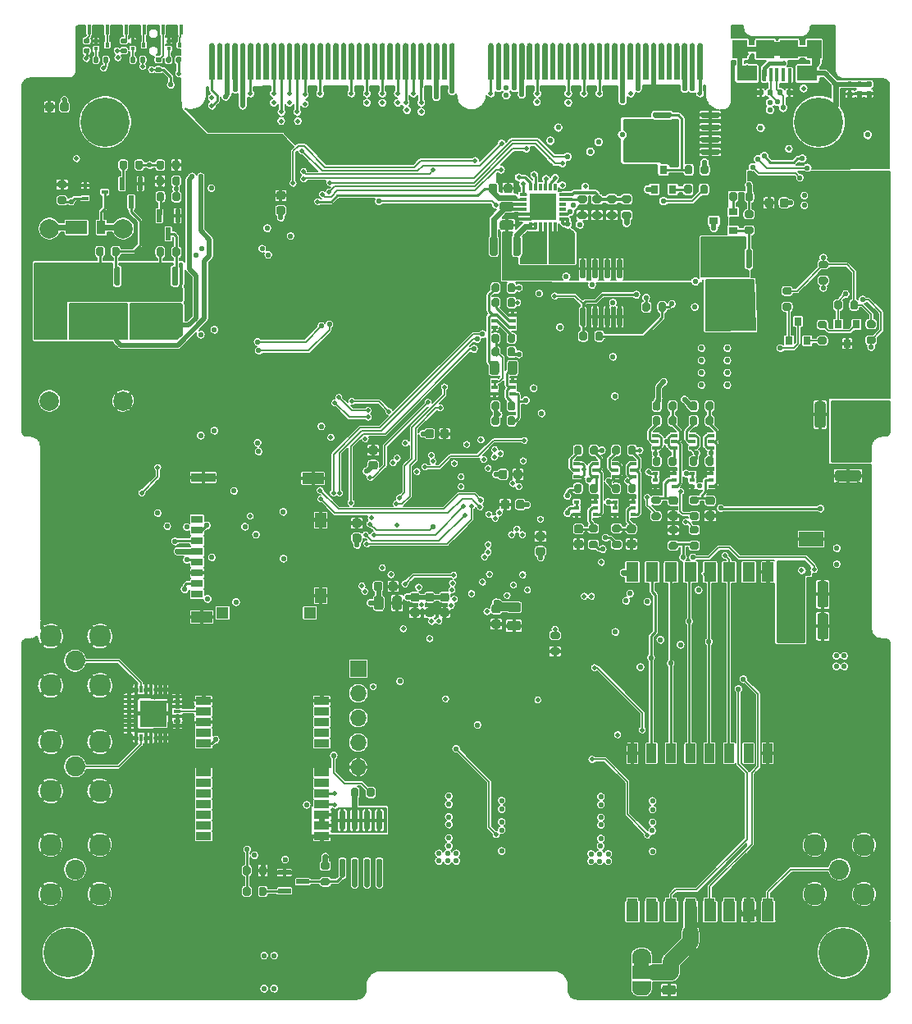
<source format=gbl>
G04 #@! TF.GenerationSoftware,KiCad,Pcbnew,(5.1.9)-1*
G04 #@! TF.CreationDate,2021-12-20T19:14:58-05:00*
G04 #@! TF.ProjectId,mainboard,6d61696e-626f-4617-9264-2e6b69636164,rev?*
G04 #@! TF.SameCoordinates,Original*
G04 #@! TF.FileFunction,Copper,L6,Bot*
G04 #@! TF.FilePolarity,Positive*
%FSLAX46Y46*%
G04 Gerber Fmt 4.6, Leading zero omitted, Abs format (unit mm)*
G04 Created by KiCad (PCBNEW (5.1.9)-1) date 2021-12-20 19:14:58*
%MOMM*%
%LPD*%
G01*
G04 APERTURE LIST*
G04 #@! TA.AperFunction,EtchedComponent*
%ADD10C,0.100000*%
G04 #@! TD*
G04 #@! TA.AperFunction,SMDPad,CuDef*
%ADD11R,1.300000X2.000000*%
G04 #@! TD*
G04 #@! TA.AperFunction,SMDPad,CuDef*
%ADD12R,4.800001X5.699999*%
G04 #@! TD*
G04 #@! TA.AperFunction,SMDPad,CuDef*
%ADD13C,0.100000*%
G04 #@! TD*
G04 #@! TA.AperFunction,SMDPad,CuDef*
%ADD14R,0.600000X0.400000*%
G04 #@! TD*
G04 #@! TA.AperFunction,SMDPad,CuDef*
%ADD15R,0.650000X0.400000*%
G04 #@! TD*
G04 #@! TA.AperFunction,SMDPad,CuDef*
%ADD16R,2.500000X1.500000*%
G04 #@! TD*
G04 #@! TA.AperFunction,ComponentPad*
%ADD17C,0.500000*%
G04 #@! TD*
G04 #@! TA.AperFunction,SMDPad,CuDef*
%ADD18R,0.800000X0.900000*%
G04 #@! TD*
G04 #@! TA.AperFunction,SMDPad,CuDef*
%ADD19R,0.370000X1.000000*%
G04 #@! TD*
G04 #@! TA.AperFunction,SMDPad,CuDef*
%ADD20R,0.700000X0.450000*%
G04 #@! TD*
G04 #@! TA.AperFunction,SMDPad,CuDef*
%ADD21R,0.900000X0.800000*%
G04 #@! TD*
G04 #@! TA.AperFunction,SMDPad,CuDef*
%ADD22R,0.450000X0.500000*%
G04 #@! TD*
G04 #@! TA.AperFunction,SMDPad,CuDef*
%ADD23R,0.450000X0.400000*%
G04 #@! TD*
G04 #@! TA.AperFunction,SMDPad,CuDef*
%ADD24R,0.558800X1.320800*%
G04 #@! TD*
G04 #@! TA.AperFunction,SMDPad,CuDef*
%ADD25R,1.320800X0.558800*%
G04 #@! TD*
G04 #@! TA.AperFunction,SMDPad,CuDef*
%ADD26R,2.794000X2.794000*%
G04 #@! TD*
G04 #@! TA.AperFunction,SMDPad,CuDef*
%ADD27R,0.304800X0.762000*%
G04 #@! TD*
G04 #@! TA.AperFunction,SMDPad,CuDef*
%ADD28R,0.762000X0.304800*%
G04 #@! TD*
G04 #@! TA.AperFunction,SMDPad,CuDef*
%ADD29R,1.900000X1.400000*%
G04 #@! TD*
G04 #@! TA.AperFunction,SMDPad,CuDef*
%ADD30R,1.000000X2.000000*%
G04 #@! TD*
G04 #@! TA.AperFunction,SMDPad,CuDef*
%ADD31R,0.900000X1.400000*%
G04 #@! TD*
G04 #@! TA.AperFunction,SMDPad,CuDef*
%ADD32R,2.200000X1.400000*%
G04 #@! TD*
G04 #@! TA.AperFunction,ComponentPad*
%ADD33C,2.006600*%
G04 #@! TD*
G04 #@! TA.AperFunction,SMDPad,CuDef*
%ADD34R,2.800000X2.800000*%
G04 #@! TD*
G04 #@! TA.AperFunction,SMDPad,CuDef*
%ADD35R,0.800000X0.300000*%
G04 #@! TD*
G04 #@! TA.AperFunction,SMDPad,CuDef*
%ADD36R,0.300000X0.800000*%
G04 #@! TD*
G04 #@! TA.AperFunction,ComponentPad*
%ADD37C,2.250000*%
G04 #@! TD*
G04 #@! TA.AperFunction,ComponentPad*
%ADD38C,2.050000*%
G04 #@! TD*
G04 #@! TA.AperFunction,ComponentPad*
%ADD39O,1.700000X1.700000*%
G04 #@! TD*
G04 #@! TA.AperFunction,ComponentPad*
%ADD40R,1.700000X1.700000*%
G04 #@! TD*
G04 #@! TA.AperFunction,SMDPad,CuDef*
%ADD41R,1.625600X0.812800*%
G04 #@! TD*
G04 #@! TA.AperFunction,SMDPad,CuDef*
%ADD42R,1.150000X1.500000*%
G04 #@! TD*
G04 #@! TA.AperFunction,SMDPad,CuDef*
%ADD43R,2.200000X1.150000*%
G04 #@! TD*
G04 #@! TA.AperFunction,SMDPad,CuDef*
%ADD44R,1.200000X1.160000*%
G04 #@! TD*
G04 #@! TA.AperFunction,SMDPad,CuDef*
%ADD45R,1.250000X1.160000*%
G04 #@! TD*
G04 #@! TA.AperFunction,SMDPad,CuDef*
%ADD46R,2.500000X0.950000*%
G04 #@! TD*
G04 #@! TA.AperFunction,SMDPad,CuDef*
%ADD47R,1.240000X0.800000*%
G04 #@! TD*
G04 #@! TA.AperFunction,SMDPad,CuDef*
%ADD48R,0.406000X1.346000*%
G04 #@! TD*
G04 #@! TA.AperFunction,SMDPad,CuDef*
%ADD49R,2.108000X1.600000*%
G04 #@! TD*
G04 #@! TA.AperFunction,SMDPad,CuDef*
%ADD50R,1.500000X1.905000*%
G04 #@! TD*
G04 #@! TA.AperFunction,SMDPad,CuDef*
%ADD51R,1.905000X1.905000*%
G04 #@! TD*
G04 #@! TA.AperFunction,ComponentPad*
%ADD52C,5.080000*%
G04 #@! TD*
G04 #@! TA.AperFunction,ViaPad*
%ADD53C,0.584200*%
G04 #@! TD*
G04 #@! TA.AperFunction,ViaPad*
%ADD54C,0.508000*%
G04 #@! TD*
G04 #@! TA.AperFunction,ViaPad*
%ADD55C,0.600000*%
G04 #@! TD*
G04 #@! TA.AperFunction,Conductor*
%ADD56C,0.254000*%
G04 #@! TD*
G04 #@! TA.AperFunction,Conductor*
%ADD57C,0.203200*%
G04 #@! TD*
G04 #@! TA.AperFunction,Conductor*
%ADD58C,0.279400*%
G04 #@! TD*
G04 #@! TA.AperFunction,Conductor*
%ADD59C,0.406400*%
G04 #@! TD*
G04 #@! TA.AperFunction,Conductor*
%ADD60C,0.271781*%
G04 #@! TD*
G04 #@! TA.AperFunction,Conductor*
%ADD61C,0.234950*%
G04 #@! TD*
G04 #@! TA.AperFunction,Conductor*
%ADD62C,0.508000*%
G04 #@! TD*
G04 #@! TA.AperFunction,Conductor*
%ADD63C,0.609600*%
G04 #@! TD*
G04 #@! TA.AperFunction,Conductor*
%ADD64C,0.271780*%
G04 #@! TD*
G04 #@! TA.AperFunction,Conductor*
%ADD65C,0.293370*%
G04 #@! TD*
G04 #@! TA.AperFunction,Conductor*
%ADD66C,0.300000*%
G04 #@! TD*
G04 #@! TA.AperFunction,Conductor*
%ADD67C,0.337947*%
G04 #@! TD*
G04 #@! TA.AperFunction,Conductor*
%ADD68C,1.270000*%
G04 #@! TD*
G04 #@! TA.AperFunction,Conductor*
%ADD69C,1.651000*%
G04 #@! TD*
G04 #@! TA.AperFunction,Conductor*
%ADD70C,0.381000*%
G04 #@! TD*
G04 #@! TA.AperFunction,Conductor*
%ADD71C,0.304800*%
G04 #@! TD*
G04 #@! TA.AperFunction,Conductor*
%ADD72C,0.088900*%
G04 #@! TD*
G04 #@! TA.AperFunction,Conductor*
%ADD73C,0.100000*%
G04 #@! TD*
G04 #@! TA.AperFunction,Conductor*
%ADD74C,0.152400*%
G04 #@! TD*
G04 #@! TA.AperFunction,Conductor*
%ADD75C,0.127000*%
G04 #@! TD*
G04 APERTURE END LIST*
D10*
G36*
X161839520Y-144188000D02*
G01*
X161839520Y-144688000D01*
X163363520Y-144688000D01*
X163363520Y-144188000D01*
X161839520Y-144188000D01*
G37*
D11*
X161648000Y-139012000D03*
X163648000Y-139012000D03*
X165648000Y-139012000D03*
X167648000Y-139012000D03*
X169648000Y-139012000D03*
X171648000Y-139012000D03*
X173648000Y-139012000D03*
X175648000Y-139012000D03*
X161648000Y-104012000D03*
X163648000Y-104012000D03*
X165648000Y-104012000D03*
X167648000Y-104012000D03*
X169648000Y-104012000D03*
X171648000Y-104012000D03*
X173648000Y-104012000D03*
X175648000Y-104012000D03*
D12*
X170398000Y-127444500D03*
G04 #@! TA.AperFunction,SMDPad,CuDef*
D13*
G36*
X168658665Y-49412759D02*
G01*
X168685216Y-49416870D01*
X168711240Y-49423551D01*
X168736487Y-49432741D01*
X168760717Y-49444350D01*
X168783698Y-49458268D01*
X168805212Y-49474362D01*
X168825052Y-49492479D01*
X168843030Y-49512445D01*
X168858973Y-49534070D01*
X168872731Y-49557148D01*
X168884170Y-49581459D01*
X168893183Y-49606769D01*
X168899683Y-49632839D01*
X168903608Y-49659418D01*
X168904920Y-49686253D01*
X168904920Y-53211253D01*
X168354920Y-53211253D01*
X168354920Y-49686253D01*
X168354947Y-49682413D01*
X168356634Y-49655599D01*
X168360929Y-49629077D01*
X168367793Y-49603101D01*
X168377158Y-49577919D01*
X168388936Y-49553771D01*
X168403014Y-49530887D01*
X168419258Y-49509486D01*
X168437513Y-49489773D01*
X168457604Y-49471935D01*
X168479340Y-49456143D01*
X168502514Y-49442547D01*
X168526903Y-49431277D01*
X168552276Y-49422442D01*
X168578390Y-49416124D01*
X168604996Y-49412385D01*
X168631840Y-49411260D01*
X168658665Y-49412759D01*
G37*
G04 #@! TD.AperFunction*
G04 #@! TA.AperFunction,SMDPad,CuDef*
G36*
X167858665Y-49412759D02*
G01*
X167885216Y-49416870D01*
X167911240Y-49423551D01*
X167936487Y-49432741D01*
X167960717Y-49444350D01*
X167983698Y-49458268D01*
X168005212Y-49474362D01*
X168025052Y-49492479D01*
X168043030Y-49512445D01*
X168058973Y-49534070D01*
X168072731Y-49557148D01*
X168084170Y-49581459D01*
X168093183Y-49606769D01*
X168099683Y-49632839D01*
X168103608Y-49659418D01*
X168104920Y-49686253D01*
X168104920Y-53211253D01*
X167554920Y-53211253D01*
X167554920Y-49686253D01*
X167554947Y-49682413D01*
X167556634Y-49655599D01*
X167560929Y-49629077D01*
X167567793Y-49603101D01*
X167577158Y-49577919D01*
X167588936Y-49553771D01*
X167603014Y-49530887D01*
X167619258Y-49509486D01*
X167637513Y-49489773D01*
X167657604Y-49471935D01*
X167679340Y-49456143D01*
X167702514Y-49442547D01*
X167726903Y-49431277D01*
X167752276Y-49422442D01*
X167778390Y-49416124D01*
X167804996Y-49412385D01*
X167831840Y-49411260D01*
X167858665Y-49412759D01*
G37*
G04 #@! TD.AperFunction*
G04 #@! TA.AperFunction,SMDPad,CuDef*
G36*
X167058665Y-49412759D02*
G01*
X167085216Y-49416870D01*
X167111240Y-49423551D01*
X167136487Y-49432741D01*
X167160717Y-49444350D01*
X167183698Y-49458268D01*
X167205212Y-49474362D01*
X167225052Y-49492479D01*
X167243030Y-49512445D01*
X167258973Y-49534070D01*
X167272731Y-49557148D01*
X167284170Y-49581459D01*
X167293183Y-49606769D01*
X167299683Y-49632839D01*
X167303608Y-49659418D01*
X167304920Y-49686253D01*
X167304920Y-53211253D01*
X166754920Y-53211253D01*
X166754920Y-49686253D01*
X166754947Y-49682413D01*
X166756634Y-49655599D01*
X166760929Y-49629077D01*
X166767793Y-49603101D01*
X166777158Y-49577919D01*
X166788936Y-49553771D01*
X166803014Y-49530887D01*
X166819258Y-49509486D01*
X166837513Y-49489773D01*
X166857604Y-49471935D01*
X166879340Y-49456143D01*
X166902514Y-49442547D01*
X166926903Y-49431277D01*
X166952276Y-49422442D01*
X166978390Y-49416124D01*
X167004996Y-49412385D01*
X167031840Y-49411260D01*
X167058665Y-49412759D01*
G37*
G04 #@! TD.AperFunction*
G04 #@! TA.AperFunction,SMDPad,CuDef*
G36*
X166258665Y-49412759D02*
G01*
X166285216Y-49416870D01*
X166311240Y-49423551D01*
X166336487Y-49432741D01*
X166360717Y-49444350D01*
X166383698Y-49458268D01*
X166405212Y-49474362D01*
X166425052Y-49492479D01*
X166443030Y-49512445D01*
X166458973Y-49534070D01*
X166472731Y-49557148D01*
X166484170Y-49581459D01*
X166493183Y-49606769D01*
X166499683Y-49632839D01*
X166503608Y-49659418D01*
X166504920Y-49686253D01*
X166504920Y-53211253D01*
X165954920Y-53211253D01*
X165954920Y-49686253D01*
X165954947Y-49682413D01*
X165956634Y-49655599D01*
X165960929Y-49629077D01*
X165967793Y-49603101D01*
X165977158Y-49577919D01*
X165988936Y-49553771D01*
X166003014Y-49530887D01*
X166019258Y-49509486D01*
X166037513Y-49489773D01*
X166057604Y-49471935D01*
X166079340Y-49456143D01*
X166102514Y-49442547D01*
X166126903Y-49431277D01*
X166152276Y-49422442D01*
X166178390Y-49416124D01*
X166204996Y-49412385D01*
X166231840Y-49411260D01*
X166258665Y-49412759D01*
G37*
G04 #@! TD.AperFunction*
G04 #@! TA.AperFunction,SMDPad,CuDef*
G36*
X165458665Y-49412759D02*
G01*
X165485216Y-49416870D01*
X165511240Y-49423551D01*
X165536487Y-49432741D01*
X165560717Y-49444350D01*
X165583698Y-49458268D01*
X165605212Y-49474362D01*
X165625052Y-49492479D01*
X165643030Y-49512445D01*
X165658973Y-49534070D01*
X165672731Y-49557148D01*
X165684170Y-49581459D01*
X165693183Y-49606769D01*
X165699683Y-49632839D01*
X165703608Y-49659418D01*
X165704920Y-49686253D01*
X165704920Y-53211253D01*
X165154920Y-53211253D01*
X165154920Y-49686253D01*
X165154947Y-49682413D01*
X165156634Y-49655599D01*
X165160929Y-49629077D01*
X165167793Y-49603101D01*
X165177158Y-49577919D01*
X165188936Y-49553771D01*
X165203014Y-49530887D01*
X165219258Y-49509486D01*
X165237513Y-49489773D01*
X165257604Y-49471935D01*
X165279340Y-49456143D01*
X165302514Y-49442547D01*
X165326903Y-49431277D01*
X165352276Y-49422442D01*
X165378390Y-49416124D01*
X165404996Y-49412385D01*
X165431840Y-49411260D01*
X165458665Y-49412759D01*
G37*
G04 #@! TD.AperFunction*
G04 #@! TA.AperFunction,SMDPad,CuDef*
G36*
X164658665Y-49412759D02*
G01*
X164685216Y-49416870D01*
X164711240Y-49423551D01*
X164736487Y-49432741D01*
X164760717Y-49444350D01*
X164783698Y-49458268D01*
X164805212Y-49474362D01*
X164825052Y-49492479D01*
X164843030Y-49512445D01*
X164858973Y-49534070D01*
X164872731Y-49557148D01*
X164884170Y-49581459D01*
X164893183Y-49606769D01*
X164899683Y-49632839D01*
X164903608Y-49659418D01*
X164904920Y-49686253D01*
X164904920Y-53211253D01*
X164354920Y-53211253D01*
X164354920Y-49686253D01*
X164354947Y-49682413D01*
X164356634Y-49655599D01*
X164360929Y-49629077D01*
X164367793Y-49603101D01*
X164377158Y-49577919D01*
X164388936Y-49553771D01*
X164403014Y-49530887D01*
X164419258Y-49509486D01*
X164437513Y-49489773D01*
X164457604Y-49471935D01*
X164479340Y-49456143D01*
X164502514Y-49442547D01*
X164526903Y-49431277D01*
X164552276Y-49422442D01*
X164578390Y-49416124D01*
X164604996Y-49412385D01*
X164631840Y-49411260D01*
X164658665Y-49412759D01*
G37*
G04 #@! TD.AperFunction*
G04 #@! TA.AperFunction,SMDPad,CuDef*
G36*
X163858665Y-49412759D02*
G01*
X163885216Y-49416870D01*
X163911240Y-49423551D01*
X163936487Y-49432741D01*
X163960717Y-49444350D01*
X163983698Y-49458268D01*
X164005212Y-49474362D01*
X164025052Y-49492479D01*
X164043030Y-49512445D01*
X164058973Y-49534070D01*
X164072731Y-49557148D01*
X164084170Y-49581459D01*
X164093183Y-49606769D01*
X164099683Y-49632839D01*
X164103608Y-49659418D01*
X164104920Y-49686253D01*
X164104920Y-53211253D01*
X163554920Y-53211253D01*
X163554920Y-49686253D01*
X163554947Y-49682413D01*
X163556634Y-49655599D01*
X163560929Y-49629077D01*
X163567793Y-49603101D01*
X163577158Y-49577919D01*
X163588936Y-49553771D01*
X163603014Y-49530887D01*
X163619258Y-49509486D01*
X163637513Y-49489773D01*
X163657604Y-49471935D01*
X163679340Y-49456143D01*
X163702514Y-49442547D01*
X163726903Y-49431277D01*
X163752276Y-49422442D01*
X163778390Y-49416124D01*
X163804996Y-49412385D01*
X163831840Y-49411260D01*
X163858665Y-49412759D01*
G37*
G04 #@! TD.AperFunction*
G04 #@! TA.AperFunction,SMDPad,CuDef*
G36*
X163058665Y-49412759D02*
G01*
X163085216Y-49416870D01*
X163111240Y-49423551D01*
X163136487Y-49432741D01*
X163160717Y-49444350D01*
X163183698Y-49458268D01*
X163205212Y-49474362D01*
X163225052Y-49492479D01*
X163243030Y-49512445D01*
X163258973Y-49534070D01*
X163272731Y-49557148D01*
X163284170Y-49581459D01*
X163293183Y-49606769D01*
X163299683Y-49632839D01*
X163303608Y-49659418D01*
X163304920Y-49686253D01*
X163304920Y-53211253D01*
X162754920Y-53211253D01*
X162754920Y-49686253D01*
X162754947Y-49682413D01*
X162756634Y-49655599D01*
X162760929Y-49629077D01*
X162767793Y-49603101D01*
X162777158Y-49577919D01*
X162788936Y-49553771D01*
X162803014Y-49530887D01*
X162819258Y-49509486D01*
X162837513Y-49489773D01*
X162857604Y-49471935D01*
X162879340Y-49456143D01*
X162902514Y-49442547D01*
X162926903Y-49431277D01*
X162952276Y-49422442D01*
X162978390Y-49416124D01*
X163004996Y-49412385D01*
X163031840Y-49411260D01*
X163058665Y-49412759D01*
G37*
G04 #@! TD.AperFunction*
G04 #@! TA.AperFunction,SMDPad,CuDef*
G36*
X162258665Y-49412759D02*
G01*
X162285216Y-49416870D01*
X162311240Y-49423551D01*
X162336487Y-49432741D01*
X162360717Y-49444350D01*
X162383698Y-49458268D01*
X162405212Y-49474362D01*
X162425052Y-49492479D01*
X162443030Y-49512445D01*
X162458973Y-49534070D01*
X162472731Y-49557148D01*
X162484170Y-49581459D01*
X162493183Y-49606769D01*
X162499683Y-49632839D01*
X162503608Y-49659418D01*
X162504920Y-49686253D01*
X162504920Y-53211253D01*
X161954920Y-53211253D01*
X161954920Y-49686253D01*
X161954947Y-49682413D01*
X161956634Y-49655599D01*
X161960929Y-49629077D01*
X161967793Y-49603101D01*
X161977158Y-49577919D01*
X161988936Y-49553771D01*
X162003014Y-49530887D01*
X162019258Y-49509486D01*
X162037513Y-49489773D01*
X162057604Y-49471935D01*
X162079340Y-49456143D01*
X162102514Y-49442547D01*
X162126903Y-49431277D01*
X162152276Y-49422442D01*
X162178390Y-49416124D01*
X162204996Y-49412385D01*
X162231840Y-49411260D01*
X162258665Y-49412759D01*
G37*
G04 #@! TD.AperFunction*
G04 #@! TA.AperFunction,SMDPad,CuDef*
G36*
X161458665Y-49412759D02*
G01*
X161485216Y-49416870D01*
X161511240Y-49423551D01*
X161536487Y-49432741D01*
X161560717Y-49444350D01*
X161583698Y-49458268D01*
X161605212Y-49474362D01*
X161625052Y-49492479D01*
X161643030Y-49512445D01*
X161658973Y-49534070D01*
X161672731Y-49557148D01*
X161684170Y-49581459D01*
X161693183Y-49606769D01*
X161699683Y-49632839D01*
X161703608Y-49659418D01*
X161704920Y-49686253D01*
X161704920Y-53211253D01*
X161154920Y-53211253D01*
X161154920Y-49686253D01*
X161154947Y-49682413D01*
X161156634Y-49655599D01*
X161160929Y-49629077D01*
X161167793Y-49603101D01*
X161177158Y-49577919D01*
X161188936Y-49553771D01*
X161203014Y-49530887D01*
X161219258Y-49509486D01*
X161237513Y-49489773D01*
X161257604Y-49471935D01*
X161279340Y-49456143D01*
X161302514Y-49442547D01*
X161326903Y-49431277D01*
X161352276Y-49422442D01*
X161378390Y-49416124D01*
X161404996Y-49412385D01*
X161431840Y-49411260D01*
X161458665Y-49412759D01*
G37*
G04 #@! TD.AperFunction*
G04 #@! TA.AperFunction,SMDPad,CuDef*
G36*
X160658665Y-49412759D02*
G01*
X160685216Y-49416870D01*
X160711240Y-49423551D01*
X160736487Y-49432741D01*
X160760717Y-49444350D01*
X160783698Y-49458268D01*
X160805212Y-49474362D01*
X160825052Y-49492479D01*
X160843030Y-49512445D01*
X160858973Y-49534070D01*
X160872731Y-49557148D01*
X160884170Y-49581459D01*
X160893183Y-49606769D01*
X160899683Y-49632839D01*
X160903608Y-49659418D01*
X160904920Y-49686253D01*
X160904920Y-53211253D01*
X160354920Y-53211253D01*
X160354920Y-49686253D01*
X160354947Y-49682413D01*
X160356634Y-49655599D01*
X160360929Y-49629077D01*
X160367793Y-49603101D01*
X160377158Y-49577919D01*
X160388936Y-49553771D01*
X160403014Y-49530887D01*
X160419258Y-49509486D01*
X160437513Y-49489773D01*
X160457604Y-49471935D01*
X160479340Y-49456143D01*
X160502514Y-49442547D01*
X160526903Y-49431277D01*
X160552276Y-49422442D01*
X160578390Y-49416124D01*
X160604996Y-49412385D01*
X160631840Y-49411260D01*
X160658665Y-49412759D01*
G37*
G04 #@! TD.AperFunction*
G04 #@! TA.AperFunction,SMDPad,CuDef*
G36*
X159858665Y-49412759D02*
G01*
X159885216Y-49416870D01*
X159911240Y-49423551D01*
X159936487Y-49432741D01*
X159960717Y-49444350D01*
X159983698Y-49458268D01*
X160005212Y-49474362D01*
X160025052Y-49492479D01*
X160043030Y-49512445D01*
X160058973Y-49534070D01*
X160072731Y-49557148D01*
X160084170Y-49581459D01*
X160093183Y-49606769D01*
X160099683Y-49632839D01*
X160103608Y-49659418D01*
X160104920Y-49686253D01*
X160104920Y-53211253D01*
X159554920Y-53211253D01*
X159554920Y-49686253D01*
X159554947Y-49682413D01*
X159556634Y-49655599D01*
X159560929Y-49629077D01*
X159567793Y-49603101D01*
X159577158Y-49577919D01*
X159588936Y-49553771D01*
X159603014Y-49530887D01*
X159619258Y-49509486D01*
X159637513Y-49489773D01*
X159657604Y-49471935D01*
X159679340Y-49456143D01*
X159702514Y-49442547D01*
X159726903Y-49431277D01*
X159752276Y-49422442D01*
X159778390Y-49416124D01*
X159804996Y-49412385D01*
X159831840Y-49411260D01*
X159858665Y-49412759D01*
G37*
G04 #@! TD.AperFunction*
G04 #@! TA.AperFunction,SMDPad,CuDef*
G36*
X159058665Y-49412759D02*
G01*
X159085216Y-49416870D01*
X159111240Y-49423551D01*
X159136487Y-49432741D01*
X159160717Y-49444350D01*
X159183698Y-49458268D01*
X159205212Y-49474362D01*
X159225052Y-49492479D01*
X159243030Y-49512445D01*
X159258973Y-49534070D01*
X159272731Y-49557148D01*
X159284170Y-49581459D01*
X159293183Y-49606769D01*
X159299683Y-49632839D01*
X159303608Y-49659418D01*
X159304920Y-49686253D01*
X159304920Y-53211253D01*
X158754920Y-53211253D01*
X158754920Y-49686253D01*
X158754947Y-49682413D01*
X158756634Y-49655599D01*
X158760929Y-49629077D01*
X158767793Y-49603101D01*
X158777158Y-49577919D01*
X158788936Y-49553771D01*
X158803014Y-49530887D01*
X158819258Y-49509486D01*
X158837513Y-49489773D01*
X158857604Y-49471935D01*
X158879340Y-49456143D01*
X158902514Y-49442547D01*
X158926903Y-49431277D01*
X158952276Y-49422442D01*
X158978390Y-49416124D01*
X159004996Y-49412385D01*
X159031840Y-49411260D01*
X159058665Y-49412759D01*
G37*
G04 #@! TD.AperFunction*
G04 #@! TA.AperFunction,SMDPad,CuDef*
G36*
X158258665Y-49412759D02*
G01*
X158285216Y-49416870D01*
X158311240Y-49423551D01*
X158336487Y-49432741D01*
X158360717Y-49444350D01*
X158383698Y-49458268D01*
X158405212Y-49474362D01*
X158425052Y-49492479D01*
X158443030Y-49512445D01*
X158458973Y-49534070D01*
X158472731Y-49557148D01*
X158484170Y-49581459D01*
X158493183Y-49606769D01*
X158499683Y-49632839D01*
X158503608Y-49659418D01*
X158504920Y-49686253D01*
X158504920Y-53211253D01*
X157954920Y-53211253D01*
X157954920Y-49686253D01*
X157954947Y-49682413D01*
X157956634Y-49655599D01*
X157960929Y-49629077D01*
X157967793Y-49603101D01*
X157977158Y-49577919D01*
X157988936Y-49553771D01*
X158003014Y-49530887D01*
X158019258Y-49509486D01*
X158037513Y-49489773D01*
X158057604Y-49471935D01*
X158079340Y-49456143D01*
X158102514Y-49442547D01*
X158126903Y-49431277D01*
X158152276Y-49422442D01*
X158178390Y-49416124D01*
X158204996Y-49412385D01*
X158231840Y-49411260D01*
X158258665Y-49412759D01*
G37*
G04 #@! TD.AperFunction*
G04 #@! TA.AperFunction,SMDPad,CuDef*
G36*
X157458665Y-49412759D02*
G01*
X157485216Y-49416870D01*
X157511240Y-49423551D01*
X157536487Y-49432741D01*
X157560717Y-49444350D01*
X157583698Y-49458268D01*
X157605212Y-49474362D01*
X157625052Y-49492479D01*
X157643030Y-49512445D01*
X157658973Y-49534070D01*
X157672731Y-49557148D01*
X157684170Y-49581459D01*
X157693183Y-49606769D01*
X157699683Y-49632839D01*
X157703608Y-49659418D01*
X157704920Y-49686253D01*
X157704920Y-53211253D01*
X157154920Y-53211253D01*
X157154920Y-49686253D01*
X157154947Y-49682413D01*
X157156634Y-49655599D01*
X157160929Y-49629077D01*
X157167793Y-49603101D01*
X157177158Y-49577919D01*
X157188936Y-49553771D01*
X157203014Y-49530887D01*
X157219258Y-49509486D01*
X157237513Y-49489773D01*
X157257604Y-49471935D01*
X157279340Y-49456143D01*
X157302514Y-49442547D01*
X157326903Y-49431277D01*
X157352276Y-49422442D01*
X157378390Y-49416124D01*
X157404996Y-49412385D01*
X157431840Y-49411260D01*
X157458665Y-49412759D01*
G37*
G04 #@! TD.AperFunction*
G04 #@! TA.AperFunction,SMDPad,CuDef*
G36*
X156658665Y-49412759D02*
G01*
X156685216Y-49416870D01*
X156711240Y-49423551D01*
X156736487Y-49432741D01*
X156760717Y-49444350D01*
X156783698Y-49458268D01*
X156805212Y-49474362D01*
X156825052Y-49492479D01*
X156843030Y-49512445D01*
X156858973Y-49534070D01*
X156872731Y-49557148D01*
X156884170Y-49581459D01*
X156893183Y-49606769D01*
X156899683Y-49632839D01*
X156903608Y-49659418D01*
X156904920Y-49686253D01*
X156904920Y-53211253D01*
X156354920Y-53211253D01*
X156354920Y-49686253D01*
X156354947Y-49682413D01*
X156356634Y-49655599D01*
X156360929Y-49629077D01*
X156367793Y-49603101D01*
X156377158Y-49577919D01*
X156388936Y-49553771D01*
X156403014Y-49530887D01*
X156419258Y-49509486D01*
X156437513Y-49489773D01*
X156457604Y-49471935D01*
X156479340Y-49456143D01*
X156502514Y-49442547D01*
X156526903Y-49431277D01*
X156552276Y-49422442D01*
X156578390Y-49416124D01*
X156604996Y-49412385D01*
X156631840Y-49411260D01*
X156658665Y-49412759D01*
G37*
G04 #@! TD.AperFunction*
G04 #@! TA.AperFunction,SMDPad,CuDef*
G36*
X155858665Y-49412759D02*
G01*
X155885216Y-49416870D01*
X155911240Y-49423551D01*
X155936487Y-49432741D01*
X155960717Y-49444350D01*
X155983698Y-49458268D01*
X156005212Y-49474362D01*
X156025052Y-49492479D01*
X156043030Y-49512445D01*
X156058973Y-49534070D01*
X156072731Y-49557148D01*
X156084170Y-49581459D01*
X156093183Y-49606769D01*
X156099683Y-49632839D01*
X156103608Y-49659418D01*
X156104920Y-49686253D01*
X156104920Y-53211253D01*
X155554920Y-53211253D01*
X155554920Y-49686253D01*
X155554947Y-49682413D01*
X155556634Y-49655599D01*
X155560929Y-49629077D01*
X155567793Y-49603101D01*
X155577158Y-49577919D01*
X155588936Y-49553771D01*
X155603014Y-49530887D01*
X155619258Y-49509486D01*
X155637513Y-49489773D01*
X155657604Y-49471935D01*
X155679340Y-49456143D01*
X155702514Y-49442547D01*
X155726903Y-49431277D01*
X155752276Y-49422442D01*
X155778390Y-49416124D01*
X155804996Y-49412385D01*
X155831840Y-49411260D01*
X155858665Y-49412759D01*
G37*
G04 #@! TD.AperFunction*
G04 #@! TA.AperFunction,SMDPad,CuDef*
G36*
X155058665Y-49412759D02*
G01*
X155085216Y-49416870D01*
X155111240Y-49423551D01*
X155136487Y-49432741D01*
X155160717Y-49444350D01*
X155183698Y-49458268D01*
X155205212Y-49474362D01*
X155225052Y-49492479D01*
X155243030Y-49512445D01*
X155258973Y-49534070D01*
X155272731Y-49557148D01*
X155284170Y-49581459D01*
X155293183Y-49606769D01*
X155299683Y-49632839D01*
X155303608Y-49659418D01*
X155304920Y-49686253D01*
X155304920Y-53211253D01*
X154754920Y-53211253D01*
X154754920Y-49686253D01*
X154754947Y-49682413D01*
X154756634Y-49655599D01*
X154760929Y-49629077D01*
X154767793Y-49603101D01*
X154777158Y-49577919D01*
X154788936Y-49553771D01*
X154803014Y-49530887D01*
X154819258Y-49509486D01*
X154837513Y-49489773D01*
X154857604Y-49471935D01*
X154879340Y-49456143D01*
X154902514Y-49442547D01*
X154926903Y-49431277D01*
X154952276Y-49422442D01*
X154978390Y-49416124D01*
X155004996Y-49412385D01*
X155031840Y-49411260D01*
X155058665Y-49412759D01*
G37*
G04 #@! TD.AperFunction*
G04 #@! TA.AperFunction,SMDPad,CuDef*
G36*
X154258665Y-49412759D02*
G01*
X154285216Y-49416870D01*
X154311240Y-49423551D01*
X154336487Y-49432741D01*
X154360717Y-49444350D01*
X154383698Y-49458268D01*
X154405212Y-49474362D01*
X154425052Y-49492479D01*
X154443030Y-49512445D01*
X154458973Y-49534070D01*
X154472731Y-49557148D01*
X154484170Y-49581459D01*
X154493183Y-49606769D01*
X154499683Y-49632839D01*
X154503608Y-49659418D01*
X154504920Y-49686253D01*
X154504920Y-53211253D01*
X153954920Y-53211253D01*
X153954920Y-49686253D01*
X153954947Y-49682413D01*
X153956634Y-49655599D01*
X153960929Y-49629077D01*
X153967793Y-49603101D01*
X153977158Y-49577919D01*
X153988936Y-49553771D01*
X154003014Y-49530887D01*
X154019258Y-49509486D01*
X154037513Y-49489773D01*
X154057604Y-49471935D01*
X154079340Y-49456143D01*
X154102514Y-49442547D01*
X154126903Y-49431277D01*
X154152276Y-49422442D01*
X154178390Y-49416124D01*
X154204996Y-49412385D01*
X154231840Y-49411260D01*
X154258665Y-49412759D01*
G37*
G04 #@! TD.AperFunction*
G04 #@! TA.AperFunction,SMDPad,CuDef*
G36*
X153458665Y-49412759D02*
G01*
X153485216Y-49416870D01*
X153511240Y-49423551D01*
X153536487Y-49432741D01*
X153560717Y-49444350D01*
X153583698Y-49458268D01*
X153605212Y-49474362D01*
X153625052Y-49492479D01*
X153643030Y-49512445D01*
X153658973Y-49534070D01*
X153672731Y-49557148D01*
X153684170Y-49581459D01*
X153693183Y-49606769D01*
X153699683Y-49632839D01*
X153703608Y-49659418D01*
X153704920Y-49686253D01*
X153704920Y-53211253D01*
X153154920Y-53211253D01*
X153154920Y-49686253D01*
X153154947Y-49682413D01*
X153156634Y-49655599D01*
X153160929Y-49629077D01*
X153167793Y-49603101D01*
X153177158Y-49577919D01*
X153188936Y-49553771D01*
X153203014Y-49530887D01*
X153219258Y-49509486D01*
X153237513Y-49489773D01*
X153257604Y-49471935D01*
X153279340Y-49456143D01*
X153302514Y-49442547D01*
X153326903Y-49431277D01*
X153352276Y-49422442D01*
X153378390Y-49416124D01*
X153404996Y-49412385D01*
X153431840Y-49411260D01*
X153458665Y-49412759D01*
G37*
G04 #@! TD.AperFunction*
G04 #@! TA.AperFunction,SMDPad,CuDef*
G36*
X152658665Y-49412759D02*
G01*
X152685216Y-49416870D01*
X152711240Y-49423551D01*
X152736487Y-49432741D01*
X152760717Y-49444350D01*
X152783698Y-49458268D01*
X152805212Y-49474362D01*
X152825052Y-49492479D01*
X152843030Y-49512445D01*
X152858973Y-49534070D01*
X152872731Y-49557148D01*
X152884170Y-49581459D01*
X152893183Y-49606769D01*
X152899683Y-49632839D01*
X152903608Y-49659418D01*
X152904920Y-49686253D01*
X152904920Y-53211253D01*
X152354920Y-53211253D01*
X152354920Y-49686253D01*
X152354947Y-49682413D01*
X152356634Y-49655599D01*
X152360929Y-49629077D01*
X152367793Y-49603101D01*
X152377158Y-49577919D01*
X152388936Y-49553771D01*
X152403014Y-49530887D01*
X152419258Y-49509486D01*
X152437513Y-49489773D01*
X152457604Y-49471935D01*
X152479340Y-49456143D01*
X152502514Y-49442547D01*
X152526903Y-49431277D01*
X152552276Y-49422442D01*
X152578390Y-49416124D01*
X152604996Y-49412385D01*
X152631840Y-49411260D01*
X152658665Y-49412759D01*
G37*
G04 #@! TD.AperFunction*
G04 #@! TA.AperFunction,SMDPad,CuDef*
G36*
X151858665Y-49412759D02*
G01*
X151885216Y-49416870D01*
X151911240Y-49423551D01*
X151936487Y-49432741D01*
X151960717Y-49444350D01*
X151983698Y-49458268D01*
X152005212Y-49474362D01*
X152025052Y-49492479D01*
X152043030Y-49512445D01*
X152058973Y-49534070D01*
X152072731Y-49557148D01*
X152084170Y-49581459D01*
X152093183Y-49606769D01*
X152099683Y-49632839D01*
X152103608Y-49659418D01*
X152104920Y-49686253D01*
X152104920Y-53211253D01*
X151554920Y-53211253D01*
X151554920Y-49686253D01*
X151554947Y-49682413D01*
X151556634Y-49655599D01*
X151560929Y-49629077D01*
X151567793Y-49603101D01*
X151577158Y-49577919D01*
X151588936Y-49553771D01*
X151603014Y-49530887D01*
X151619258Y-49509486D01*
X151637513Y-49489773D01*
X151657604Y-49471935D01*
X151679340Y-49456143D01*
X151702514Y-49442547D01*
X151726903Y-49431277D01*
X151752276Y-49422442D01*
X151778390Y-49416124D01*
X151804996Y-49412385D01*
X151831840Y-49411260D01*
X151858665Y-49412759D01*
G37*
G04 #@! TD.AperFunction*
G04 #@! TA.AperFunction,SMDPad,CuDef*
G36*
X151058665Y-49412759D02*
G01*
X151085216Y-49416870D01*
X151111240Y-49423551D01*
X151136487Y-49432741D01*
X151160717Y-49444350D01*
X151183698Y-49458268D01*
X151205212Y-49474362D01*
X151225052Y-49492479D01*
X151243030Y-49512445D01*
X151258973Y-49534070D01*
X151272731Y-49557148D01*
X151284170Y-49581459D01*
X151293183Y-49606769D01*
X151299683Y-49632839D01*
X151303608Y-49659418D01*
X151304920Y-49686253D01*
X151304920Y-53211253D01*
X150754920Y-53211253D01*
X150754920Y-49686253D01*
X150754947Y-49682413D01*
X150756634Y-49655599D01*
X150760929Y-49629077D01*
X150767793Y-49603101D01*
X150777158Y-49577919D01*
X150788936Y-49553771D01*
X150803014Y-49530887D01*
X150819258Y-49509486D01*
X150837513Y-49489773D01*
X150857604Y-49471935D01*
X150879340Y-49456143D01*
X150902514Y-49442547D01*
X150926903Y-49431277D01*
X150952276Y-49422442D01*
X150978390Y-49416124D01*
X151004996Y-49412385D01*
X151031840Y-49411260D01*
X151058665Y-49412759D01*
G37*
G04 #@! TD.AperFunction*
G04 #@! TA.AperFunction,SMDPad,CuDef*
G36*
X150258665Y-49412759D02*
G01*
X150285216Y-49416870D01*
X150311240Y-49423551D01*
X150336487Y-49432741D01*
X150360717Y-49444350D01*
X150383698Y-49458268D01*
X150405212Y-49474362D01*
X150425052Y-49492479D01*
X150443030Y-49512445D01*
X150458973Y-49534070D01*
X150472731Y-49557148D01*
X150484170Y-49581459D01*
X150493183Y-49606769D01*
X150499683Y-49632839D01*
X150503608Y-49659418D01*
X150504920Y-49686253D01*
X150504920Y-53211253D01*
X149954920Y-53211253D01*
X149954920Y-49686253D01*
X149954947Y-49682413D01*
X149956634Y-49655599D01*
X149960929Y-49629077D01*
X149967793Y-49603101D01*
X149977158Y-49577919D01*
X149988936Y-49553771D01*
X150003014Y-49530887D01*
X150019258Y-49509486D01*
X150037513Y-49489773D01*
X150057604Y-49471935D01*
X150079340Y-49456143D01*
X150102514Y-49442547D01*
X150126903Y-49431277D01*
X150152276Y-49422442D01*
X150178390Y-49416124D01*
X150204996Y-49412385D01*
X150231840Y-49411260D01*
X150258665Y-49412759D01*
G37*
G04 #@! TD.AperFunction*
G04 #@! TA.AperFunction,SMDPad,CuDef*
G36*
X149458665Y-49412759D02*
G01*
X149485216Y-49416870D01*
X149511240Y-49423551D01*
X149536487Y-49432741D01*
X149560717Y-49444350D01*
X149583698Y-49458268D01*
X149605212Y-49474362D01*
X149625052Y-49492479D01*
X149643030Y-49512445D01*
X149658973Y-49534070D01*
X149672731Y-49557148D01*
X149684170Y-49581459D01*
X149693183Y-49606769D01*
X149699683Y-49632839D01*
X149703608Y-49659418D01*
X149704920Y-49686253D01*
X149704920Y-53211253D01*
X149154920Y-53211253D01*
X149154920Y-49686253D01*
X149154947Y-49682413D01*
X149156634Y-49655599D01*
X149160929Y-49629077D01*
X149167793Y-49603101D01*
X149177158Y-49577919D01*
X149188936Y-49553771D01*
X149203014Y-49530887D01*
X149219258Y-49509486D01*
X149237513Y-49489773D01*
X149257604Y-49471935D01*
X149279340Y-49456143D01*
X149302514Y-49442547D01*
X149326903Y-49431277D01*
X149352276Y-49422442D01*
X149378390Y-49416124D01*
X149404996Y-49412385D01*
X149431840Y-49411260D01*
X149458665Y-49412759D01*
G37*
G04 #@! TD.AperFunction*
G04 #@! TA.AperFunction,SMDPad,CuDef*
G36*
X148658665Y-49412759D02*
G01*
X148685216Y-49416870D01*
X148711240Y-49423551D01*
X148736487Y-49432741D01*
X148760717Y-49444350D01*
X148783698Y-49458268D01*
X148805212Y-49474362D01*
X148825052Y-49492479D01*
X148843030Y-49512445D01*
X148858973Y-49534070D01*
X148872731Y-49557148D01*
X148884170Y-49581459D01*
X148893183Y-49606769D01*
X148899683Y-49632839D01*
X148903608Y-49659418D01*
X148904920Y-49686253D01*
X148904920Y-53211253D01*
X148354920Y-53211253D01*
X148354920Y-49686253D01*
X148354947Y-49682413D01*
X148356634Y-49655599D01*
X148360929Y-49629077D01*
X148367793Y-49603101D01*
X148377158Y-49577919D01*
X148388936Y-49553771D01*
X148403014Y-49530887D01*
X148419258Y-49509486D01*
X148437513Y-49489773D01*
X148457604Y-49471935D01*
X148479340Y-49456143D01*
X148502514Y-49442547D01*
X148526903Y-49431277D01*
X148552276Y-49422442D01*
X148578390Y-49416124D01*
X148604996Y-49412385D01*
X148631840Y-49411260D01*
X148658665Y-49412759D01*
G37*
G04 #@! TD.AperFunction*
G04 #@! TA.AperFunction,SMDPad,CuDef*
G36*
X147858665Y-49412759D02*
G01*
X147885216Y-49416870D01*
X147911240Y-49423551D01*
X147936487Y-49432741D01*
X147960717Y-49444350D01*
X147983698Y-49458268D01*
X148005212Y-49474362D01*
X148025052Y-49492479D01*
X148043030Y-49512445D01*
X148058973Y-49534070D01*
X148072731Y-49557148D01*
X148084170Y-49581459D01*
X148093183Y-49606769D01*
X148099683Y-49632839D01*
X148103608Y-49659418D01*
X148104920Y-49686253D01*
X148104920Y-53211253D01*
X147554920Y-53211253D01*
X147554920Y-49686253D01*
X147554947Y-49682413D01*
X147556634Y-49655599D01*
X147560929Y-49629077D01*
X147567793Y-49603101D01*
X147577158Y-49577919D01*
X147588936Y-49553771D01*
X147603014Y-49530887D01*
X147619258Y-49509486D01*
X147637513Y-49489773D01*
X147657604Y-49471935D01*
X147679340Y-49456143D01*
X147702514Y-49442547D01*
X147726903Y-49431277D01*
X147752276Y-49422442D01*
X147778390Y-49416124D01*
X147804996Y-49412385D01*
X147831840Y-49411260D01*
X147858665Y-49412759D01*
G37*
G04 #@! TD.AperFunction*
G04 #@! TA.AperFunction,SMDPad,CuDef*
G36*
X143058665Y-49412759D02*
G01*
X143085216Y-49416870D01*
X143111240Y-49423551D01*
X143136487Y-49432741D01*
X143160717Y-49444350D01*
X143183698Y-49458268D01*
X143205212Y-49474362D01*
X143225052Y-49492479D01*
X143243030Y-49512445D01*
X143258973Y-49534070D01*
X143272731Y-49557148D01*
X143284170Y-49581459D01*
X143293183Y-49606769D01*
X143299683Y-49632839D01*
X143303608Y-49659418D01*
X143304920Y-49686253D01*
X143304920Y-53211253D01*
X142754920Y-53211253D01*
X142754920Y-49686253D01*
X142754947Y-49682413D01*
X142756634Y-49655599D01*
X142760929Y-49629077D01*
X142767793Y-49603101D01*
X142777158Y-49577919D01*
X142788936Y-49553771D01*
X142803014Y-49530887D01*
X142819258Y-49509486D01*
X142837513Y-49489773D01*
X142857604Y-49471935D01*
X142879340Y-49456143D01*
X142902514Y-49442547D01*
X142926903Y-49431277D01*
X142952276Y-49422442D01*
X142978390Y-49416124D01*
X143004996Y-49412385D01*
X143031840Y-49411260D01*
X143058665Y-49412759D01*
G37*
G04 #@! TD.AperFunction*
G04 #@! TA.AperFunction,SMDPad,CuDef*
G36*
X142258665Y-49412759D02*
G01*
X142285216Y-49416870D01*
X142311240Y-49423551D01*
X142336487Y-49432741D01*
X142360717Y-49444350D01*
X142383698Y-49458268D01*
X142405212Y-49474362D01*
X142425052Y-49492479D01*
X142443030Y-49512445D01*
X142458973Y-49534070D01*
X142472731Y-49557148D01*
X142484170Y-49581459D01*
X142493183Y-49606769D01*
X142499683Y-49632839D01*
X142503608Y-49659418D01*
X142504920Y-49686253D01*
X142504920Y-53211253D01*
X141954920Y-53211253D01*
X141954920Y-49686253D01*
X141954947Y-49682413D01*
X141956634Y-49655599D01*
X141960929Y-49629077D01*
X141967793Y-49603101D01*
X141977158Y-49577919D01*
X141988936Y-49553771D01*
X142003014Y-49530887D01*
X142019258Y-49509486D01*
X142037513Y-49489773D01*
X142057604Y-49471935D01*
X142079340Y-49456143D01*
X142102514Y-49442547D01*
X142126903Y-49431277D01*
X142152276Y-49422442D01*
X142178390Y-49416124D01*
X142204996Y-49412385D01*
X142231840Y-49411260D01*
X142258665Y-49412759D01*
G37*
G04 #@! TD.AperFunction*
G04 #@! TA.AperFunction,SMDPad,CuDef*
G36*
X141458665Y-49412759D02*
G01*
X141485216Y-49416870D01*
X141511240Y-49423551D01*
X141536487Y-49432741D01*
X141560717Y-49444350D01*
X141583698Y-49458268D01*
X141605212Y-49474362D01*
X141625052Y-49492479D01*
X141643030Y-49512445D01*
X141658973Y-49534070D01*
X141672731Y-49557148D01*
X141684170Y-49581459D01*
X141693183Y-49606769D01*
X141699683Y-49632839D01*
X141703608Y-49659418D01*
X141704920Y-49686253D01*
X141704920Y-53211253D01*
X141154920Y-53211253D01*
X141154920Y-49686253D01*
X141154947Y-49682413D01*
X141156634Y-49655599D01*
X141160929Y-49629077D01*
X141167793Y-49603101D01*
X141177158Y-49577919D01*
X141188936Y-49553771D01*
X141203014Y-49530887D01*
X141219258Y-49509486D01*
X141237513Y-49489773D01*
X141257604Y-49471935D01*
X141279340Y-49456143D01*
X141302514Y-49442547D01*
X141326903Y-49431277D01*
X141352276Y-49422442D01*
X141378390Y-49416124D01*
X141404996Y-49412385D01*
X141431840Y-49411260D01*
X141458665Y-49412759D01*
G37*
G04 #@! TD.AperFunction*
G04 #@! TA.AperFunction,SMDPad,CuDef*
G36*
X140658665Y-49412759D02*
G01*
X140685216Y-49416870D01*
X140711240Y-49423551D01*
X140736487Y-49432741D01*
X140760717Y-49444350D01*
X140783698Y-49458268D01*
X140805212Y-49474362D01*
X140825052Y-49492479D01*
X140843030Y-49512445D01*
X140858973Y-49534070D01*
X140872731Y-49557148D01*
X140884170Y-49581459D01*
X140893183Y-49606769D01*
X140899683Y-49632839D01*
X140903608Y-49659418D01*
X140904920Y-49686253D01*
X140904920Y-53211253D01*
X140354920Y-53211253D01*
X140354920Y-49686253D01*
X140354947Y-49682413D01*
X140356634Y-49655599D01*
X140360929Y-49629077D01*
X140367793Y-49603101D01*
X140377158Y-49577919D01*
X140388936Y-49553771D01*
X140403014Y-49530887D01*
X140419258Y-49509486D01*
X140437513Y-49489773D01*
X140457604Y-49471935D01*
X140479340Y-49456143D01*
X140502514Y-49442547D01*
X140526903Y-49431277D01*
X140552276Y-49422442D01*
X140578390Y-49416124D01*
X140604996Y-49412385D01*
X140631840Y-49411260D01*
X140658665Y-49412759D01*
G37*
G04 #@! TD.AperFunction*
G04 #@! TA.AperFunction,SMDPad,CuDef*
G36*
X139858665Y-49412759D02*
G01*
X139885216Y-49416870D01*
X139911240Y-49423551D01*
X139936487Y-49432741D01*
X139960717Y-49444350D01*
X139983698Y-49458268D01*
X140005212Y-49474362D01*
X140025052Y-49492479D01*
X140043030Y-49512445D01*
X140058973Y-49534070D01*
X140072731Y-49557148D01*
X140084170Y-49581459D01*
X140093183Y-49606769D01*
X140099683Y-49632839D01*
X140103608Y-49659418D01*
X140104920Y-49686253D01*
X140104920Y-53211253D01*
X139554920Y-53211253D01*
X139554920Y-49686253D01*
X139554947Y-49682413D01*
X139556634Y-49655599D01*
X139560929Y-49629077D01*
X139567793Y-49603101D01*
X139577158Y-49577919D01*
X139588936Y-49553771D01*
X139603014Y-49530887D01*
X139619258Y-49509486D01*
X139637513Y-49489773D01*
X139657604Y-49471935D01*
X139679340Y-49456143D01*
X139702514Y-49442547D01*
X139726903Y-49431277D01*
X139752276Y-49422442D01*
X139778390Y-49416124D01*
X139804996Y-49412385D01*
X139831840Y-49411260D01*
X139858665Y-49412759D01*
G37*
G04 #@! TD.AperFunction*
G04 #@! TA.AperFunction,SMDPad,CuDef*
G36*
X139058665Y-49412759D02*
G01*
X139085216Y-49416870D01*
X139111240Y-49423551D01*
X139136487Y-49432741D01*
X139160717Y-49444350D01*
X139183698Y-49458268D01*
X139205212Y-49474362D01*
X139225052Y-49492479D01*
X139243030Y-49512445D01*
X139258973Y-49534070D01*
X139272731Y-49557148D01*
X139284170Y-49581459D01*
X139293183Y-49606769D01*
X139299683Y-49632839D01*
X139303608Y-49659418D01*
X139304920Y-49686253D01*
X139304920Y-53211253D01*
X138754920Y-53211253D01*
X138754920Y-49686253D01*
X138754947Y-49682413D01*
X138756634Y-49655599D01*
X138760929Y-49629077D01*
X138767793Y-49603101D01*
X138777158Y-49577919D01*
X138788936Y-49553771D01*
X138803014Y-49530887D01*
X138819258Y-49509486D01*
X138837513Y-49489773D01*
X138857604Y-49471935D01*
X138879340Y-49456143D01*
X138902514Y-49442547D01*
X138926903Y-49431277D01*
X138952276Y-49422442D01*
X138978390Y-49416124D01*
X139004996Y-49412385D01*
X139031840Y-49411260D01*
X139058665Y-49412759D01*
G37*
G04 #@! TD.AperFunction*
G04 #@! TA.AperFunction,SMDPad,CuDef*
G36*
X138258665Y-49412759D02*
G01*
X138285216Y-49416870D01*
X138311240Y-49423551D01*
X138336487Y-49432741D01*
X138360717Y-49444350D01*
X138383698Y-49458268D01*
X138405212Y-49474362D01*
X138425052Y-49492479D01*
X138443030Y-49512445D01*
X138458973Y-49534070D01*
X138472731Y-49557148D01*
X138484170Y-49581459D01*
X138493183Y-49606769D01*
X138499683Y-49632839D01*
X138503608Y-49659418D01*
X138504920Y-49686253D01*
X138504920Y-53211253D01*
X137954920Y-53211253D01*
X137954920Y-49686253D01*
X137954947Y-49682413D01*
X137956634Y-49655599D01*
X137960929Y-49629077D01*
X137967793Y-49603101D01*
X137977158Y-49577919D01*
X137988936Y-49553771D01*
X138003014Y-49530887D01*
X138019258Y-49509486D01*
X138037513Y-49489773D01*
X138057604Y-49471935D01*
X138079340Y-49456143D01*
X138102514Y-49442547D01*
X138126903Y-49431277D01*
X138152276Y-49422442D01*
X138178390Y-49416124D01*
X138204996Y-49412385D01*
X138231840Y-49411260D01*
X138258665Y-49412759D01*
G37*
G04 #@! TD.AperFunction*
G04 #@! TA.AperFunction,SMDPad,CuDef*
G36*
X137458665Y-49412759D02*
G01*
X137485216Y-49416870D01*
X137511240Y-49423551D01*
X137536487Y-49432741D01*
X137560717Y-49444350D01*
X137583698Y-49458268D01*
X137605212Y-49474362D01*
X137625052Y-49492479D01*
X137643030Y-49512445D01*
X137658973Y-49534070D01*
X137672731Y-49557148D01*
X137684170Y-49581459D01*
X137693183Y-49606769D01*
X137699683Y-49632839D01*
X137703608Y-49659418D01*
X137704920Y-49686253D01*
X137704920Y-53211253D01*
X137154920Y-53211253D01*
X137154920Y-49686253D01*
X137154947Y-49682413D01*
X137156634Y-49655599D01*
X137160929Y-49629077D01*
X137167793Y-49603101D01*
X137177158Y-49577919D01*
X137188936Y-49553771D01*
X137203014Y-49530887D01*
X137219258Y-49509486D01*
X137237513Y-49489773D01*
X137257604Y-49471935D01*
X137279340Y-49456143D01*
X137302514Y-49442547D01*
X137326903Y-49431277D01*
X137352276Y-49422442D01*
X137378390Y-49416124D01*
X137404996Y-49412385D01*
X137431840Y-49411260D01*
X137458665Y-49412759D01*
G37*
G04 #@! TD.AperFunction*
G04 #@! TA.AperFunction,SMDPad,CuDef*
G36*
X136658665Y-49412759D02*
G01*
X136685216Y-49416870D01*
X136711240Y-49423551D01*
X136736487Y-49432741D01*
X136760717Y-49444350D01*
X136783698Y-49458268D01*
X136805212Y-49474362D01*
X136825052Y-49492479D01*
X136843030Y-49512445D01*
X136858973Y-49534070D01*
X136872731Y-49557148D01*
X136884170Y-49581459D01*
X136893183Y-49606769D01*
X136899683Y-49632839D01*
X136903608Y-49659418D01*
X136904920Y-49686253D01*
X136904920Y-53211253D01*
X136354920Y-53211253D01*
X136354920Y-49686253D01*
X136354947Y-49682413D01*
X136356634Y-49655599D01*
X136360929Y-49629077D01*
X136367793Y-49603101D01*
X136377158Y-49577919D01*
X136388936Y-49553771D01*
X136403014Y-49530887D01*
X136419258Y-49509486D01*
X136437513Y-49489773D01*
X136457604Y-49471935D01*
X136479340Y-49456143D01*
X136502514Y-49442547D01*
X136526903Y-49431277D01*
X136552276Y-49422442D01*
X136578390Y-49416124D01*
X136604996Y-49412385D01*
X136631840Y-49411260D01*
X136658665Y-49412759D01*
G37*
G04 #@! TD.AperFunction*
G04 #@! TA.AperFunction,SMDPad,CuDef*
G36*
X135858665Y-49412759D02*
G01*
X135885216Y-49416870D01*
X135911240Y-49423551D01*
X135936487Y-49432741D01*
X135960717Y-49444350D01*
X135983698Y-49458268D01*
X136005212Y-49474362D01*
X136025052Y-49492479D01*
X136043030Y-49512445D01*
X136058973Y-49534070D01*
X136072731Y-49557148D01*
X136084170Y-49581459D01*
X136093183Y-49606769D01*
X136099683Y-49632839D01*
X136103608Y-49659418D01*
X136104920Y-49686253D01*
X136104920Y-53211253D01*
X135554920Y-53211253D01*
X135554920Y-49686253D01*
X135554947Y-49682413D01*
X135556634Y-49655599D01*
X135560929Y-49629077D01*
X135567793Y-49603101D01*
X135577158Y-49577919D01*
X135588936Y-49553771D01*
X135603014Y-49530887D01*
X135619258Y-49509486D01*
X135637513Y-49489773D01*
X135657604Y-49471935D01*
X135679340Y-49456143D01*
X135702514Y-49442547D01*
X135726903Y-49431277D01*
X135752276Y-49422442D01*
X135778390Y-49416124D01*
X135804996Y-49412385D01*
X135831840Y-49411260D01*
X135858665Y-49412759D01*
G37*
G04 #@! TD.AperFunction*
G04 #@! TA.AperFunction,SMDPad,CuDef*
G36*
X135058665Y-49412759D02*
G01*
X135085216Y-49416870D01*
X135111240Y-49423551D01*
X135136487Y-49432741D01*
X135160717Y-49444350D01*
X135183698Y-49458268D01*
X135205212Y-49474362D01*
X135225052Y-49492479D01*
X135243030Y-49512445D01*
X135258973Y-49534070D01*
X135272731Y-49557148D01*
X135284170Y-49581459D01*
X135293183Y-49606769D01*
X135299683Y-49632839D01*
X135303608Y-49659418D01*
X135304920Y-49686253D01*
X135304920Y-53211253D01*
X134754920Y-53211253D01*
X134754920Y-49686253D01*
X134754947Y-49682413D01*
X134756634Y-49655599D01*
X134760929Y-49629077D01*
X134767793Y-49603101D01*
X134777158Y-49577919D01*
X134788936Y-49553771D01*
X134803014Y-49530887D01*
X134819258Y-49509486D01*
X134837513Y-49489773D01*
X134857604Y-49471935D01*
X134879340Y-49456143D01*
X134902514Y-49442547D01*
X134926903Y-49431277D01*
X134952276Y-49422442D01*
X134978390Y-49416124D01*
X135004996Y-49412385D01*
X135031840Y-49411260D01*
X135058665Y-49412759D01*
G37*
G04 #@! TD.AperFunction*
G04 #@! TA.AperFunction,SMDPad,CuDef*
G36*
X134258665Y-49412759D02*
G01*
X134285216Y-49416870D01*
X134311240Y-49423551D01*
X134336487Y-49432741D01*
X134360717Y-49444350D01*
X134383698Y-49458268D01*
X134405212Y-49474362D01*
X134425052Y-49492479D01*
X134443030Y-49512445D01*
X134458973Y-49534070D01*
X134472731Y-49557148D01*
X134484170Y-49581459D01*
X134493183Y-49606769D01*
X134499683Y-49632839D01*
X134503608Y-49659418D01*
X134504920Y-49686253D01*
X134504920Y-53211253D01*
X133954920Y-53211253D01*
X133954920Y-49686253D01*
X133954947Y-49682413D01*
X133956634Y-49655599D01*
X133960929Y-49629077D01*
X133967793Y-49603101D01*
X133977158Y-49577919D01*
X133988936Y-49553771D01*
X134003014Y-49530887D01*
X134019258Y-49509486D01*
X134037513Y-49489773D01*
X134057604Y-49471935D01*
X134079340Y-49456143D01*
X134102514Y-49442547D01*
X134126903Y-49431277D01*
X134152276Y-49422442D01*
X134178390Y-49416124D01*
X134204996Y-49412385D01*
X134231840Y-49411260D01*
X134258665Y-49412759D01*
G37*
G04 #@! TD.AperFunction*
G04 #@! TA.AperFunction,SMDPad,CuDef*
G36*
X133458665Y-49412759D02*
G01*
X133485216Y-49416870D01*
X133511240Y-49423551D01*
X133536487Y-49432741D01*
X133560717Y-49444350D01*
X133583698Y-49458268D01*
X133605212Y-49474362D01*
X133625052Y-49492479D01*
X133643030Y-49512445D01*
X133658973Y-49534070D01*
X133672731Y-49557148D01*
X133684170Y-49581459D01*
X133693183Y-49606769D01*
X133699683Y-49632839D01*
X133703608Y-49659418D01*
X133704920Y-49686253D01*
X133704920Y-53211253D01*
X133154920Y-53211253D01*
X133154920Y-49686253D01*
X133154947Y-49682413D01*
X133156634Y-49655599D01*
X133160929Y-49629077D01*
X133167793Y-49603101D01*
X133177158Y-49577919D01*
X133188936Y-49553771D01*
X133203014Y-49530887D01*
X133219258Y-49509486D01*
X133237513Y-49489773D01*
X133257604Y-49471935D01*
X133279340Y-49456143D01*
X133302514Y-49442547D01*
X133326903Y-49431277D01*
X133352276Y-49422442D01*
X133378390Y-49416124D01*
X133404996Y-49412385D01*
X133431840Y-49411260D01*
X133458665Y-49412759D01*
G37*
G04 #@! TD.AperFunction*
G04 #@! TA.AperFunction,SMDPad,CuDef*
G36*
X132658665Y-49412759D02*
G01*
X132685216Y-49416870D01*
X132711240Y-49423551D01*
X132736487Y-49432741D01*
X132760717Y-49444350D01*
X132783698Y-49458268D01*
X132805212Y-49474362D01*
X132825052Y-49492479D01*
X132843030Y-49512445D01*
X132858973Y-49534070D01*
X132872731Y-49557148D01*
X132884170Y-49581459D01*
X132893183Y-49606769D01*
X132899683Y-49632839D01*
X132903608Y-49659418D01*
X132904920Y-49686253D01*
X132904920Y-53211253D01*
X132354920Y-53211253D01*
X132354920Y-49686253D01*
X132354947Y-49682413D01*
X132356634Y-49655599D01*
X132360929Y-49629077D01*
X132367793Y-49603101D01*
X132377158Y-49577919D01*
X132388936Y-49553771D01*
X132403014Y-49530887D01*
X132419258Y-49509486D01*
X132437513Y-49489773D01*
X132457604Y-49471935D01*
X132479340Y-49456143D01*
X132502514Y-49442547D01*
X132526903Y-49431277D01*
X132552276Y-49422442D01*
X132578390Y-49416124D01*
X132604996Y-49412385D01*
X132631840Y-49411260D01*
X132658665Y-49412759D01*
G37*
G04 #@! TD.AperFunction*
G04 #@! TA.AperFunction,SMDPad,CuDef*
G36*
X131858665Y-49412759D02*
G01*
X131885216Y-49416870D01*
X131911240Y-49423551D01*
X131936487Y-49432741D01*
X131960717Y-49444350D01*
X131983698Y-49458268D01*
X132005212Y-49474362D01*
X132025052Y-49492479D01*
X132043030Y-49512445D01*
X132058973Y-49534070D01*
X132072731Y-49557148D01*
X132084170Y-49581459D01*
X132093183Y-49606769D01*
X132099683Y-49632839D01*
X132103608Y-49659418D01*
X132104920Y-49686253D01*
X132104920Y-53211253D01*
X131554920Y-53211253D01*
X131554920Y-49686253D01*
X131554947Y-49682413D01*
X131556634Y-49655599D01*
X131560929Y-49629077D01*
X131567793Y-49603101D01*
X131577158Y-49577919D01*
X131588936Y-49553771D01*
X131603014Y-49530887D01*
X131619258Y-49509486D01*
X131637513Y-49489773D01*
X131657604Y-49471935D01*
X131679340Y-49456143D01*
X131702514Y-49442547D01*
X131726903Y-49431277D01*
X131752276Y-49422442D01*
X131778390Y-49416124D01*
X131804996Y-49412385D01*
X131831840Y-49411260D01*
X131858665Y-49412759D01*
G37*
G04 #@! TD.AperFunction*
G04 #@! TA.AperFunction,SMDPad,CuDef*
G36*
X131058665Y-49412759D02*
G01*
X131085216Y-49416870D01*
X131111240Y-49423551D01*
X131136487Y-49432741D01*
X131160717Y-49444350D01*
X131183698Y-49458268D01*
X131205212Y-49474362D01*
X131225052Y-49492479D01*
X131243030Y-49512445D01*
X131258973Y-49534070D01*
X131272731Y-49557148D01*
X131284170Y-49581459D01*
X131293183Y-49606769D01*
X131299683Y-49632839D01*
X131303608Y-49659418D01*
X131304920Y-49686253D01*
X131304920Y-53211253D01*
X130754920Y-53211253D01*
X130754920Y-49686253D01*
X130754947Y-49682413D01*
X130756634Y-49655599D01*
X130760929Y-49629077D01*
X130767793Y-49603101D01*
X130777158Y-49577919D01*
X130788936Y-49553771D01*
X130803014Y-49530887D01*
X130819258Y-49509486D01*
X130837513Y-49489773D01*
X130857604Y-49471935D01*
X130879340Y-49456143D01*
X130902514Y-49442547D01*
X130926903Y-49431277D01*
X130952276Y-49422442D01*
X130978390Y-49416124D01*
X131004996Y-49412385D01*
X131031840Y-49411260D01*
X131058665Y-49412759D01*
G37*
G04 #@! TD.AperFunction*
G04 #@! TA.AperFunction,SMDPad,CuDef*
G36*
X130258665Y-49412759D02*
G01*
X130285216Y-49416870D01*
X130311240Y-49423551D01*
X130336487Y-49432741D01*
X130360717Y-49444350D01*
X130383698Y-49458268D01*
X130405212Y-49474362D01*
X130425052Y-49492479D01*
X130443030Y-49512445D01*
X130458973Y-49534070D01*
X130472731Y-49557148D01*
X130484170Y-49581459D01*
X130493183Y-49606769D01*
X130499683Y-49632839D01*
X130503608Y-49659418D01*
X130504920Y-49686253D01*
X130504920Y-53211253D01*
X129954920Y-53211253D01*
X129954920Y-49686253D01*
X129954947Y-49682413D01*
X129956634Y-49655599D01*
X129960929Y-49629077D01*
X129967793Y-49603101D01*
X129977158Y-49577919D01*
X129988936Y-49553771D01*
X130003014Y-49530887D01*
X130019258Y-49509486D01*
X130037513Y-49489773D01*
X130057604Y-49471935D01*
X130079340Y-49456143D01*
X130102514Y-49442547D01*
X130126903Y-49431277D01*
X130152276Y-49422442D01*
X130178390Y-49416124D01*
X130204996Y-49412385D01*
X130231840Y-49411260D01*
X130258665Y-49412759D01*
G37*
G04 #@! TD.AperFunction*
G04 #@! TA.AperFunction,SMDPad,CuDef*
G36*
X129458665Y-49412759D02*
G01*
X129485216Y-49416870D01*
X129511240Y-49423551D01*
X129536487Y-49432741D01*
X129560717Y-49444350D01*
X129583698Y-49458268D01*
X129605212Y-49474362D01*
X129625052Y-49492479D01*
X129643030Y-49512445D01*
X129658973Y-49534070D01*
X129672731Y-49557148D01*
X129684170Y-49581459D01*
X129693183Y-49606769D01*
X129699683Y-49632839D01*
X129703608Y-49659418D01*
X129704920Y-49686253D01*
X129704920Y-53211253D01*
X129154920Y-53211253D01*
X129154920Y-49686253D01*
X129154947Y-49682413D01*
X129156634Y-49655599D01*
X129160929Y-49629077D01*
X129167793Y-49603101D01*
X129177158Y-49577919D01*
X129188936Y-49553771D01*
X129203014Y-49530887D01*
X129219258Y-49509486D01*
X129237513Y-49489773D01*
X129257604Y-49471935D01*
X129279340Y-49456143D01*
X129302514Y-49442547D01*
X129326903Y-49431277D01*
X129352276Y-49422442D01*
X129378390Y-49416124D01*
X129404996Y-49412385D01*
X129431840Y-49411260D01*
X129458665Y-49412759D01*
G37*
G04 #@! TD.AperFunction*
G04 #@! TA.AperFunction,SMDPad,CuDef*
G36*
X128658665Y-49412759D02*
G01*
X128685216Y-49416870D01*
X128711240Y-49423551D01*
X128736487Y-49432741D01*
X128760717Y-49444350D01*
X128783698Y-49458268D01*
X128805212Y-49474362D01*
X128825052Y-49492479D01*
X128843030Y-49512445D01*
X128858973Y-49534070D01*
X128872731Y-49557148D01*
X128884170Y-49581459D01*
X128893183Y-49606769D01*
X128899683Y-49632839D01*
X128903608Y-49659418D01*
X128904920Y-49686253D01*
X128904920Y-53211253D01*
X128354920Y-53211253D01*
X128354920Y-49686253D01*
X128354947Y-49682413D01*
X128356634Y-49655599D01*
X128360929Y-49629077D01*
X128367793Y-49603101D01*
X128377158Y-49577919D01*
X128388936Y-49553771D01*
X128403014Y-49530887D01*
X128419258Y-49509486D01*
X128437513Y-49489773D01*
X128457604Y-49471935D01*
X128479340Y-49456143D01*
X128502514Y-49442547D01*
X128526903Y-49431277D01*
X128552276Y-49422442D01*
X128578390Y-49416124D01*
X128604996Y-49412385D01*
X128631840Y-49411260D01*
X128658665Y-49412759D01*
G37*
G04 #@! TD.AperFunction*
G04 #@! TA.AperFunction,SMDPad,CuDef*
G36*
X127858665Y-49412759D02*
G01*
X127885216Y-49416870D01*
X127911240Y-49423551D01*
X127936487Y-49432741D01*
X127960717Y-49444350D01*
X127983698Y-49458268D01*
X128005212Y-49474362D01*
X128025052Y-49492479D01*
X128043030Y-49512445D01*
X128058973Y-49534070D01*
X128072731Y-49557148D01*
X128084170Y-49581459D01*
X128093183Y-49606769D01*
X128099683Y-49632839D01*
X128103608Y-49659418D01*
X128104920Y-49686253D01*
X128104920Y-53211253D01*
X127554920Y-53211253D01*
X127554920Y-49686253D01*
X127554947Y-49682413D01*
X127556634Y-49655599D01*
X127560929Y-49629077D01*
X127567793Y-49603101D01*
X127577158Y-49577919D01*
X127588936Y-49553771D01*
X127603014Y-49530887D01*
X127619258Y-49509486D01*
X127637513Y-49489773D01*
X127657604Y-49471935D01*
X127679340Y-49456143D01*
X127702514Y-49442547D01*
X127726903Y-49431277D01*
X127752276Y-49422442D01*
X127778390Y-49416124D01*
X127804996Y-49412385D01*
X127831840Y-49411260D01*
X127858665Y-49412759D01*
G37*
G04 #@! TD.AperFunction*
G04 #@! TA.AperFunction,SMDPad,CuDef*
G36*
X127058665Y-49412759D02*
G01*
X127085216Y-49416870D01*
X127111240Y-49423551D01*
X127136487Y-49432741D01*
X127160717Y-49444350D01*
X127183698Y-49458268D01*
X127205212Y-49474362D01*
X127225052Y-49492479D01*
X127243030Y-49512445D01*
X127258973Y-49534070D01*
X127272731Y-49557148D01*
X127284170Y-49581459D01*
X127293183Y-49606769D01*
X127299683Y-49632839D01*
X127303608Y-49659418D01*
X127304920Y-49686253D01*
X127304920Y-53211253D01*
X126754920Y-53211253D01*
X126754920Y-49686253D01*
X126754947Y-49682413D01*
X126756634Y-49655599D01*
X126760929Y-49629077D01*
X126767793Y-49603101D01*
X126777158Y-49577919D01*
X126788936Y-49553771D01*
X126803014Y-49530887D01*
X126819258Y-49509486D01*
X126837513Y-49489773D01*
X126857604Y-49471935D01*
X126879340Y-49456143D01*
X126902514Y-49442547D01*
X126926903Y-49431277D01*
X126952276Y-49422442D01*
X126978390Y-49416124D01*
X127004996Y-49412385D01*
X127031840Y-49411260D01*
X127058665Y-49412759D01*
G37*
G04 #@! TD.AperFunction*
G04 #@! TA.AperFunction,SMDPad,CuDef*
G36*
X126258665Y-49412759D02*
G01*
X126285216Y-49416870D01*
X126311240Y-49423551D01*
X126336487Y-49432741D01*
X126360717Y-49444350D01*
X126383698Y-49458268D01*
X126405212Y-49474362D01*
X126425052Y-49492479D01*
X126443030Y-49512445D01*
X126458973Y-49534070D01*
X126472731Y-49557148D01*
X126484170Y-49581459D01*
X126493183Y-49606769D01*
X126499683Y-49632839D01*
X126503608Y-49659418D01*
X126504920Y-49686253D01*
X126504920Y-53211253D01*
X125954920Y-53211253D01*
X125954920Y-49686253D01*
X125954947Y-49682413D01*
X125956634Y-49655599D01*
X125960929Y-49629077D01*
X125967793Y-49603101D01*
X125977158Y-49577919D01*
X125988936Y-49553771D01*
X126003014Y-49530887D01*
X126019258Y-49509486D01*
X126037513Y-49489773D01*
X126057604Y-49471935D01*
X126079340Y-49456143D01*
X126102514Y-49442547D01*
X126126903Y-49431277D01*
X126152276Y-49422442D01*
X126178390Y-49416124D01*
X126204996Y-49412385D01*
X126231840Y-49411260D01*
X126258665Y-49412759D01*
G37*
G04 #@! TD.AperFunction*
G04 #@! TA.AperFunction,SMDPad,CuDef*
G36*
X125458665Y-49412759D02*
G01*
X125485216Y-49416870D01*
X125511240Y-49423551D01*
X125536487Y-49432741D01*
X125560717Y-49444350D01*
X125583698Y-49458268D01*
X125605212Y-49474362D01*
X125625052Y-49492479D01*
X125643030Y-49512445D01*
X125658973Y-49534070D01*
X125672731Y-49557148D01*
X125684170Y-49581459D01*
X125693183Y-49606769D01*
X125699683Y-49632839D01*
X125703608Y-49659418D01*
X125704920Y-49686253D01*
X125704920Y-53211253D01*
X125154920Y-53211253D01*
X125154920Y-49686253D01*
X125154947Y-49682413D01*
X125156634Y-49655599D01*
X125160929Y-49629077D01*
X125167793Y-49603101D01*
X125177158Y-49577919D01*
X125188936Y-49553771D01*
X125203014Y-49530887D01*
X125219258Y-49509486D01*
X125237513Y-49489773D01*
X125257604Y-49471935D01*
X125279340Y-49456143D01*
X125302514Y-49442547D01*
X125326903Y-49431277D01*
X125352276Y-49422442D01*
X125378390Y-49416124D01*
X125404996Y-49412385D01*
X125431840Y-49411260D01*
X125458665Y-49412759D01*
G37*
G04 #@! TD.AperFunction*
G04 #@! TA.AperFunction,SMDPad,CuDef*
G36*
X124658665Y-49412759D02*
G01*
X124685216Y-49416870D01*
X124711240Y-49423551D01*
X124736487Y-49432741D01*
X124760717Y-49444350D01*
X124783698Y-49458268D01*
X124805212Y-49474362D01*
X124825052Y-49492479D01*
X124843030Y-49512445D01*
X124858973Y-49534070D01*
X124872731Y-49557148D01*
X124884170Y-49581459D01*
X124893183Y-49606769D01*
X124899683Y-49632839D01*
X124903608Y-49659418D01*
X124904920Y-49686253D01*
X124904920Y-53211253D01*
X124354920Y-53211253D01*
X124354920Y-49686253D01*
X124354947Y-49682413D01*
X124356634Y-49655599D01*
X124360929Y-49629077D01*
X124367793Y-49603101D01*
X124377158Y-49577919D01*
X124388936Y-49553771D01*
X124403014Y-49530887D01*
X124419258Y-49509486D01*
X124437513Y-49489773D01*
X124457604Y-49471935D01*
X124479340Y-49456143D01*
X124502514Y-49442547D01*
X124526903Y-49431277D01*
X124552276Y-49422442D01*
X124578390Y-49416124D01*
X124604996Y-49412385D01*
X124631840Y-49411260D01*
X124658665Y-49412759D01*
G37*
G04 #@! TD.AperFunction*
G04 #@! TA.AperFunction,SMDPad,CuDef*
G36*
X123858665Y-49412759D02*
G01*
X123885216Y-49416870D01*
X123911240Y-49423551D01*
X123936487Y-49432741D01*
X123960717Y-49444350D01*
X123983698Y-49458268D01*
X124005212Y-49474362D01*
X124025052Y-49492479D01*
X124043030Y-49512445D01*
X124058973Y-49534070D01*
X124072731Y-49557148D01*
X124084170Y-49581459D01*
X124093183Y-49606769D01*
X124099683Y-49632839D01*
X124103608Y-49659418D01*
X124104920Y-49686253D01*
X124104920Y-53211253D01*
X123554920Y-53211253D01*
X123554920Y-49686253D01*
X123554947Y-49682413D01*
X123556634Y-49655599D01*
X123560929Y-49629077D01*
X123567793Y-49603101D01*
X123577158Y-49577919D01*
X123588936Y-49553771D01*
X123603014Y-49530887D01*
X123619258Y-49509486D01*
X123637513Y-49489773D01*
X123657604Y-49471935D01*
X123679340Y-49456143D01*
X123702514Y-49442547D01*
X123726903Y-49431277D01*
X123752276Y-49422442D01*
X123778390Y-49416124D01*
X123804996Y-49412385D01*
X123831840Y-49411260D01*
X123858665Y-49412759D01*
G37*
G04 #@! TD.AperFunction*
G04 #@! TA.AperFunction,SMDPad,CuDef*
G36*
X123058665Y-49412759D02*
G01*
X123085216Y-49416870D01*
X123111240Y-49423551D01*
X123136487Y-49432741D01*
X123160717Y-49444350D01*
X123183698Y-49458268D01*
X123205212Y-49474362D01*
X123225052Y-49492479D01*
X123243030Y-49512445D01*
X123258973Y-49534070D01*
X123272731Y-49557148D01*
X123284170Y-49581459D01*
X123293183Y-49606769D01*
X123299683Y-49632839D01*
X123303608Y-49659418D01*
X123304920Y-49686253D01*
X123304920Y-53211253D01*
X122754920Y-53211253D01*
X122754920Y-49686253D01*
X122754947Y-49682413D01*
X122756634Y-49655599D01*
X122760929Y-49629077D01*
X122767793Y-49603101D01*
X122777158Y-49577919D01*
X122788936Y-49553771D01*
X122803014Y-49530887D01*
X122819258Y-49509486D01*
X122837513Y-49489773D01*
X122857604Y-49471935D01*
X122879340Y-49456143D01*
X122902514Y-49442547D01*
X122926903Y-49431277D01*
X122952276Y-49422442D01*
X122978390Y-49416124D01*
X123004996Y-49412385D01*
X123031840Y-49411260D01*
X123058665Y-49412759D01*
G37*
G04 #@! TD.AperFunction*
G04 #@! TA.AperFunction,SMDPad,CuDef*
G36*
X122258665Y-49412759D02*
G01*
X122285216Y-49416870D01*
X122311240Y-49423551D01*
X122336487Y-49432741D01*
X122360717Y-49444350D01*
X122383698Y-49458268D01*
X122405212Y-49474362D01*
X122425052Y-49492479D01*
X122443030Y-49512445D01*
X122458973Y-49534070D01*
X122472731Y-49557148D01*
X122484170Y-49581459D01*
X122493183Y-49606769D01*
X122499683Y-49632839D01*
X122503608Y-49659418D01*
X122504920Y-49686253D01*
X122504920Y-53211253D01*
X121954920Y-53211253D01*
X121954920Y-49686253D01*
X121954947Y-49682413D01*
X121956634Y-49655599D01*
X121960929Y-49629077D01*
X121967793Y-49603101D01*
X121977158Y-49577919D01*
X121988936Y-49553771D01*
X122003014Y-49530887D01*
X122019258Y-49509486D01*
X122037513Y-49489773D01*
X122057604Y-49471935D01*
X122079340Y-49456143D01*
X122102514Y-49442547D01*
X122126903Y-49431277D01*
X122152276Y-49422442D01*
X122178390Y-49416124D01*
X122204996Y-49412385D01*
X122231840Y-49411260D01*
X122258665Y-49412759D01*
G37*
G04 #@! TD.AperFunction*
G04 #@! TA.AperFunction,SMDPad,CuDef*
G36*
X121458665Y-49412759D02*
G01*
X121485216Y-49416870D01*
X121511240Y-49423551D01*
X121536487Y-49432741D01*
X121560717Y-49444350D01*
X121583698Y-49458268D01*
X121605212Y-49474362D01*
X121625052Y-49492479D01*
X121643030Y-49512445D01*
X121658973Y-49534070D01*
X121672731Y-49557148D01*
X121684170Y-49581459D01*
X121693183Y-49606769D01*
X121699683Y-49632839D01*
X121703608Y-49659418D01*
X121704920Y-49686253D01*
X121704920Y-53211253D01*
X121154920Y-53211253D01*
X121154920Y-49686253D01*
X121154947Y-49682413D01*
X121156634Y-49655599D01*
X121160929Y-49629077D01*
X121167793Y-49603101D01*
X121177158Y-49577919D01*
X121188936Y-49553771D01*
X121203014Y-49530887D01*
X121219258Y-49509486D01*
X121237513Y-49489773D01*
X121257604Y-49471935D01*
X121279340Y-49456143D01*
X121302514Y-49442547D01*
X121326903Y-49431277D01*
X121352276Y-49422442D01*
X121378390Y-49416124D01*
X121404996Y-49412385D01*
X121431840Y-49411260D01*
X121458665Y-49412759D01*
G37*
G04 #@! TD.AperFunction*
G04 #@! TA.AperFunction,SMDPad,CuDef*
G36*
X120658665Y-49412759D02*
G01*
X120685216Y-49416870D01*
X120711240Y-49423551D01*
X120736487Y-49432741D01*
X120760717Y-49444350D01*
X120783698Y-49458268D01*
X120805212Y-49474362D01*
X120825052Y-49492479D01*
X120843030Y-49512445D01*
X120858973Y-49534070D01*
X120872731Y-49557148D01*
X120884170Y-49581459D01*
X120893183Y-49606769D01*
X120899683Y-49632839D01*
X120903608Y-49659418D01*
X120904920Y-49686253D01*
X120904920Y-53211253D01*
X120354920Y-53211253D01*
X120354920Y-49686253D01*
X120354947Y-49682413D01*
X120356634Y-49655599D01*
X120360929Y-49629077D01*
X120367793Y-49603101D01*
X120377158Y-49577919D01*
X120388936Y-49553771D01*
X120403014Y-49530887D01*
X120419258Y-49509486D01*
X120437513Y-49489773D01*
X120457604Y-49471935D01*
X120479340Y-49456143D01*
X120502514Y-49442547D01*
X120526903Y-49431277D01*
X120552276Y-49422442D01*
X120578390Y-49416124D01*
X120604996Y-49412385D01*
X120631840Y-49411260D01*
X120658665Y-49412759D01*
G37*
G04 #@! TD.AperFunction*
G04 #@! TA.AperFunction,SMDPad,CuDef*
G36*
X119858665Y-49412759D02*
G01*
X119885216Y-49416870D01*
X119911240Y-49423551D01*
X119936487Y-49432741D01*
X119960717Y-49444350D01*
X119983698Y-49458268D01*
X120005212Y-49474362D01*
X120025052Y-49492479D01*
X120043030Y-49512445D01*
X120058973Y-49534070D01*
X120072731Y-49557148D01*
X120084170Y-49581459D01*
X120093183Y-49606769D01*
X120099683Y-49632839D01*
X120103608Y-49659418D01*
X120104920Y-49686253D01*
X120104920Y-53211253D01*
X119554920Y-53211253D01*
X119554920Y-49686253D01*
X119554947Y-49682413D01*
X119556634Y-49655599D01*
X119560929Y-49629077D01*
X119567793Y-49603101D01*
X119577158Y-49577919D01*
X119588936Y-49553771D01*
X119603014Y-49530887D01*
X119619258Y-49509486D01*
X119637513Y-49489773D01*
X119657604Y-49471935D01*
X119679340Y-49456143D01*
X119702514Y-49442547D01*
X119726903Y-49431277D01*
X119752276Y-49422442D01*
X119778390Y-49416124D01*
X119804996Y-49412385D01*
X119831840Y-49411260D01*
X119858665Y-49412759D01*
G37*
G04 #@! TD.AperFunction*
G04 #@! TA.AperFunction,SMDPad,CuDef*
G36*
X119058665Y-49412759D02*
G01*
X119085216Y-49416870D01*
X119111240Y-49423551D01*
X119136487Y-49432741D01*
X119160717Y-49444350D01*
X119183698Y-49458268D01*
X119205212Y-49474362D01*
X119225052Y-49492479D01*
X119243030Y-49512445D01*
X119258973Y-49534070D01*
X119272731Y-49557148D01*
X119284170Y-49581459D01*
X119293183Y-49606769D01*
X119299683Y-49632839D01*
X119303608Y-49659418D01*
X119304920Y-49686253D01*
X119304920Y-53211253D01*
X118754920Y-53211253D01*
X118754920Y-49686253D01*
X118754947Y-49682413D01*
X118756634Y-49655599D01*
X118760929Y-49629077D01*
X118767793Y-49603101D01*
X118777158Y-49577919D01*
X118788936Y-49553771D01*
X118803014Y-49530887D01*
X118819258Y-49509486D01*
X118837513Y-49489773D01*
X118857604Y-49471935D01*
X118879340Y-49456143D01*
X118902514Y-49442547D01*
X118926903Y-49431277D01*
X118952276Y-49422442D01*
X118978390Y-49416124D01*
X119004996Y-49412385D01*
X119031840Y-49411260D01*
X119058665Y-49412759D01*
G37*
G04 #@! TD.AperFunction*
G04 #@! TA.AperFunction,SMDPad,CuDef*
G36*
X147058665Y-49412759D02*
G01*
X147085216Y-49416870D01*
X147111240Y-49423551D01*
X147136487Y-49432741D01*
X147160717Y-49444350D01*
X147183698Y-49458268D01*
X147205212Y-49474362D01*
X147225052Y-49492479D01*
X147243030Y-49512445D01*
X147258973Y-49534070D01*
X147272731Y-49557148D01*
X147284170Y-49581459D01*
X147293183Y-49606769D01*
X147299683Y-49632839D01*
X147303608Y-49659418D01*
X147304920Y-49686253D01*
X147304920Y-53211253D01*
X146754920Y-53211253D01*
X146754920Y-49686253D01*
X146754947Y-49682413D01*
X146756634Y-49655599D01*
X146760929Y-49629077D01*
X146767793Y-49603101D01*
X146777158Y-49577919D01*
X146788936Y-49553771D01*
X146803014Y-49530887D01*
X146819258Y-49509486D01*
X146837513Y-49489773D01*
X146857604Y-49471935D01*
X146879340Y-49456143D01*
X146902514Y-49442547D01*
X146926903Y-49431277D01*
X146952276Y-49422442D01*
X146978390Y-49416124D01*
X147004996Y-49412385D01*
X147031840Y-49411260D01*
X147058665Y-49412759D01*
G37*
G04 #@! TD.AperFunction*
G04 #@! TA.AperFunction,SMDPad,CuDef*
G36*
X118258665Y-49412759D02*
G01*
X118285216Y-49416870D01*
X118311240Y-49423551D01*
X118336487Y-49432741D01*
X118360717Y-49444350D01*
X118383698Y-49458268D01*
X118405212Y-49474362D01*
X118425052Y-49492479D01*
X118443030Y-49512445D01*
X118458973Y-49534070D01*
X118472731Y-49557148D01*
X118484170Y-49581459D01*
X118493183Y-49606769D01*
X118499683Y-49632839D01*
X118503608Y-49659418D01*
X118504920Y-49686253D01*
X118504920Y-53211253D01*
X117954920Y-53211253D01*
X117954920Y-49686253D01*
X117954947Y-49682413D01*
X117956634Y-49655599D01*
X117960929Y-49629077D01*
X117967793Y-49603101D01*
X117977158Y-49577919D01*
X117988936Y-49553771D01*
X118003014Y-49530887D01*
X118019258Y-49509486D01*
X118037513Y-49489773D01*
X118057604Y-49471935D01*
X118079340Y-49456143D01*
X118102514Y-49442547D01*
X118126903Y-49431277D01*
X118152276Y-49422442D01*
X118178390Y-49416124D01*
X118204996Y-49412385D01*
X118231840Y-49411260D01*
X118258665Y-49412759D01*
G37*
G04 #@! TD.AperFunction*
G04 #@! TA.AperFunction,SMDPad,CuDef*
G36*
G01*
X141990000Y-106153500D02*
X142490000Y-106153500D01*
G75*
G02*
X142715000Y-106378500I0J-225000D01*
G01*
X142715000Y-106828500D01*
G75*
G02*
X142490000Y-107053500I-225000J0D01*
G01*
X141990000Y-107053500D01*
G75*
G02*
X141765000Y-106828500I0J225000D01*
G01*
X141765000Y-106378500D01*
G75*
G02*
X141990000Y-106153500I225000J0D01*
G01*
G37*
G04 #@! TD.AperFunction*
G04 #@! TA.AperFunction,SMDPad,CuDef*
G36*
G01*
X141990000Y-107703500D02*
X142490000Y-107703500D01*
G75*
G02*
X142715000Y-107928500I0J-225000D01*
G01*
X142715000Y-108378500D01*
G75*
G02*
X142490000Y-108603500I-225000J0D01*
G01*
X141990000Y-108603500D01*
G75*
G02*
X141765000Y-108378500I0J225000D01*
G01*
X141765000Y-107928500D01*
G75*
G02*
X141990000Y-107703500I225000J0D01*
G01*
G37*
G04 #@! TD.AperFunction*
G04 #@! TA.AperFunction,SMDPad,CuDef*
G36*
G01*
X138942000Y-107703500D02*
X139442000Y-107703500D01*
G75*
G02*
X139667000Y-107928500I0J-225000D01*
G01*
X139667000Y-108378500D01*
G75*
G02*
X139442000Y-108603500I-225000J0D01*
G01*
X138942000Y-108603500D01*
G75*
G02*
X138717000Y-108378500I0J225000D01*
G01*
X138717000Y-107928500D01*
G75*
G02*
X138942000Y-107703500I225000J0D01*
G01*
G37*
G04 #@! TD.AperFunction*
G04 #@! TA.AperFunction,SMDPad,CuDef*
G36*
G01*
X138942000Y-106153500D02*
X139442000Y-106153500D01*
G75*
G02*
X139667000Y-106378500I0J-225000D01*
G01*
X139667000Y-106828500D01*
G75*
G02*
X139442000Y-107053500I-225000J0D01*
G01*
X138942000Y-107053500D01*
G75*
G02*
X138717000Y-106828500I0J225000D01*
G01*
X138717000Y-106378500D01*
G75*
G02*
X138942000Y-106153500I225000J0D01*
G01*
G37*
G04 #@! TD.AperFunction*
G04 #@! TA.AperFunction,SMDPad,CuDef*
G36*
G01*
X133447600Y-99395400D02*
X132947600Y-99395400D01*
G75*
G02*
X132722600Y-99170400I0J225000D01*
G01*
X132722600Y-98720400D01*
G75*
G02*
X132947600Y-98495400I225000J0D01*
G01*
X133447600Y-98495400D01*
G75*
G02*
X133672600Y-98720400I0J-225000D01*
G01*
X133672600Y-99170400D01*
G75*
G02*
X133447600Y-99395400I-225000J0D01*
G01*
G37*
G04 #@! TD.AperFunction*
G04 #@! TA.AperFunction,SMDPad,CuDef*
G36*
G01*
X133447600Y-100945400D02*
X132947600Y-100945400D01*
G75*
G02*
X132722600Y-100720400I0J225000D01*
G01*
X132722600Y-100270400D01*
G75*
G02*
X132947600Y-100045400I225000J0D01*
G01*
X133447600Y-100045400D01*
G75*
G02*
X133672600Y-100270400I0J-225000D01*
G01*
X133672600Y-100720400D01*
G75*
G02*
X133447600Y-100945400I-225000J0D01*
G01*
G37*
G04 #@! TD.AperFunction*
G04 #@! TA.AperFunction,SMDPad,CuDef*
G36*
G01*
X135124000Y-91877000D02*
X134624000Y-91877000D01*
G75*
G02*
X134399000Y-91652000I0J225000D01*
G01*
X134399000Y-91202000D01*
G75*
G02*
X134624000Y-90977000I225000J0D01*
G01*
X135124000Y-90977000D01*
G75*
G02*
X135349000Y-91202000I0J-225000D01*
G01*
X135349000Y-91652000D01*
G75*
G02*
X135124000Y-91877000I-225000J0D01*
G01*
G37*
G04 #@! TD.AperFunction*
G04 #@! TA.AperFunction,SMDPad,CuDef*
G36*
G01*
X135124000Y-93427000D02*
X134624000Y-93427000D01*
G75*
G02*
X134399000Y-93202000I0J225000D01*
G01*
X134399000Y-92752000D01*
G75*
G02*
X134624000Y-92527000I225000J0D01*
G01*
X135124000Y-92527000D01*
G75*
G02*
X135349000Y-92752000I0J-225000D01*
G01*
X135349000Y-93202000D01*
G75*
G02*
X135124000Y-93427000I-225000J0D01*
G01*
G37*
G04 #@! TD.AperFunction*
G04 #@! TA.AperFunction,SMDPad,CuDef*
G36*
G01*
X141803000Y-89975500D02*
X141803000Y-89475500D01*
G75*
G02*
X142028000Y-89250500I225000J0D01*
G01*
X142478000Y-89250500D01*
G75*
G02*
X142703000Y-89475500I0J-225000D01*
G01*
X142703000Y-89975500D01*
G75*
G02*
X142478000Y-90200500I-225000J0D01*
G01*
X142028000Y-90200500D01*
G75*
G02*
X141803000Y-89975500I0J225000D01*
G01*
G37*
G04 #@! TD.AperFunction*
G04 #@! TA.AperFunction,SMDPad,CuDef*
G36*
G01*
X140253000Y-89975500D02*
X140253000Y-89475500D01*
G75*
G02*
X140478000Y-89250500I225000J0D01*
G01*
X140928000Y-89250500D01*
G75*
G02*
X141153000Y-89475500I0J-225000D01*
G01*
X141153000Y-89975500D01*
G75*
G02*
X140928000Y-90200500I-225000J0D01*
G01*
X140478000Y-90200500D01*
G75*
G02*
X140253000Y-89975500I0J225000D01*
G01*
G37*
G04 #@! TD.AperFunction*
G04 #@! TA.AperFunction,SMDPad,CuDef*
G36*
G01*
X149372200Y-94179200D02*
X149372200Y-93679200D01*
G75*
G02*
X149597200Y-93454200I225000J0D01*
G01*
X150047200Y-93454200D01*
G75*
G02*
X150272200Y-93679200I0J-225000D01*
G01*
X150272200Y-94179200D01*
G75*
G02*
X150047200Y-94404200I-225000J0D01*
G01*
X149597200Y-94404200D01*
G75*
G02*
X149372200Y-94179200I0J225000D01*
G01*
G37*
G04 #@! TD.AperFunction*
G04 #@! TA.AperFunction,SMDPad,CuDef*
G36*
G01*
X147822200Y-94179200D02*
X147822200Y-93679200D01*
G75*
G02*
X148047200Y-93454200I225000J0D01*
G01*
X148497200Y-93454200D01*
G75*
G02*
X148722200Y-93679200I0J-225000D01*
G01*
X148722200Y-94179200D01*
G75*
G02*
X148497200Y-94404200I-225000J0D01*
G01*
X148047200Y-94404200D01*
G75*
G02*
X147822200Y-94179200I0J225000D01*
G01*
G37*
G04 #@! TD.AperFunction*
G04 #@! TA.AperFunction,SMDPad,CuDef*
G36*
G01*
X148963500Y-96778000D02*
X148963500Y-97278000D01*
G75*
G02*
X148738500Y-97503000I-225000J0D01*
G01*
X148288500Y-97503000D01*
G75*
G02*
X148063500Y-97278000I0J225000D01*
G01*
X148063500Y-96778000D01*
G75*
G02*
X148288500Y-96553000I225000J0D01*
G01*
X148738500Y-96553000D01*
G75*
G02*
X148963500Y-96778000I0J-225000D01*
G01*
G37*
G04 #@! TD.AperFunction*
G04 #@! TA.AperFunction,SMDPad,CuDef*
G36*
G01*
X150513500Y-96778000D02*
X150513500Y-97278000D01*
G75*
G02*
X150288500Y-97503000I-225000J0D01*
G01*
X149838500Y-97503000D01*
G75*
G02*
X149613500Y-97278000I0J225000D01*
G01*
X149613500Y-96778000D01*
G75*
G02*
X149838500Y-96553000I225000J0D01*
G01*
X150288500Y-96553000D01*
G75*
G02*
X150513500Y-96778000I0J-225000D01*
G01*
G37*
G04 #@! TD.AperFunction*
G04 #@! TA.AperFunction,SMDPad,CuDef*
G36*
G01*
X135659000Y-130580000D02*
X135359000Y-130580000D01*
G75*
G02*
X135209000Y-130430000I0J150000D01*
G01*
X135209000Y-128780000D01*
G75*
G02*
X135359000Y-128630000I150000J0D01*
G01*
X135659000Y-128630000D01*
G75*
G02*
X135809000Y-128780000I0J-150000D01*
G01*
X135809000Y-130430000D01*
G75*
G02*
X135659000Y-130580000I-150000J0D01*
G01*
G37*
G04 #@! TD.AperFunction*
G04 #@! TA.AperFunction,SMDPad,CuDef*
G36*
G01*
X134389000Y-130580000D02*
X134089000Y-130580000D01*
G75*
G02*
X133939000Y-130430000I0J150000D01*
G01*
X133939000Y-128780000D01*
G75*
G02*
X134089000Y-128630000I150000J0D01*
G01*
X134389000Y-128630000D01*
G75*
G02*
X134539000Y-128780000I0J-150000D01*
G01*
X134539000Y-130430000D01*
G75*
G02*
X134389000Y-130580000I-150000J0D01*
G01*
G37*
G04 #@! TD.AperFunction*
G04 #@! TA.AperFunction,SMDPad,CuDef*
G36*
G01*
X133119000Y-130580000D02*
X132819000Y-130580000D01*
G75*
G02*
X132669000Y-130430000I0J150000D01*
G01*
X132669000Y-128780000D01*
G75*
G02*
X132819000Y-128630000I150000J0D01*
G01*
X133119000Y-128630000D01*
G75*
G02*
X133269000Y-128780000I0J-150000D01*
G01*
X133269000Y-130430000D01*
G75*
G02*
X133119000Y-130580000I-150000J0D01*
G01*
G37*
G04 #@! TD.AperFunction*
G04 #@! TA.AperFunction,SMDPad,CuDef*
G36*
G01*
X131849000Y-130580000D02*
X131549000Y-130580000D01*
G75*
G02*
X131399000Y-130430000I0J150000D01*
G01*
X131399000Y-128780000D01*
G75*
G02*
X131549000Y-128630000I150000J0D01*
G01*
X131849000Y-128630000D01*
G75*
G02*
X131999000Y-128780000I0J-150000D01*
G01*
X131999000Y-130430000D01*
G75*
G02*
X131849000Y-130580000I-150000J0D01*
G01*
G37*
G04 #@! TD.AperFunction*
G04 #@! TA.AperFunction,SMDPad,CuDef*
G36*
G01*
X131849000Y-135530000D02*
X131549000Y-135530000D01*
G75*
G02*
X131399000Y-135380000I0J150000D01*
G01*
X131399000Y-133730000D01*
G75*
G02*
X131549000Y-133580000I150000J0D01*
G01*
X131849000Y-133580000D01*
G75*
G02*
X131999000Y-133730000I0J-150000D01*
G01*
X131999000Y-135380000D01*
G75*
G02*
X131849000Y-135530000I-150000J0D01*
G01*
G37*
G04 #@! TD.AperFunction*
G04 #@! TA.AperFunction,SMDPad,CuDef*
G36*
G01*
X133119000Y-135530000D02*
X132819000Y-135530000D01*
G75*
G02*
X132669000Y-135380000I0J150000D01*
G01*
X132669000Y-133730000D01*
G75*
G02*
X132819000Y-133580000I150000J0D01*
G01*
X133119000Y-133580000D01*
G75*
G02*
X133269000Y-133730000I0J-150000D01*
G01*
X133269000Y-135380000D01*
G75*
G02*
X133119000Y-135530000I-150000J0D01*
G01*
G37*
G04 #@! TD.AperFunction*
G04 #@! TA.AperFunction,SMDPad,CuDef*
G36*
G01*
X134389000Y-135530000D02*
X134089000Y-135530000D01*
G75*
G02*
X133939000Y-135380000I0J150000D01*
G01*
X133939000Y-133730000D01*
G75*
G02*
X134089000Y-133580000I150000J0D01*
G01*
X134389000Y-133580000D01*
G75*
G02*
X134539000Y-133730000I0J-150000D01*
G01*
X134539000Y-135380000D01*
G75*
G02*
X134389000Y-135530000I-150000J0D01*
G01*
G37*
G04 #@! TD.AperFunction*
G04 #@! TA.AperFunction,SMDPad,CuDef*
G36*
G01*
X135659000Y-135530000D02*
X135359000Y-135530000D01*
G75*
G02*
X135209000Y-135380000I0J150000D01*
G01*
X135209000Y-133730000D01*
G75*
G02*
X135359000Y-133580000I150000J0D01*
G01*
X135659000Y-133580000D01*
G75*
G02*
X135809000Y-133730000I0J-150000D01*
G01*
X135809000Y-135380000D01*
G75*
G02*
X135659000Y-135530000I-150000J0D01*
G01*
G37*
G04 #@! TD.AperFunction*
G04 #@! TA.AperFunction,SMDPad,CuDef*
G36*
G01*
X110467000Y-77446000D02*
X110767000Y-77446000D01*
G75*
G02*
X110917000Y-77596000I0J-150000D01*
G01*
X110917000Y-79246000D01*
G75*
G02*
X110767000Y-79396000I-150000J0D01*
G01*
X110467000Y-79396000D01*
G75*
G02*
X110317000Y-79246000I0J150000D01*
G01*
X110317000Y-77596000D01*
G75*
G02*
X110467000Y-77446000I150000J0D01*
G01*
G37*
G04 #@! TD.AperFunction*
G04 #@! TA.AperFunction,SMDPad,CuDef*
G36*
G01*
X111737000Y-77446000D02*
X112037000Y-77446000D01*
G75*
G02*
X112187000Y-77596000I0J-150000D01*
G01*
X112187000Y-79246000D01*
G75*
G02*
X112037000Y-79396000I-150000J0D01*
G01*
X111737000Y-79396000D01*
G75*
G02*
X111587000Y-79246000I0J150000D01*
G01*
X111587000Y-77596000D01*
G75*
G02*
X111737000Y-77446000I150000J0D01*
G01*
G37*
G04 #@! TD.AperFunction*
G04 #@! TA.AperFunction,SMDPad,CuDef*
G36*
G01*
X113007000Y-77446000D02*
X113307000Y-77446000D01*
G75*
G02*
X113457000Y-77596000I0J-150000D01*
G01*
X113457000Y-79246000D01*
G75*
G02*
X113307000Y-79396000I-150000J0D01*
G01*
X113007000Y-79396000D01*
G75*
G02*
X112857000Y-79246000I0J150000D01*
G01*
X112857000Y-77596000D01*
G75*
G02*
X113007000Y-77446000I150000J0D01*
G01*
G37*
G04 #@! TD.AperFunction*
G04 #@! TA.AperFunction,SMDPad,CuDef*
G36*
G01*
X114277000Y-77446000D02*
X114577000Y-77446000D01*
G75*
G02*
X114727000Y-77596000I0J-150000D01*
G01*
X114727000Y-79246000D01*
G75*
G02*
X114577000Y-79396000I-150000J0D01*
G01*
X114277000Y-79396000D01*
G75*
G02*
X114127000Y-79246000I0J150000D01*
G01*
X114127000Y-77596000D01*
G75*
G02*
X114277000Y-77446000I150000J0D01*
G01*
G37*
G04 #@! TD.AperFunction*
G04 #@! TA.AperFunction,SMDPad,CuDef*
G36*
G01*
X114277000Y-72496000D02*
X114577000Y-72496000D01*
G75*
G02*
X114727000Y-72646000I0J-150000D01*
G01*
X114727000Y-74296000D01*
G75*
G02*
X114577000Y-74446000I-150000J0D01*
G01*
X114277000Y-74446000D01*
G75*
G02*
X114127000Y-74296000I0J150000D01*
G01*
X114127000Y-72646000D01*
G75*
G02*
X114277000Y-72496000I150000J0D01*
G01*
G37*
G04 #@! TD.AperFunction*
G04 #@! TA.AperFunction,SMDPad,CuDef*
G36*
G01*
X113007000Y-72496000D02*
X113307000Y-72496000D01*
G75*
G02*
X113457000Y-72646000I0J-150000D01*
G01*
X113457000Y-74296000D01*
G75*
G02*
X113307000Y-74446000I-150000J0D01*
G01*
X113007000Y-74446000D01*
G75*
G02*
X112857000Y-74296000I0J150000D01*
G01*
X112857000Y-72646000D01*
G75*
G02*
X113007000Y-72496000I150000J0D01*
G01*
G37*
G04 #@! TD.AperFunction*
G04 #@! TA.AperFunction,SMDPad,CuDef*
G36*
G01*
X111737000Y-72496000D02*
X112037000Y-72496000D01*
G75*
G02*
X112187000Y-72646000I0J-150000D01*
G01*
X112187000Y-74296000D01*
G75*
G02*
X112037000Y-74446000I-150000J0D01*
G01*
X111737000Y-74446000D01*
G75*
G02*
X111587000Y-74296000I0J150000D01*
G01*
X111587000Y-72646000D01*
G75*
G02*
X111737000Y-72496000I150000J0D01*
G01*
G37*
G04 #@! TD.AperFunction*
G04 #@! TA.AperFunction,SMDPad,CuDef*
G36*
G01*
X110467000Y-72496000D02*
X110767000Y-72496000D01*
G75*
G02*
X110917000Y-72646000I0J-150000D01*
G01*
X110917000Y-74296000D01*
G75*
G02*
X110767000Y-74446000I-150000J0D01*
G01*
X110467000Y-74446000D01*
G75*
G02*
X110317000Y-74296000I0J150000D01*
G01*
X110317000Y-72646000D01*
G75*
G02*
X110467000Y-72496000I150000J0D01*
G01*
G37*
G04 #@! TD.AperFunction*
G04 #@! TA.AperFunction,SMDPad,CuDef*
G36*
G01*
X104498000Y-77446000D02*
X104798000Y-77446000D01*
G75*
G02*
X104948000Y-77596000I0J-150000D01*
G01*
X104948000Y-79246000D01*
G75*
G02*
X104798000Y-79396000I-150000J0D01*
G01*
X104498000Y-79396000D01*
G75*
G02*
X104348000Y-79246000I0J150000D01*
G01*
X104348000Y-77596000D01*
G75*
G02*
X104498000Y-77446000I150000J0D01*
G01*
G37*
G04 #@! TD.AperFunction*
G04 #@! TA.AperFunction,SMDPad,CuDef*
G36*
G01*
X105768000Y-77446000D02*
X106068000Y-77446000D01*
G75*
G02*
X106218000Y-77596000I0J-150000D01*
G01*
X106218000Y-79246000D01*
G75*
G02*
X106068000Y-79396000I-150000J0D01*
G01*
X105768000Y-79396000D01*
G75*
G02*
X105618000Y-79246000I0J150000D01*
G01*
X105618000Y-77596000D01*
G75*
G02*
X105768000Y-77446000I150000J0D01*
G01*
G37*
G04 #@! TD.AperFunction*
G04 #@! TA.AperFunction,SMDPad,CuDef*
G36*
G01*
X107038000Y-77446000D02*
X107338000Y-77446000D01*
G75*
G02*
X107488000Y-77596000I0J-150000D01*
G01*
X107488000Y-79246000D01*
G75*
G02*
X107338000Y-79396000I-150000J0D01*
G01*
X107038000Y-79396000D01*
G75*
G02*
X106888000Y-79246000I0J150000D01*
G01*
X106888000Y-77596000D01*
G75*
G02*
X107038000Y-77446000I150000J0D01*
G01*
G37*
G04 #@! TD.AperFunction*
G04 #@! TA.AperFunction,SMDPad,CuDef*
G36*
G01*
X108308000Y-77446000D02*
X108608000Y-77446000D01*
G75*
G02*
X108758000Y-77596000I0J-150000D01*
G01*
X108758000Y-79246000D01*
G75*
G02*
X108608000Y-79396000I-150000J0D01*
G01*
X108308000Y-79396000D01*
G75*
G02*
X108158000Y-79246000I0J150000D01*
G01*
X108158000Y-77596000D01*
G75*
G02*
X108308000Y-77446000I150000J0D01*
G01*
G37*
G04 #@! TD.AperFunction*
G04 #@! TA.AperFunction,SMDPad,CuDef*
G36*
G01*
X108308000Y-72496000D02*
X108608000Y-72496000D01*
G75*
G02*
X108758000Y-72646000I0J-150000D01*
G01*
X108758000Y-74296000D01*
G75*
G02*
X108608000Y-74446000I-150000J0D01*
G01*
X108308000Y-74446000D01*
G75*
G02*
X108158000Y-74296000I0J150000D01*
G01*
X108158000Y-72646000D01*
G75*
G02*
X108308000Y-72496000I150000J0D01*
G01*
G37*
G04 #@! TD.AperFunction*
G04 #@! TA.AperFunction,SMDPad,CuDef*
G36*
G01*
X107038000Y-72496000D02*
X107338000Y-72496000D01*
G75*
G02*
X107488000Y-72646000I0J-150000D01*
G01*
X107488000Y-74296000D01*
G75*
G02*
X107338000Y-74446000I-150000J0D01*
G01*
X107038000Y-74446000D01*
G75*
G02*
X106888000Y-74296000I0J150000D01*
G01*
X106888000Y-72646000D01*
G75*
G02*
X107038000Y-72496000I150000J0D01*
G01*
G37*
G04 #@! TD.AperFunction*
G04 #@! TA.AperFunction,SMDPad,CuDef*
G36*
G01*
X105768000Y-72496000D02*
X106068000Y-72496000D01*
G75*
G02*
X106218000Y-72646000I0J-150000D01*
G01*
X106218000Y-74296000D01*
G75*
G02*
X106068000Y-74446000I-150000J0D01*
G01*
X105768000Y-74446000D01*
G75*
G02*
X105618000Y-74296000I0J150000D01*
G01*
X105618000Y-72646000D01*
G75*
G02*
X105768000Y-72496000I150000J0D01*
G01*
G37*
G04 #@! TD.AperFunction*
G04 #@! TA.AperFunction,SMDPad,CuDef*
G36*
G01*
X104498000Y-72496000D02*
X104798000Y-72496000D01*
G75*
G02*
X104948000Y-72646000I0J-150000D01*
G01*
X104948000Y-74296000D01*
G75*
G02*
X104798000Y-74446000I-150000J0D01*
G01*
X104498000Y-74446000D01*
G75*
G02*
X104348000Y-74296000I0J150000D01*
G01*
X104348000Y-72646000D01*
G75*
G02*
X104498000Y-72496000I150000J0D01*
G01*
G37*
G04 #@! TD.AperFunction*
G04 #@! TA.AperFunction,SMDPad,CuDef*
G36*
G01*
X181599000Y-86656999D02*
X181599000Y-88857001D01*
G75*
G02*
X181349001Y-89107000I-249999J0D01*
G01*
X180698999Y-89107000D01*
G75*
G02*
X180449000Y-88857001I0J249999D01*
G01*
X180449000Y-86656999D01*
G75*
G02*
X180698999Y-86407000I249999J0D01*
G01*
X181349001Y-86407000D01*
G75*
G02*
X181599000Y-86656999I0J-249999D01*
G01*
G37*
G04 #@! TD.AperFunction*
G04 #@! TA.AperFunction,SMDPad,CuDef*
G36*
G01*
X184549000Y-86656999D02*
X184549000Y-88857001D01*
G75*
G02*
X184299001Y-89107000I-249999J0D01*
G01*
X183648999Y-89107000D01*
G75*
G02*
X183399000Y-88857001I0J249999D01*
G01*
X183399000Y-86656999D01*
G75*
G02*
X183648999Y-86407000I249999J0D01*
G01*
X184299001Y-86407000D01*
G75*
G02*
X184549000Y-86656999I0J-249999D01*
G01*
G37*
G04 #@! TD.AperFunction*
D14*
X155895000Y-98059000D03*
X155895000Y-97409000D03*
X155895000Y-96759000D03*
X157795000Y-96759000D03*
X157795000Y-97409000D03*
X157795000Y-98059000D03*
X159832000Y-98059000D03*
X159832000Y-97409000D03*
X159832000Y-96759000D03*
X161732000Y-96759000D03*
X161732000Y-97409000D03*
X161732000Y-98059000D03*
D15*
X155895000Y-94122000D03*
X155895000Y-92822000D03*
X157795000Y-93472000D03*
X155895000Y-93472000D03*
X157795000Y-92822000D03*
X157795000Y-94122000D03*
X159832000Y-94122000D03*
X159832000Y-92822000D03*
X161732000Y-93472000D03*
X159832000Y-93472000D03*
X161732000Y-92822000D03*
X161732000Y-94122000D03*
D16*
X180086000Y-100584000D03*
D17*
X181086000Y-100084000D03*
X181086000Y-101084000D03*
X180086000Y-100084000D03*
X180086000Y-101084000D03*
X179086000Y-100084000D03*
X179086000Y-101084000D03*
G04 #@! TA.AperFunction,SMDPad,CuDef*
G36*
G01*
X180732000Y-110701001D02*
X180732000Y-108500999D01*
G75*
G02*
X180981999Y-108251000I249999J0D01*
G01*
X181632001Y-108251000D01*
G75*
G02*
X181882000Y-108500999I0J-249999D01*
G01*
X181882000Y-110701001D01*
G75*
G02*
X181632001Y-110951000I-249999J0D01*
G01*
X180981999Y-110951000D01*
G75*
G02*
X180732000Y-110701001I0J249999D01*
G01*
G37*
G04 #@! TD.AperFunction*
G04 #@! TA.AperFunction,SMDPad,CuDef*
G36*
G01*
X177782000Y-110701001D02*
X177782000Y-108500999D01*
G75*
G02*
X178031999Y-108251000I249999J0D01*
G01*
X178682001Y-108251000D01*
G75*
G02*
X178932000Y-108500999I0J-249999D01*
G01*
X178932000Y-110701001D01*
G75*
G02*
X178682001Y-110951000I-249999J0D01*
G01*
X178031999Y-110951000D01*
G75*
G02*
X177782000Y-110701001I0J249999D01*
G01*
G37*
G04 #@! TD.AperFunction*
G04 #@! TA.AperFunction,SMDPad,CuDef*
G36*
G01*
X180732000Y-107399001D02*
X180732000Y-105198999D01*
G75*
G02*
X180981999Y-104949000I249999J0D01*
G01*
X181632001Y-104949000D01*
G75*
G02*
X181882000Y-105198999I0J-249999D01*
G01*
X181882000Y-107399001D01*
G75*
G02*
X181632001Y-107649000I-249999J0D01*
G01*
X180981999Y-107649000D01*
G75*
G02*
X180732000Y-107399001I0J249999D01*
G01*
G37*
G04 #@! TD.AperFunction*
G04 #@! TA.AperFunction,SMDPad,CuDef*
G36*
G01*
X177782000Y-107399001D02*
X177782000Y-105198999D01*
G75*
G02*
X178031999Y-104949000I249999J0D01*
G01*
X178682001Y-104949000D01*
G75*
G02*
X178932000Y-105198999I0J-249999D01*
G01*
X178932000Y-107399001D01*
G75*
G02*
X178682001Y-107649000I-249999J0D01*
G01*
X178031999Y-107649000D01*
G75*
G02*
X177782000Y-107399001I0J249999D01*
G01*
G37*
G04 #@! TD.AperFunction*
G04 #@! TA.AperFunction,SMDPad,CuDef*
G36*
G01*
X182795999Y-93483000D02*
X184996001Y-93483000D01*
G75*
G02*
X185246000Y-93732999I0J-249999D01*
G01*
X185246000Y-94383001D01*
G75*
G02*
X184996001Y-94633000I-249999J0D01*
G01*
X182795999Y-94633000D01*
G75*
G02*
X182546000Y-94383001I0J249999D01*
G01*
X182546000Y-93732999D01*
G75*
G02*
X182795999Y-93483000I249999J0D01*
G01*
G37*
G04 #@! TD.AperFunction*
G04 #@! TA.AperFunction,SMDPad,CuDef*
G36*
G01*
X182795999Y-90533000D02*
X184996001Y-90533000D01*
G75*
G02*
X185246000Y-90782999I0J-249999D01*
G01*
X185246000Y-91433001D01*
G75*
G02*
X184996001Y-91683000I-249999J0D01*
G01*
X182795999Y-91683000D01*
G75*
G02*
X182546000Y-91433001I0J249999D01*
G01*
X182546000Y-90782999D01*
G75*
G02*
X182795999Y-90533000I249999J0D01*
G01*
G37*
G04 #@! TD.AperFunction*
G04 #@! TA.AperFunction,SMDPad,CuDef*
G36*
G01*
X181529400Y-78873800D02*
X180979400Y-78873800D01*
G75*
G02*
X180779400Y-78673800I0J200000D01*
G01*
X180779400Y-78273800D01*
G75*
G02*
X180979400Y-78073800I200000J0D01*
G01*
X181529400Y-78073800D01*
G75*
G02*
X181729400Y-78273800I0J-200000D01*
G01*
X181729400Y-78673800D01*
G75*
G02*
X181529400Y-78873800I-200000J0D01*
G01*
G37*
G04 #@! TD.AperFunction*
G04 #@! TA.AperFunction,SMDPad,CuDef*
G36*
G01*
X181529400Y-80523800D02*
X180979400Y-80523800D01*
G75*
G02*
X180779400Y-80323800I0J200000D01*
G01*
X180779400Y-79923800D01*
G75*
G02*
X180979400Y-79723800I200000J0D01*
G01*
X181529400Y-79723800D01*
G75*
G02*
X181729400Y-79923800I0J-200000D01*
G01*
X181729400Y-80323800D01*
G75*
G02*
X181529400Y-80523800I-200000J0D01*
G01*
G37*
G04 #@! TD.AperFunction*
G04 #@! TA.AperFunction,SMDPad,CuDef*
G36*
G01*
X183280500Y-76179000D02*
X183280500Y-76729000D01*
G75*
G02*
X183080500Y-76929000I-200000J0D01*
G01*
X182680500Y-76929000D01*
G75*
G02*
X182480500Y-76729000I0J200000D01*
G01*
X182480500Y-76179000D01*
G75*
G02*
X182680500Y-75979000I200000J0D01*
G01*
X183080500Y-75979000D01*
G75*
G02*
X183280500Y-76179000I0J-200000D01*
G01*
G37*
G04 #@! TD.AperFunction*
G04 #@! TA.AperFunction,SMDPad,CuDef*
G36*
G01*
X184930500Y-76179000D02*
X184930500Y-76729000D01*
G75*
G02*
X184730500Y-76929000I-200000J0D01*
G01*
X184330500Y-76929000D01*
G75*
G02*
X184130500Y-76729000I0J200000D01*
G01*
X184130500Y-76179000D01*
G75*
G02*
X184330500Y-75979000I200000J0D01*
G01*
X184730500Y-75979000D01*
G75*
G02*
X184930500Y-76179000I0J-200000D01*
G01*
G37*
G04 #@! TD.AperFunction*
G04 #@! TA.AperFunction,SMDPad,CuDef*
G36*
G01*
X177334500Y-76244000D02*
X177884500Y-76244000D01*
G75*
G02*
X178084500Y-76444000I0J-200000D01*
G01*
X178084500Y-76844000D01*
G75*
G02*
X177884500Y-77044000I-200000J0D01*
G01*
X177334500Y-77044000D01*
G75*
G02*
X177134500Y-76844000I0J200000D01*
G01*
X177134500Y-76444000D01*
G75*
G02*
X177334500Y-76244000I200000J0D01*
G01*
G37*
G04 #@! TD.AperFunction*
G04 #@! TA.AperFunction,SMDPad,CuDef*
G36*
G01*
X177334500Y-74594000D02*
X177884500Y-74594000D01*
G75*
G02*
X178084500Y-74794000I0J-200000D01*
G01*
X178084500Y-75194000D01*
G75*
G02*
X177884500Y-75394000I-200000J0D01*
G01*
X177334500Y-75394000D01*
G75*
G02*
X177134500Y-75194000I0J200000D01*
G01*
X177134500Y-74794000D01*
G75*
G02*
X177334500Y-74594000I200000J0D01*
G01*
G37*
G04 #@! TD.AperFunction*
D18*
X183832500Y-80438500D03*
X184782500Y-78438500D03*
X182882500Y-78438500D03*
X178752500Y-78121000D03*
X177802500Y-80121000D03*
X179702500Y-80121000D03*
G04 #@! TA.AperFunction,SMDPad,CuDef*
G36*
G01*
X125599000Y-65588000D02*
X125099000Y-65588000D01*
G75*
G02*
X124874000Y-65363000I0J225000D01*
G01*
X124874000Y-64913000D01*
G75*
G02*
X125099000Y-64688000I225000J0D01*
G01*
X125599000Y-64688000D01*
G75*
G02*
X125824000Y-64913000I0J-225000D01*
G01*
X125824000Y-65363000D01*
G75*
G02*
X125599000Y-65588000I-225000J0D01*
G01*
G37*
G04 #@! TD.AperFunction*
G04 #@! TA.AperFunction,SMDPad,CuDef*
G36*
G01*
X125599000Y-67138000D02*
X125099000Y-67138000D01*
G75*
G02*
X124874000Y-66913000I0J225000D01*
G01*
X124874000Y-66463000D01*
G75*
G02*
X125099000Y-66238000I225000J0D01*
G01*
X125599000Y-66238000D01*
G75*
G02*
X125824000Y-66463000I0J-225000D01*
G01*
X125824000Y-66913000D01*
G75*
G02*
X125599000Y-67138000I-225000J0D01*
G01*
G37*
G04 #@! TD.AperFunction*
D19*
X113169891Y-47998380D03*
X115029891Y-47998380D03*
X109369873Y-47998380D03*
X111229873Y-47998380D03*
X105569881Y-47998380D03*
X107429881Y-47998380D03*
D20*
X107172000Y-64770000D03*
X105172000Y-64120000D03*
X105172000Y-65420000D03*
G04 #@! TA.AperFunction,SMDPad,CuDef*
G36*
G01*
X165892500Y-147627000D02*
X164942500Y-147627000D01*
G75*
G02*
X164692500Y-147377000I0J250000D01*
G01*
X164692500Y-146877000D01*
G75*
G02*
X164942500Y-146627000I250000J0D01*
G01*
X165892500Y-146627000D01*
G75*
G02*
X166142500Y-146877000I0J-250000D01*
G01*
X166142500Y-147377000D01*
G75*
G02*
X165892500Y-147627000I-250000J0D01*
G01*
G37*
G04 #@! TD.AperFunction*
G04 #@! TA.AperFunction,SMDPad,CuDef*
G36*
G01*
X165892500Y-145727000D02*
X164942500Y-145727000D01*
G75*
G02*
X164692500Y-145477000I0J250000D01*
G01*
X164692500Y-144977000D01*
G75*
G02*
X164942500Y-144727000I250000J0D01*
G01*
X165892500Y-144727000D01*
G75*
G02*
X166142500Y-144977000I0J-250000D01*
G01*
X166142500Y-145477000D01*
G75*
G02*
X165892500Y-145727000I-250000J0D01*
G01*
G37*
G04 #@! TD.AperFunction*
G04 #@! TA.AperFunction,SMDPad,CuDef*
G36*
G01*
X149141200Y-66796500D02*
X148191200Y-66796500D01*
G75*
G02*
X147941200Y-66546500I0J250000D01*
G01*
X147941200Y-66046500D01*
G75*
G02*
X148191200Y-65796500I250000J0D01*
G01*
X149141200Y-65796500D01*
G75*
G02*
X149391200Y-66046500I0J-250000D01*
G01*
X149391200Y-66546500D01*
G75*
G02*
X149141200Y-66796500I-250000J0D01*
G01*
G37*
G04 #@! TD.AperFunction*
G04 #@! TA.AperFunction,SMDPad,CuDef*
G36*
G01*
X149141200Y-68696500D02*
X148191200Y-68696500D01*
G75*
G02*
X147941200Y-68446500I0J250000D01*
G01*
X147941200Y-67946500D01*
G75*
G02*
X148191200Y-67696500I250000J0D01*
G01*
X149141200Y-67696500D01*
G75*
G02*
X149391200Y-67946500I0J-250000D01*
G01*
X149391200Y-68446500D01*
G75*
G02*
X149141200Y-68696500I-250000J0D01*
G01*
G37*
G04 #@! TD.AperFunction*
G04 #@! TA.AperFunction,SMDPad,CuDef*
G36*
G01*
X148940500Y-107135000D02*
X149890500Y-107135000D01*
G75*
G02*
X150140500Y-107385000I0J-250000D01*
G01*
X150140500Y-107885000D01*
G75*
G02*
X149890500Y-108135000I-250000J0D01*
G01*
X148940500Y-108135000D01*
G75*
G02*
X148690500Y-107885000I0J250000D01*
G01*
X148690500Y-107385000D01*
G75*
G02*
X148940500Y-107135000I250000J0D01*
G01*
G37*
G04 #@! TD.AperFunction*
G04 #@! TA.AperFunction,SMDPad,CuDef*
G36*
G01*
X148940500Y-109035000D02*
X149890500Y-109035000D01*
G75*
G02*
X150140500Y-109285000I0J-250000D01*
G01*
X150140500Y-109785000D01*
G75*
G02*
X149890500Y-110035000I-250000J0D01*
G01*
X148940500Y-110035000D01*
G75*
G02*
X148690500Y-109785000I0J250000D01*
G01*
X148690500Y-109285000D01*
G75*
G02*
X148940500Y-109035000I250000J0D01*
G01*
G37*
G04 #@! TD.AperFunction*
G04 #@! TA.AperFunction,SMDPad,CuDef*
G36*
G01*
X134948000Y-107663000D02*
X134948000Y-106713000D01*
G75*
G02*
X135198000Y-106463000I250000J0D01*
G01*
X135698000Y-106463000D01*
G75*
G02*
X135948000Y-106713000I0J-250000D01*
G01*
X135948000Y-107663000D01*
G75*
G02*
X135698000Y-107913000I-250000J0D01*
G01*
X135198000Y-107913000D01*
G75*
G02*
X134948000Y-107663000I0J250000D01*
G01*
G37*
G04 #@! TD.AperFunction*
G04 #@! TA.AperFunction,SMDPad,CuDef*
G36*
G01*
X136848000Y-107663000D02*
X136848000Y-106713000D01*
G75*
G02*
X137098000Y-106463000I250000J0D01*
G01*
X137598000Y-106463000D01*
G75*
G02*
X137848000Y-106713000I0J-250000D01*
G01*
X137848000Y-107663000D01*
G75*
G02*
X137598000Y-107913000I-250000J0D01*
G01*
X137098000Y-107913000D01*
G75*
G02*
X136848000Y-107663000I0J250000D01*
G01*
G37*
G04 #@! TD.AperFunction*
G04 #@! TA.AperFunction,SMDPad,CuDef*
G36*
G01*
X148786000Y-83406000D02*
X148786000Y-82456000D01*
G75*
G02*
X149036000Y-82206000I250000J0D01*
G01*
X149536000Y-82206000D01*
G75*
G02*
X149786000Y-82456000I0J-250000D01*
G01*
X149786000Y-83406000D01*
G75*
G02*
X149536000Y-83656000I-250000J0D01*
G01*
X149036000Y-83656000D01*
G75*
G02*
X148786000Y-83406000I0J250000D01*
G01*
G37*
G04 #@! TD.AperFunction*
G04 #@! TA.AperFunction,SMDPad,CuDef*
G36*
G01*
X146886000Y-83406000D02*
X146886000Y-82456000D01*
G75*
G02*
X147136000Y-82206000I250000J0D01*
G01*
X147636000Y-82206000D01*
G75*
G02*
X147886000Y-82456000I0J-250000D01*
G01*
X147886000Y-83406000D01*
G75*
G02*
X147636000Y-83656000I-250000J0D01*
G01*
X147136000Y-83656000D01*
G75*
G02*
X146886000Y-83406000I0J250000D01*
G01*
G37*
G04 #@! TD.AperFunction*
G04 #@! TA.AperFunction,SMDPad,CuDef*
G36*
G01*
X181081000Y-73526200D02*
X181631000Y-73526200D01*
G75*
G02*
X181831000Y-73726200I0J-200000D01*
G01*
X181831000Y-74126200D01*
G75*
G02*
X181631000Y-74326200I-200000J0D01*
G01*
X181081000Y-74326200D01*
G75*
G02*
X180881000Y-74126200I0J200000D01*
G01*
X180881000Y-73726200D01*
G75*
G02*
X181081000Y-73526200I200000J0D01*
G01*
G37*
G04 #@! TD.AperFunction*
G04 #@! TA.AperFunction,SMDPad,CuDef*
G36*
G01*
X181081000Y-71876200D02*
X181631000Y-71876200D01*
G75*
G02*
X181831000Y-72076200I0J-200000D01*
G01*
X181831000Y-72476200D01*
G75*
G02*
X181631000Y-72676200I-200000J0D01*
G01*
X181081000Y-72676200D01*
G75*
G02*
X180881000Y-72476200I0J200000D01*
G01*
X180881000Y-72076200D01*
G75*
G02*
X181081000Y-71876200I200000J0D01*
G01*
G37*
G04 #@! TD.AperFunction*
G04 #@! TA.AperFunction,SMDPad,CuDef*
G36*
G01*
X186008600Y-79673000D02*
X186558600Y-79673000D01*
G75*
G02*
X186758600Y-79873000I0J-200000D01*
G01*
X186758600Y-80273000D01*
G75*
G02*
X186558600Y-80473000I-200000J0D01*
G01*
X186008600Y-80473000D01*
G75*
G02*
X185808600Y-80273000I0J200000D01*
G01*
X185808600Y-79873000D01*
G75*
G02*
X186008600Y-79673000I200000J0D01*
G01*
G37*
G04 #@! TD.AperFunction*
G04 #@! TA.AperFunction,SMDPad,CuDef*
G36*
G01*
X186008600Y-78023000D02*
X186558600Y-78023000D01*
G75*
G02*
X186758600Y-78223000I0J-200000D01*
G01*
X186758600Y-78623000D01*
G75*
G02*
X186558600Y-78823000I-200000J0D01*
G01*
X186008600Y-78823000D01*
G75*
G02*
X185808600Y-78623000I0J200000D01*
G01*
X185808600Y-78223000D01*
G75*
G02*
X186008600Y-78023000I200000J0D01*
G01*
G37*
G04 #@! TD.AperFunction*
G04 #@! TA.AperFunction,SMDPad,CuDef*
G36*
G01*
X173410200Y-68332400D02*
X173960200Y-68332400D01*
G75*
G02*
X174160200Y-68532400I0J-200000D01*
G01*
X174160200Y-68932400D01*
G75*
G02*
X173960200Y-69132400I-200000J0D01*
G01*
X173410200Y-69132400D01*
G75*
G02*
X173210200Y-68932400I0J200000D01*
G01*
X173210200Y-68532400D01*
G75*
G02*
X173410200Y-68332400I200000J0D01*
G01*
G37*
G04 #@! TD.AperFunction*
G04 #@! TA.AperFunction,SMDPad,CuDef*
G36*
G01*
X173410200Y-66682400D02*
X173960200Y-66682400D01*
G75*
G02*
X174160200Y-66882400I0J-200000D01*
G01*
X174160200Y-67282400D01*
G75*
G02*
X173960200Y-67482400I-200000J0D01*
G01*
X173410200Y-67482400D01*
G75*
G02*
X173210200Y-67282400I0J200000D01*
G01*
X173210200Y-66882400D01*
G75*
G02*
X173410200Y-66682400I200000J0D01*
G01*
G37*
G04 #@! TD.AperFunction*
G04 #@! TA.AperFunction,SMDPad,CuDef*
G36*
G01*
X173309600Y-65553000D02*
X173309600Y-65003000D01*
G75*
G02*
X173509600Y-64803000I200000J0D01*
G01*
X173909600Y-64803000D01*
G75*
G02*
X174109600Y-65003000I0J-200000D01*
G01*
X174109600Y-65553000D01*
G75*
G02*
X173909600Y-65753000I-200000J0D01*
G01*
X173509600Y-65753000D01*
G75*
G02*
X173309600Y-65553000I0J200000D01*
G01*
G37*
G04 #@! TD.AperFunction*
G04 #@! TA.AperFunction,SMDPad,CuDef*
G36*
G01*
X171659600Y-65553000D02*
X171659600Y-65003000D01*
G75*
G02*
X171859600Y-64803000I200000J0D01*
G01*
X172259600Y-64803000D01*
G75*
G02*
X172459600Y-65003000I0J-200000D01*
G01*
X172459600Y-65553000D01*
G75*
G02*
X172259600Y-65753000I-200000J0D01*
G01*
X171859600Y-65753000D01*
G75*
G02*
X171659600Y-65553000I0J200000D01*
G01*
G37*
G04 #@! TD.AperFunction*
G04 #@! TA.AperFunction,SMDPad,CuDef*
G36*
G01*
X163468500Y-76369500D02*
X163468500Y-76919500D01*
G75*
G02*
X163268500Y-77119500I-200000J0D01*
G01*
X162868500Y-77119500D01*
G75*
G02*
X162668500Y-76919500I0J200000D01*
G01*
X162668500Y-76369500D01*
G75*
G02*
X162868500Y-76169500I200000J0D01*
G01*
X163268500Y-76169500D01*
G75*
G02*
X163468500Y-76369500I0J-200000D01*
G01*
G37*
G04 #@! TD.AperFunction*
G04 #@! TA.AperFunction,SMDPad,CuDef*
G36*
G01*
X165118500Y-76369500D02*
X165118500Y-76919500D01*
G75*
G02*
X164918500Y-77119500I-200000J0D01*
G01*
X164518500Y-77119500D01*
G75*
G02*
X164318500Y-76919500I0J200000D01*
G01*
X164318500Y-76369500D01*
G75*
G02*
X164518500Y-76169500I200000J0D01*
G01*
X164918500Y-76169500D01*
G75*
G02*
X165118500Y-76369500I0J-200000D01*
G01*
G37*
G04 #@! TD.AperFunction*
G04 #@! TA.AperFunction,SMDPad,CuDef*
G36*
G01*
X168700000Y-62759000D02*
X168700000Y-62209000D01*
G75*
G02*
X168900000Y-62009000I200000J0D01*
G01*
X169300000Y-62009000D01*
G75*
G02*
X169500000Y-62209000I0J-200000D01*
G01*
X169500000Y-62759000D01*
G75*
G02*
X169300000Y-62959000I-200000J0D01*
G01*
X168900000Y-62959000D01*
G75*
G02*
X168700000Y-62759000I0J200000D01*
G01*
G37*
G04 #@! TD.AperFunction*
G04 #@! TA.AperFunction,SMDPad,CuDef*
G36*
G01*
X167050000Y-62759000D02*
X167050000Y-62209000D01*
G75*
G02*
X167250000Y-62009000I200000J0D01*
G01*
X167650000Y-62009000D01*
G75*
G02*
X167850000Y-62209000I0J-200000D01*
G01*
X167850000Y-62759000D01*
G75*
G02*
X167650000Y-62959000I-200000J0D01*
G01*
X167250000Y-62959000D01*
G75*
G02*
X167050000Y-62759000I0J200000D01*
G01*
G37*
G04 #@! TD.AperFunction*
G04 #@! TA.AperFunction,SMDPad,CuDef*
G36*
G01*
X156965600Y-79379400D02*
X156965600Y-79929400D01*
G75*
G02*
X156765600Y-80129400I-200000J0D01*
G01*
X156365600Y-80129400D01*
G75*
G02*
X156165600Y-79929400I0J200000D01*
G01*
X156165600Y-79379400D01*
G75*
G02*
X156365600Y-79179400I200000J0D01*
G01*
X156765600Y-79179400D01*
G75*
G02*
X156965600Y-79379400I0J-200000D01*
G01*
G37*
G04 #@! TD.AperFunction*
G04 #@! TA.AperFunction,SMDPad,CuDef*
G36*
G01*
X158615600Y-79379400D02*
X158615600Y-79929400D01*
G75*
G02*
X158415600Y-80129400I-200000J0D01*
G01*
X158015600Y-80129400D01*
G75*
G02*
X157815600Y-79929400I0J200000D01*
G01*
X157815600Y-79379400D01*
G75*
G02*
X158015600Y-79179400I200000J0D01*
G01*
X158415600Y-79179400D01*
G75*
G02*
X158615600Y-79379400I0J-200000D01*
G01*
G37*
G04 #@! TD.AperFunction*
G04 #@! TA.AperFunction,SMDPad,CuDef*
G36*
G01*
X168636500Y-64791000D02*
X168636500Y-64241000D01*
G75*
G02*
X168836500Y-64041000I200000J0D01*
G01*
X169236500Y-64041000D01*
G75*
G02*
X169436500Y-64241000I0J-200000D01*
G01*
X169436500Y-64791000D01*
G75*
G02*
X169236500Y-64991000I-200000J0D01*
G01*
X168836500Y-64991000D01*
G75*
G02*
X168636500Y-64791000I0J200000D01*
G01*
G37*
G04 #@! TD.AperFunction*
G04 #@! TA.AperFunction,SMDPad,CuDef*
G36*
G01*
X166986500Y-64791000D02*
X166986500Y-64241000D01*
G75*
G02*
X167186500Y-64041000I200000J0D01*
G01*
X167586500Y-64041000D01*
G75*
G02*
X167786500Y-64241000I0J-200000D01*
G01*
X167786500Y-64791000D01*
G75*
G02*
X167586500Y-64991000I-200000J0D01*
G01*
X167186500Y-64991000D01*
G75*
G02*
X166986500Y-64791000I0J200000D01*
G01*
G37*
G04 #@! TD.AperFunction*
G04 #@! TA.AperFunction,SMDPad,CuDef*
G36*
G01*
X169725200Y-75642600D02*
X170025200Y-75642600D01*
G75*
G02*
X170175200Y-75792600I0J-150000D01*
G01*
X170175200Y-77442600D01*
G75*
G02*
X170025200Y-77592600I-150000J0D01*
G01*
X169725200Y-77592600D01*
G75*
G02*
X169575200Y-77442600I0J150000D01*
G01*
X169575200Y-75792600D01*
G75*
G02*
X169725200Y-75642600I150000J0D01*
G01*
G37*
G04 #@! TD.AperFunction*
G04 #@! TA.AperFunction,SMDPad,CuDef*
G36*
G01*
X170995200Y-75642600D02*
X171295200Y-75642600D01*
G75*
G02*
X171445200Y-75792600I0J-150000D01*
G01*
X171445200Y-77442600D01*
G75*
G02*
X171295200Y-77592600I-150000J0D01*
G01*
X170995200Y-77592600D01*
G75*
G02*
X170845200Y-77442600I0J150000D01*
G01*
X170845200Y-75792600D01*
G75*
G02*
X170995200Y-75642600I150000J0D01*
G01*
G37*
G04 #@! TD.AperFunction*
G04 #@! TA.AperFunction,SMDPad,CuDef*
G36*
G01*
X172265200Y-75642600D02*
X172565200Y-75642600D01*
G75*
G02*
X172715200Y-75792600I0J-150000D01*
G01*
X172715200Y-77442600D01*
G75*
G02*
X172565200Y-77592600I-150000J0D01*
G01*
X172265200Y-77592600D01*
G75*
G02*
X172115200Y-77442600I0J150000D01*
G01*
X172115200Y-75792600D01*
G75*
G02*
X172265200Y-75642600I150000J0D01*
G01*
G37*
G04 #@! TD.AperFunction*
G04 #@! TA.AperFunction,SMDPad,CuDef*
G36*
G01*
X173535200Y-75642600D02*
X173835200Y-75642600D01*
G75*
G02*
X173985200Y-75792600I0J-150000D01*
G01*
X173985200Y-77442600D01*
G75*
G02*
X173835200Y-77592600I-150000J0D01*
G01*
X173535200Y-77592600D01*
G75*
G02*
X173385200Y-77442600I0J150000D01*
G01*
X173385200Y-75792600D01*
G75*
G02*
X173535200Y-75642600I150000J0D01*
G01*
G37*
G04 #@! TD.AperFunction*
G04 #@! TA.AperFunction,SMDPad,CuDef*
G36*
G01*
X173535200Y-70692600D02*
X173835200Y-70692600D01*
G75*
G02*
X173985200Y-70842600I0J-150000D01*
G01*
X173985200Y-72492600D01*
G75*
G02*
X173835200Y-72642600I-150000J0D01*
G01*
X173535200Y-72642600D01*
G75*
G02*
X173385200Y-72492600I0J150000D01*
G01*
X173385200Y-70842600D01*
G75*
G02*
X173535200Y-70692600I150000J0D01*
G01*
G37*
G04 #@! TD.AperFunction*
G04 #@! TA.AperFunction,SMDPad,CuDef*
G36*
G01*
X172265200Y-70692600D02*
X172565200Y-70692600D01*
G75*
G02*
X172715200Y-70842600I0J-150000D01*
G01*
X172715200Y-72492600D01*
G75*
G02*
X172565200Y-72642600I-150000J0D01*
G01*
X172265200Y-72642600D01*
G75*
G02*
X172115200Y-72492600I0J150000D01*
G01*
X172115200Y-70842600D01*
G75*
G02*
X172265200Y-70692600I150000J0D01*
G01*
G37*
G04 #@! TD.AperFunction*
G04 #@! TA.AperFunction,SMDPad,CuDef*
G36*
G01*
X170995200Y-70692600D02*
X171295200Y-70692600D01*
G75*
G02*
X171445200Y-70842600I0J-150000D01*
G01*
X171445200Y-72492600D01*
G75*
G02*
X171295200Y-72642600I-150000J0D01*
G01*
X170995200Y-72642600D01*
G75*
G02*
X170845200Y-72492600I0J150000D01*
G01*
X170845200Y-70842600D01*
G75*
G02*
X170995200Y-70692600I150000J0D01*
G01*
G37*
G04 #@! TD.AperFunction*
G04 #@! TA.AperFunction,SMDPad,CuDef*
G36*
G01*
X169725200Y-70692600D02*
X170025200Y-70692600D01*
G75*
G02*
X170175200Y-70842600I0J-150000D01*
G01*
X170175200Y-72492600D01*
G75*
G02*
X170025200Y-72642600I-150000J0D01*
G01*
X169725200Y-72642600D01*
G75*
G02*
X169575200Y-72492600I0J150000D01*
G01*
X169575200Y-70842600D01*
G75*
G02*
X169725200Y-70692600I150000J0D01*
G01*
G37*
G04 #@! TD.AperFunction*
D21*
X170059600Y-67782400D03*
X172059600Y-68732400D03*
X172059600Y-66832400D03*
G04 #@! TA.AperFunction,SMDPad,CuDef*
G36*
G01*
X168695500Y-60792500D02*
X168695500Y-60492500D01*
G75*
G02*
X168845500Y-60342500I150000J0D01*
G01*
X170495500Y-60342500D01*
G75*
G02*
X170645500Y-60492500I0J-150000D01*
G01*
X170645500Y-60792500D01*
G75*
G02*
X170495500Y-60942500I-150000J0D01*
G01*
X168845500Y-60942500D01*
G75*
G02*
X168695500Y-60792500I0J150000D01*
G01*
G37*
G04 #@! TD.AperFunction*
G04 #@! TA.AperFunction,SMDPad,CuDef*
G36*
G01*
X168695500Y-59522500D02*
X168695500Y-59222500D01*
G75*
G02*
X168845500Y-59072500I150000J0D01*
G01*
X170495500Y-59072500D01*
G75*
G02*
X170645500Y-59222500I0J-150000D01*
G01*
X170645500Y-59522500D01*
G75*
G02*
X170495500Y-59672500I-150000J0D01*
G01*
X168845500Y-59672500D01*
G75*
G02*
X168695500Y-59522500I0J150000D01*
G01*
G37*
G04 #@! TD.AperFunction*
G04 #@! TA.AperFunction,SMDPad,CuDef*
G36*
G01*
X168695500Y-58252500D02*
X168695500Y-57952500D01*
G75*
G02*
X168845500Y-57802500I150000J0D01*
G01*
X170495500Y-57802500D01*
G75*
G02*
X170645500Y-57952500I0J-150000D01*
G01*
X170645500Y-58252500D01*
G75*
G02*
X170495500Y-58402500I-150000J0D01*
G01*
X168845500Y-58402500D01*
G75*
G02*
X168695500Y-58252500I0J150000D01*
G01*
G37*
G04 #@! TD.AperFunction*
G04 #@! TA.AperFunction,SMDPad,CuDef*
G36*
G01*
X168695500Y-56982500D02*
X168695500Y-56682500D01*
G75*
G02*
X168845500Y-56532500I150000J0D01*
G01*
X170495500Y-56532500D01*
G75*
G02*
X170645500Y-56682500I0J-150000D01*
G01*
X170645500Y-56982500D01*
G75*
G02*
X170495500Y-57132500I-150000J0D01*
G01*
X168845500Y-57132500D01*
G75*
G02*
X168695500Y-56982500I0J150000D01*
G01*
G37*
G04 #@! TD.AperFunction*
G04 #@! TA.AperFunction,SMDPad,CuDef*
G36*
G01*
X163745500Y-56982500D02*
X163745500Y-56682500D01*
G75*
G02*
X163895500Y-56532500I150000J0D01*
G01*
X165545500Y-56532500D01*
G75*
G02*
X165695500Y-56682500I0J-150000D01*
G01*
X165695500Y-56982500D01*
G75*
G02*
X165545500Y-57132500I-150000J0D01*
G01*
X163895500Y-57132500D01*
G75*
G02*
X163745500Y-56982500I0J150000D01*
G01*
G37*
G04 #@! TD.AperFunction*
G04 #@! TA.AperFunction,SMDPad,CuDef*
G36*
G01*
X163745500Y-58252500D02*
X163745500Y-57952500D01*
G75*
G02*
X163895500Y-57802500I150000J0D01*
G01*
X165545500Y-57802500D01*
G75*
G02*
X165695500Y-57952500I0J-150000D01*
G01*
X165695500Y-58252500D01*
G75*
G02*
X165545500Y-58402500I-150000J0D01*
G01*
X163895500Y-58402500D01*
G75*
G02*
X163745500Y-58252500I0J150000D01*
G01*
G37*
G04 #@! TD.AperFunction*
G04 #@! TA.AperFunction,SMDPad,CuDef*
G36*
G01*
X163745500Y-59522500D02*
X163745500Y-59222500D01*
G75*
G02*
X163895500Y-59072500I150000J0D01*
G01*
X165545500Y-59072500D01*
G75*
G02*
X165695500Y-59222500I0J-150000D01*
G01*
X165695500Y-59522500D01*
G75*
G02*
X165545500Y-59672500I-150000J0D01*
G01*
X163895500Y-59672500D01*
G75*
G02*
X163745500Y-59522500I0J150000D01*
G01*
G37*
G04 #@! TD.AperFunction*
G04 #@! TA.AperFunction,SMDPad,CuDef*
G36*
G01*
X163745500Y-60792500D02*
X163745500Y-60492500D01*
G75*
G02*
X163895500Y-60342500I150000J0D01*
G01*
X165545500Y-60342500D01*
G75*
G02*
X165695500Y-60492500I0J-150000D01*
G01*
X165695500Y-60792500D01*
G75*
G02*
X165545500Y-60942500I-150000J0D01*
G01*
X163895500Y-60942500D01*
G75*
G02*
X163745500Y-60792500I0J150000D01*
G01*
G37*
G04 #@! TD.AperFunction*
G04 #@! TA.AperFunction,SMDPad,CuDef*
G36*
G01*
X160474800Y-73696700D02*
X160174800Y-73696700D01*
G75*
G02*
X160024800Y-73546700I0J150000D01*
G01*
X160024800Y-71896700D01*
G75*
G02*
X160174800Y-71746700I150000J0D01*
G01*
X160474800Y-71746700D01*
G75*
G02*
X160624800Y-71896700I0J-150000D01*
G01*
X160624800Y-73546700D01*
G75*
G02*
X160474800Y-73696700I-150000J0D01*
G01*
G37*
G04 #@! TD.AperFunction*
G04 #@! TA.AperFunction,SMDPad,CuDef*
G36*
G01*
X159204800Y-73696700D02*
X158904800Y-73696700D01*
G75*
G02*
X158754800Y-73546700I0J150000D01*
G01*
X158754800Y-71896700D01*
G75*
G02*
X158904800Y-71746700I150000J0D01*
G01*
X159204800Y-71746700D01*
G75*
G02*
X159354800Y-71896700I0J-150000D01*
G01*
X159354800Y-73546700D01*
G75*
G02*
X159204800Y-73696700I-150000J0D01*
G01*
G37*
G04 #@! TD.AperFunction*
G04 #@! TA.AperFunction,SMDPad,CuDef*
G36*
G01*
X157934800Y-73696700D02*
X157634800Y-73696700D01*
G75*
G02*
X157484800Y-73546700I0J150000D01*
G01*
X157484800Y-71896700D01*
G75*
G02*
X157634800Y-71746700I150000J0D01*
G01*
X157934800Y-71746700D01*
G75*
G02*
X158084800Y-71896700I0J-150000D01*
G01*
X158084800Y-73546700D01*
G75*
G02*
X157934800Y-73696700I-150000J0D01*
G01*
G37*
G04 #@! TD.AperFunction*
G04 #@! TA.AperFunction,SMDPad,CuDef*
G36*
G01*
X156664800Y-73696700D02*
X156364800Y-73696700D01*
G75*
G02*
X156214800Y-73546700I0J150000D01*
G01*
X156214800Y-71896700D01*
G75*
G02*
X156364800Y-71746700I150000J0D01*
G01*
X156664800Y-71746700D01*
G75*
G02*
X156814800Y-71896700I0J-150000D01*
G01*
X156814800Y-73546700D01*
G75*
G02*
X156664800Y-73696700I-150000J0D01*
G01*
G37*
G04 #@! TD.AperFunction*
G04 #@! TA.AperFunction,SMDPad,CuDef*
G36*
G01*
X156664800Y-78646700D02*
X156364800Y-78646700D01*
G75*
G02*
X156214800Y-78496700I0J150000D01*
G01*
X156214800Y-76846700D01*
G75*
G02*
X156364800Y-76696700I150000J0D01*
G01*
X156664800Y-76696700D01*
G75*
G02*
X156814800Y-76846700I0J-150000D01*
G01*
X156814800Y-78496700D01*
G75*
G02*
X156664800Y-78646700I-150000J0D01*
G01*
G37*
G04 #@! TD.AperFunction*
G04 #@! TA.AperFunction,SMDPad,CuDef*
G36*
G01*
X157934800Y-78646700D02*
X157634800Y-78646700D01*
G75*
G02*
X157484800Y-78496700I0J150000D01*
G01*
X157484800Y-76846700D01*
G75*
G02*
X157634800Y-76696700I150000J0D01*
G01*
X157934800Y-76696700D01*
G75*
G02*
X158084800Y-76846700I0J-150000D01*
G01*
X158084800Y-78496700D01*
G75*
G02*
X157934800Y-78646700I-150000J0D01*
G01*
G37*
G04 #@! TD.AperFunction*
G04 #@! TA.AperFunction,SMDPad,CuDef*
G36*
G01*
X159204800Y-78646700D02*
X158904800Y-78646700D01*
G75*
G02*
X158754800Y-78496700I0J150000D01*
G01*
X158754800Y-76846700D01*
G75*
G02*
X158904800Y-76696700I150000J0D01*
G01*
X159204800Y-76696700D01*
G75*
G02*
X159354800Y-76846700I0J-150000D01*
G01*
X159354800Y-78496700D01*
G75*
G02*
X159204800Y-78646700I-150000J0D01*
G01*
G37*
G04 #@! TD.AperFunction*
G04 #@! TA.AperFunction,SMDPad,CuDef*
G36*
G01*
X160474800Y-78646700D02*
X160174800Y-78646700D01*
G75*
G02*
X160024800Y-78496700I0J150000D01*
G01*
X160024800Y-76846700D01*
G75*
G02*
X160174800Y-76696700I150000J0D01*
G01*
X160474800Y-76696700D01*
G75*
G02*
X160624800Y-76846700I0J-150000D01*
G01*
X160624800Y-78496700D01*
G75*
G02*
X160474800Y-78646700I-150000J0D01*
G01*
G37*
G04 #@! TD.AperFunction*
D18*
X164846000Y-62500000D03*
X163896000Y-64500000D03*
X165796000Y-64500000D03*
G04 #@! TA.AperFunction,SMDPad,CuDef*
G36*
G01*
X175184300Y-54351100D02*
X175184300Y-54691100D01*
G75*
G02*
X175044300Y-54831100I-140000J0D01*
G01*
X174764300Y-54831100D01*
G75*
G02*
X174624300Y-54691100I0J140000D01*
G01*
X174624300Y-54351100D01*
G75*
G02*
X174764300Y-54211100I140000J0D01*
G01*
X175044300Y-54211100D01*
G75*
G02*
X175184300Y-54351100I0J-140000D01*
G01*
G37*
G04 #@! TD.AperFunction*
G04 #@! TA.AperFunction,SMDPad,CuDef*
G36*
G01*
X176144300Y-54351100D02*
X176144300Y-54691100D01*
G75*
G02*
X176004300Y-54831100I-140000J0D01*
G01*
X175724300Y-54831100D01*
G75*
G02*
X175584300Y-54691100I0J140000D01*
G01*
X175584300Y-54351100D01*
G75*
G02*
X175724300Y-54211100I140000J0D01*
G01*
X176004300Y-54211100D01*
G75*
G02*
X176144300Y-54351100I0J-140000D01*
G01*
G37*
G04 #@! TD.AperFunction*
G04 #@! TA.AperFunction,SMDPad,CuDef*
G36*
G01*
X177565500Y-54691100D02*
X177565500Y-54351100D01*
G75*
G02*
X177705500Y-54211100I140000J0D01*
G01*
X177985500Y-54211100D01*
G75*
G02*
X178125500Y-54351100I0J-140000D01*
G01*
X178125500Y-54691100D01*
G75*
G02*
X177985500Y-54831100I-140000J0D01*
G01*
X177705500Y-54831100D01*
G75*
G02*
X177565500Y-54691100I0J140000D01*
G01*
G37*
G04 #@! TD.AperFunction*
G04 #@! TA.AperFunction,SMDPad,CuDef*
G36*
G01*
X176605500Y-54691100D02*
X176605500Y-54351100D01*
G75*
G02*
X176745500Y-54211100I140000J0D01*
G01*
X177025500Y-54211100D01*
G75*
G02*
X177165500Y-54351100I0J-140000D01*
G01*
X177165500Y-54691100D01*
G75*
G02*
X177025500Y-54831100I-140000J0D01*
G01*
X176745500Y-54831100D01*
G75*
G02*
X176605500Y-54691100I0J140000D01*
G01*
G37*
G04 #@! TD.AperFunction*
G04 #@! TA.AperFunction,SMDPad,CuDef*
G36*
G01*
X114511900Y-51327900D02*
X114511900Y-50957900D01*
G75*
G02*
X114646900Y-50822900I135000J0D01*
G01*
X114916900Y-50822900D01*
G75*
G02*
X115051900Y-50957900I0J-135000D01*
G01*
X115051900Y-51327900D01*
G75*
G02*
X114916900Y-51462900I-135000J0D01*
G01*
X114646900Y-51462900D01*
G75*
G02*
X114511900Y-51327900I0J135000D01*
G01*
G37*
G04 #@! TD.AperFunction*
G04 #@! TA.AperFunction,SMDPad,CuDef*
G36*
G01*
X113491900Y-51327900D02*
X113491900Y-50957900D01*
G75*
G02*
X113626900Y-50822900I135000J0D01*
G01*
X113896900Y-50822900D01*
G75*
G02*
X114031900Y-50957900I0J-135000D01*
G01*
X114031900Y-51327900D01*
G75*
G02*
X113896900Y-51462900I-135000J0D01*
G01*
X113626900Y-51462900D01*
G75*
G02*
X113491900Y-51327900I0J135000D01*
G01*
G37*
G04 #@! TD.AperFunction*
G04 #@! TA.AperFunction,SMDPad,CuDef*
G36*
G01*
X110828900Y-51327900D02*
X110828900Y-50957900D01*
G75*
G02*
X110963900Y-50822900I135000J0D01*
G01*
X111233900Y-50822900D01*
G75*
G02*
X111368900Y-50957900I0J-135000D01*
G01*
X111368900Y-51327900D01*
G75*
G02*
X111233900Y-51462900I-135000J0D01*
G01*
X110963900Y-51462900D01*
G75*
G02*
X110828900Y-51327900I0J135000D01*
G01*
G37*
G04 #@! TD.AperFunction*
G04 #@! TA.AperFunction,SMDPad,CuDef*
G36*
G01*
X109808900Y-51327900D02*
X109808900Y-50957900D01*
G75*
G02*
X109943900Y-50822900I135000J0D01*
G01*
X110213900Y-50822900D01*
G75*
G02*
X110348900Y-50957900I0J-135000D01*
G01*
X110348900Y-51327900D01*
G75*
G02*
X110213900Y-51462900I-135000J0D01*
G01*
X109943900Y-51462900D01*
G75*
G02*
X109808900Y-51327900I0J135000D01*
G01*
G37*
G04 #@! TD.AperFunction*
G04 #@! TA.AperFunction,SMDPad,CuDef*
G36*
G01*
X107018900Y-51327900D02*
X107018900Y-50957900D01*
G75*
G02*
X107153900Y-50822900I135000J0D01*
G01*
X107423900Y-50822900D01*
G75*
G02*
X107558900Y-50957900I0J-135000D01*
G01*
X107558900Y-51327900D01*
G75*
G02*
X107423900Y-51462900I-135000J0D01*
G01*
X107153900Y-51462900D01*
G75*
G02*
X107018900Y-51327900I0J135000D01*
G01*
G37*
G04 #@! TD.AperFunction*
G04 #@! TA.AperFunction,SMDPad,CuDef*
G36*
G01*
X105998900Y-51327900D02*
X105998900Y-50957900D01*
G75*
G02*
X106133900Y-50822900I135000J0D01*
G01*
X106403900Y-50822900D01*
G75*
G02*
X106538900Y-50957900I0J-135000D01*
G01*
X106538900Y-51327900D01*
G75*
G02*
X106403900Y-51462900I-135000J0D01*
G01*
X106133900Y-51462900D01*
G75*
G02*
X105998900Y-51327900I0J135000D01*
G01*
G37*
G04 #@! TD.AperFunction*
G04 #@! TA.AperFunction,SMDPad,CuDef*
G36*
G01*
X112907500Y-51410900D02*
X112537500Y-51410900D01*
G75*
G02*
X112402500Y-51275900I0J135000D01*
G01*
X112402500Y-51005900D01*
G75*
G02*
X112537500Y-50870900I135000J0D01*
G01*
X112907500Y-50870900D01*
G75*
G02*
X113042500Y-51005900I0J-135000D01*
G01*
X113042500Y-51275900D01*
G75*
G02*
X112907500Y-51410900I-135000J0D01*
G01*
G37*
G04 #@! TD.AperFunction*
G04 #@! TA.AperFunction,SMDPad,CuDef*
G36*
G01*
X112907500Y-52430900D02*
X112537500Y-52430900D01*
G75*
G02*
X112402500Y-52295900I0J135000D01*
G01*
X112402500Y-52025900D01*
G75*
G02*
X112537500Y-51890900I135000J0D01*
G01*
X112907500Y-51890900D01*
G75*
G02*
X113042500Y-52025900I0J-135000D01*
G01*
X113042500Y-52295900D01*
G75*
G02*
X112907500Y-52430900I-135000J0D01*
G01*
G37*
G04 #@! TD.AperFunction*
G04 #@! TA.AperFunction,SMDPad,CuDef*
G36*
G01*
X109326100Y-49455100D02*
X108956100Y-49455100D01*
G75*
G02*
X108821100Y-49320100I0J135000D01*
G01*
X108821100Y-49050100D01*
G75*
G02*
X108956100Y-48915100I135000J0D01*
G01*
X109326100Y-48915100D01*
G75*
G02*
X109461100Y-49050100I0J-135000D01*
G01*
X109461100Y-49320100D01*
G75*
G02*
X109326100Y-49455100I-135000J0D01*
G01*
G37*
G04 #@! TD.AperFunction*
G04 #@! TA.AperFunction,SMDPad,CuDef*
G36*
G01*
X109326100Y-50475100D02*
X108956100Y-50475100D01*
G75*
G02*
X108821100Y-50340100I0J135000D01*
G01*
X108821100Y-50070100D01*
G75*
G02*
X108956100Y-49935100I135000J0D01*
G01*
X109326100Y-49935100D01*
G75*
G02*
X109461100Y-50070100I0J-135000D01*
G01*
X109461100Y-50340100D01*
G75*
G02*
X109326100Y-50475100I-135000J0D01*
G01*
G37*
G04 #@! TD.AperFunction*
G04 #@! TA.AperFunction,SMDPad,CuDef*
G36*
G01*
X105490700Y-49455100D02*
X105120700Y-49455100D01*
G75*
G02*
X104985700Y-49320100I0J135000D01*
G01*
X104985700Y-49050100D01*
G75*
G02*
X105120700Y-48915100I135000J0D01*
G01*
X105490700Y-48915100D01*
G75*
G02*
X105625700Y-49050100I0J-135000D01*
G01*
X105625700Y-49320100D01*
G75*
G02*
X105490700Y-49455100I-135000J0D01*
G01*
G37*
G04 #@! TD.AperFunction*
G04 #@! TA.AperFunction,SMDPad,CuDef*
G36*
G01*
X105490700Y-50475100D02*
X105120700Y-50475100D01*
G75*
G02*
X104985700Y-50340100I0J135000D01*
G01*
X104985700Y-50070100D01*
G75*
G02*
X105120700Y-49935100I135000J0D01*
G01*
X105490700Y-49935100D01*
G75*
G02*
X105625700Y-50070100I0J-135000D01*
G01*
X105625700Y-50340100D01*
G75*
G02*
X105490700Y-50475100I-135000J0D01*
G01*
G37*
G04 #@! TD.AperFunction*
G04 #@! TA.AperFunction,SMDPad,CuDef*
G36*
G01*
X183898800Y-54405500D02*
X184268800Y-54405500D01*
G75*
G02*
X184403800Y-54540500I0J-135000D01*
G01*
X184403800Y-54810500D01*
G75*
G02*
X184268800Y-54945500I-135000J0D01*
G01*
X183898800Y-54945500D01*
G75*
G02*
X183763800Y-54810500I0J135000D01*
G01*
X183763800Y-54540500D01*
G75*
G02*
X183898800Y-54405500I135000J0D01*
G01*
G37*
G04 #@! TD.AperFunction*
G04 #@! TA.AperFunction,SMDPad,CuDef*
G36*
G01*
X183898800Y-53385500D02*
X184268800Y-53385500D01*
G75*
G02*
X184403800Y-53520500I0J-135000D01*
G01*
X184403800Y-53790500D01*
G75*
G02*
X184268800Y-53925500I-135000J0D01*
G01*
X183898800Y-53925500D01*
G75*
G02*
X183763800Y-53790500I0J135000D01*
G01*
X183763800Y-53520500D01*
G75*
G02*
X183898800Y-53385500I135000J0D01*
G01*
G37*
G04 #@! TD.AperFunction*
D22*
X114923100Y-49593500D03*
D23*
X113773100Y-49193500D03*
X113773100Y-49993500D03*
D22*
X111214700Y-49593500D03*
D23*
X110064700Y-49193500D03*
X110064700Y-49993500D03*
D22*
X107430100Y-49593500D03*
D23*
X106280100Y-49193500D03*
X106280100Y-49993500D03*
G04 #@! TA.AperFunction,SMDPad,CuDef*
G36*
G01*
X185895000Y-54340100D02*
X186235000Y-54340100D01*
G75*
G02*
X186375000Y-54480100I0J-140000D01*
G01*
X186375000Y-54760100D01*
G75*
G02*
X186235000Y-54900100I-140000J0D01*
G01*
X185895000Y-54900100D01*
G75*
G02*
X185755000Y-54760100I0J140000D01*
G01*
X185755000Y-54480100D01*
G75*
G02*
X185895000Y-54340100I140000J0D01*
G01*
G37*
G04 #@! TD.AperFunction*
G04 #@! TA.AperFunction,SMDPad,CuDef*
G36*
G01*
X185895000Y-53380100D02*
X186235000Y-53380100D01*
G75*
G02*
X186375000Y-53520100I0J-140000D01*
G01*
X186375000Y-53800100D01*
G75*
G02*
X186235000Y-53940100I-140000J0D01*
G01*
X185895000Y-53940100D01*
G75*
G02*
X185755000Y-53800100I0J140000D01*
G01*
X185755000Y-53520100D01*
G75*
G02*
X185895000Y-53380100I140000J0D01*
G01*
G37*
G04 #@! TD.AperFunction*
G04 #@! TA.AperFunction,SMDPad,CuDef*
G36*
G01*
X184904400Y-54340100D02*
X185244400Y-54340100D01*
G75*
G02*
X185384400Y-54480100I0J-140000D01*
G01*
X185384400Y-54760100D01*
G75*
G02*
X185244400Y-54900100I-140000J0D01*
G01*
X184904400Y-54900100D01*
G75*
G02*
X184764400Y-54760100I0J140000D01*
G01*
X184764400Y-54480100D01*
G75*
G02*
X184904400Y-54340100I140000J0D01*
G01*
G37*
G04 #@! TD.AperFunction*
G04 #@! TA.AperFunction,SMDPad,CuDef*
G36*
G01*
X184904400Y-53380100D02*
X185244400Y-53380100D01*
G75*
G02*
X185384400Y-53520100I0J-140000D01*
G01*
X185384400Y-53800100D01*
G75*
G02*
X185244400Y-53940100I-140000J0D01*
G01*
X184904400Y-53940100D01*
G75*
G02*
X184764400Y-53800100I0J140000D01*
G01*
X184764400Y-53520100D01*
G75*
G02*
X184904400Y-53380100I140000J0D01*
G01*
G37*
G04 #@! TD.AperFunction*
D24*
X113741200Y-69100700D03*
X114693700Y-67221100D03*
X112788700Y-67221100D03*
D25*
X127593400Y-135938096D03*
X125713800Y-134985596D03*
X125713800Y-136890596D03*
D24*
X109905800Y-65798700D03*
X110858300Y-63919100D03*
X108953300Y-63919100D03*
D26*
X112161878Y-118604150D03*
D27*
X113911878Y-116104150D03*
X113411878Y-116104150D03*
X112911878Y-116104150D03*
X112411878Y-116104150D03*
X111911878Y-116104150D03*
X111411878Y-116104150D03*
X110911878Y-116104150D03*
X110411878Y-116104150D03*
D28*
X109661878Y-116854150D03*
X109661878Y-117354150D03*
X109661878Y-117854150D03*
X109661878Y-118354150D03*
X109661878Y-118854150D03*
X109661878Y-119354150D03*
X109661878Y-119854150D03*
X109661878Y-120354150D03*
D27*
X110411878Y-121104150D03*
X110911878Y-121104150D03*
X111411878Y-121104150D03*
X111911878Y-121104150D03*
X112411878Y-121104150D03*
X112911878Y-121104150D03*
X113411878Y-121104150D03*
X113911878Y-121104150D03*
D28*
X114661878Y-120354150D03*
X114661878Y-119854150D03*
X114661878Y-119354150D03*
X114661878Y-118854150D03*
X114661878Y-118354150D03*
X114661878Y-117854150D03*
X114661878Y-117354150D03*
X114661878Y-116854150D03*
G04 #@! TA.AperFunction,SMDPad,CuDef*
D13*
G36*
X163550677Y-146988000D02*
G01*
X163550677Y-147022347D01*
X163543944Y-147090711D01*
X163530542Y-147158086D01*
X163510601Y-147223823D01*
X163484313Y-147287289D01*
X163451930Y-147347872D01*
X163413765Y-147404990D01*
X163370186Y-147458091D01*
X163321611Y-147506666D01*
X163268510Y-147550245D01*
X163211392Y-147588410D01*
X163150809Y-147620793D01*
X163087343Y-147647081D01*
X163021606Y-147667022D01*
X162954231Y-147680424D01*
X162885867Y-147687157D01*
X162851520Y-147687157D01*
X162851520Y-147688000D01*
X162351520Y-147688000D01*
X162351520Y-147687157D01*
X162317173Y-147687157D01*
X162248809Y-147680424D01*
X162181434Y-147667022D01*
X162115697Y-147647081D01*
X162052231Y-147620793D01*
X161991648Y-147588410D01*
X161934530Y-147550245D01*
X161881429Y-147506666D01*
X161832854Y-147458091D01*
X161789275Y-147404990D01*
X161751110Y-147347872D01*
X161718727Y-147287289D01*
X161692439Y-147223823D01*
X161672498Y-147158086D01*
X161659096Y-147090711D01*
X161652363Y-147022347D01*
X161652363Y-146988000D01*
X161651520Y-146988000D01*
X161651520Y-146238000D01*
X163551520Y-146238000D01*
X163551520Y-146988000D01*
X163550677Y-146988000D01*
G37*
G04 #@! TD.AperFunction*
D29*
X162601520Y-145288000D03*
G04 #@! TA.AperFunction,SMDPad,CuDef*
D13*
G36*
X161651520Y-144338000D02*
G01*
X161651520Y-143588000D01*
X161652363Y-143588000D01*
X161652363Y-143553653D01*
X161659096Y-143485289D01*
X161672498Y-143417914D01*
X161692439Y-143352177D01*
X161718727Y-143288711D01*
X161751110Y-143228128D01*
X161789275Y-143171010D01*
X161832854Y-143117909D01*
X161881429Y-143069334D01*
X161934530Y-143025755D01*
X161991648Y-142987590D01*
X162052231Y-142955207D01*
X162115697Y-142928919D01*
X162181434Y-142908978D01*
X162248809Y-142895576D01*
X162317173Y-142888843D01*
X162351520Y-142888843D01*
X162351520Y-142888000D01*
X162851520Y-142888000D01*
X162851520Y-142888843D01*
X162885867Y-142888843D01*
X162954231Y-142895576D01*
X163021606Y-142908978D01*
X163087343Y-142928919D01*
X163150809Y-142955207D01*
X163211392Y-142987590D01*
X163268510Y-143025755D01*
X163321611Y-143069334D01*
X163370186Y-143117909D01*
X163413765Y-143171010D01*
X163451930Y-143228128D01*
X163484313Y-143288711D01*
X163510601Y-143352177D01*
X163530542Y-143417914D01*
X163543944Y-143485289D01*
X163550677Y-143553653D01*
X163550677Y-143588000D01*
X163551520Y-143588000D01*
X163551520Y-144338000D01*
X161651520Y-144338000D01*
G37*
G04 #@! TD.AperFunction*
D30*
X161617520Y-138683000D03*
X163617520Y-138683000D03*
X165617520Y-138683000D03*
X167617520Y-138683000D03*
X169617520Y-138683000D03*
X171617520Y-138683000D03*
X173617520Y-138683000D03*
X175617520Y-138683000D03*
X175617520Y-122683000D03*
X173617520Y-122683000D03*
X171617520Y-122683000D03*
X169617520Y-122683000D03*
X167617520Y-122683000D03*
X165617520Y-122683000D03*
X163617520Y-122683000D03*
X161617520Y-122683000D03*
D31*
X106809200Y-68427600D03*
D32*
X104259200Y-68427600D03*
G04 #@! TA.AperFunction,SMDPad,CuDef*
G36*
G01*
X149320000Y-71180400D02*
X149320000Y-69535600D01*
G75*
G02*
X149497600Y-69358000I177600J0D01*
G01*
X149942400Y-69358000D01*
G75*
G02*
X150120000Y-69535600I0J-177600D01*
G01*
X150120000Y-71180400D01*
G75*
G02*
X149942400Y-71358000I-177600J0D01*
G01*
X149497600Y-71358000D01*
G75*
G02*
X149320000Y-71180400I0J177600D01*
G01*
G37*
G04 #@! TD.AperFunction*
G04 #@! TA.AperFunction,SMDPad,CuDef*
G36*
G01*
X146920000Y-71180400D02*
X146920000Y-69535600D01*
G75*
G02*
X147097600Y-69358000I177600J0D01*
G01*
X147542400Y-69358000D01*
G75*
G02*
X147720000Y-69535600I0J-177600D01*
G01*
X147720000Y-71180400D01*
G75*
G02*
X147542400Y-71358000I-177600J0D01*
G01*
X147097600Y-71358000D01*
G75*
G02*
X146920000Y-71180400I0J177600D01*
G01*
G37*
G04 #@! TD.AperFunction*
D33*
X109067600Y-68554600D03*
X109067600Y-86334600D03*
X101447600Y-86334600D03*
X101447600Y-78714600D03*
X101447600Y-68554600D03*
G04 #@! TA.AperFunction,SMDPad,CuDef*
G36*
G01*
X147911000Y-79608000D02*
X147911000Y-80158000D01*
G75*
G02*
X147711000Y-80358000I-200000J0D01*
G01*
X147311000Y-80358000D01*
G75*
G02*
X147111000Y-80158000I0J200000D01*
G01*
X147111000Y-79608000D01*
G75*
G02*
X147311000Y-79408000I200000J0D01*
G01*
X147711000Y-79408000D01*
G75*
G02*
X147911000Y-79608000I0J-200000D01*
G01*
G37*
G04 #@! TD.AperFunction*
G04 #@! TA.AperFunction,SMDPad,CuDef*
G36*
G01*
X149561000Y-79608000D02*
X149561000Y-80158000D01*
G75*
G02*
X149361000Y-80358000I-200000J0D01*
G01*
X148961000Y-80358000D01*
G75*
G02*
X148761000Y-80158000I0J200000D01*
G01*
X148761000Y-79608000D01*
G75*
G02*
X148961000Y-79408000I200000J0D01*
G01*
X149361000Y-79408000D01*
G75*
G02*
X149561000Y-79608000I0J-200000D01*
G01*
G37*
G04 #@! TD.AperFunction*
D15*
X149286000Y-78755000D03*
X149286000Y-77455000D03*
X147386000Y-78105000D03*
X149286000Y-78105000D03*
X147386000Y-77455000D03*
X147386000Y-78755000D03*
X149286000Y-85613000D03*
X149286000Y-84313000D03*
X147386000Y-84963000D03*
X149286000Y-84963000D03*
X147386000Y-84313000D03*
X147386000Y-85613000D03*
G04 #@! TA.AperFunction,SMDPad,CuDef*
G36*
G01*
X170008000Y-92282600D02*
X170008000Y-92832600D01*
G75*
G02*
X169808000Y-93032600I-200000J0D01*
G01*
X169408000Y-93032600D01*
G75*
G02*
X169208000Y-92832600I0J200000D01*
G01*
X169208000Y-92282600D01*
G75*
G02*
X169408000Y-92082600I200000J0D01*
G01*
X169808000Y-92082600D01*
G75*
G02*
X170008000Y-92282600I0J-200000D01*
G01*
G37*
G04 #@! TD.AperFunction*
G04 #@! TA.AperFunction,SMDPad,CuDef*
G36*
G01*
X168358000Y-92282600D02*
X168358000Y-92832600D01*
G75*
G02*
X168158000Y-93032600I-200000J0D01*
G01*
X167758000Y-93032600D01*
G75*
G02*
X167558000Y-92832600I0J200000D01*
G01*
X167558000Y-92282600D01*
G75*
G02*
X167758000Y-92082600I200000J0D01*
G01*
X168158000Y-92082600D01*
G75*
G02*
X168358000Y-92282600I0J-200000D01*
G01*
G37*
G04 #@! TD.AperFunction*
G04 #@! TA.AperFunction,SMDPad,CuDef*
G36*
G01*
X166198000Y-92308000D02*
X166198000Y-92858000D01*
G75*
G02*
X165998000Y-93058000I-200000J0D01*
G01*
X165598000Y-93058000D01*
G75*
G02*
X165398000Y-92858000I0J200000D01*
G01*
X165398000Y-92308000D01*
G75*
G02*
X165598000Y-92108000I200000J0D01*
G01*
X165998000Y-92108000D01*
G75*
G02*
X166198000Y-92308000I0J-200000D01*
G01*
G37*
G04 #@! TD.AperFunction*
G04 #@! TA.AperFunction,SMDPad,CuDef*
G36*
G01*
X164548000Y-92308000D02*
X164548000Y-92858000D01*
G75*
G02*
X164348000Y-93058000I-200000J0D01*
G01*
X163948000Y-93058000D01*
G75*
G02*
X163748000Y-92858000I0J200000D01*
G01*
X163748000Y-92308000D01*
G75*
G02*
X163948000Y-92108000I200000J0D01*
G01*
X164348000Y-92108000D01*
G75*
G02*
X164548000Y-92308000I0J-200000D01*
G01*
G37*
G04 #@! TD.AperFunction*
G04 #@! TA.AperFunction,SMDPad,CuDef*
G36*
G01*
X158070000Y-95102000D02*
X158070000Y-95652000D01*
G75*
G02*
X157870000Y-95852000I-200000J0D01*
G01*
X157470000Y-95852000D01*
G75*
G02*
X157270000Y-95652000I0J200000D01*
G01*
X157270000Y-95102000D01*
G75*
G02*
X157470000Y-94902000I200000J0D01*
G01*
X157870000Y-94902000D01*
G75*
G02*
X158070000Y-95102000I0J-200000D01*
G01*
G37*
G04 #@! TD.AperFunction*
G04 #@! TA.AperFunction,SMDPad,CuDef*
G36*
G01*
X156420000Y-95102000D02*
X156420000Y-95652000D01*
G75*
G02*
X156220000Y-95852000I-200000J0D01*
G01*
X155820000Y-95852000D01*
G75*
G02*
X155620000Y-95652000I0J200000D01*
G01*
X155620000Y-95102000D01*
G75*
G02*
X155820000Y-94902000I200000J0D01*
G01*
X156220000Y-94902000D01*
G75*
G02*
X156420000Y-95102000I0J-200000D01*
G01*
G37*
G04 #@! TD.AperFunction*
G04 #@! TA.AperFunction,SMDPad,CuDef*
G36*
G01*
X162007000Y-95102000D02*
X162007000Y-95652000D01*
G75*
G02*
X161807000Y-95852000I-200000J0D01*
G01*
X161407000Y-95852000D01*
G75*
G02*
X161207000Y-95652000I0J200000D01*
G01*
X161207000Y-95102000D01*
G75*
G02*
X161407000Y-94902000I200000J0D01*
G01*
X161807000Y-94902000D01*
G75*
G02*
X162007000Y-95102000I0J-200000D01*
G01*
G37*
G04 #@! TD.AperFunction*
G04 #@! TA.AperFunction,SMDPad,CuDef*
G36*
G01*
X160357000Y-95102000D02*
X160357000Y-95652000D01*
G75*
G02*
X160157000Y-95852000I-200000J0D01*
G01*
X159757000Y-95852000D01*
G75*
G02*
X159557000Y-95652000I0J200000D01*
G01*
X159557000Y-95102000D01*
G75*
G02*
X159757000Y-94902000I200000J0D01*
G01*
X160157000Y-94902000D01*
G75*
G02*
X160357000Y-95102000I0J-200000D01*
G01*
G37*
G04 #@! TD.AperFunction*
G04 #@! TA.AperFunction,SMDPad,CuDef*
G36*
G01*
X168296000Y-98634000D02*
X167746000Y-98634000D01*
G75*
G02*
X167546000Y-98434000I0J200000D01*
G01*
X167546000Y-98034000D01*
G75*
G02*
X167746000Y-97834000I200000J0D01*
G01*
X168296000Y-97834000D01*
G75*
G02*
X168496000Y-98034000I0J-200000D01*
G01*
X168496000Y-98434000D01*
G75*
G02*
X168296000Y-98634000I-200000J0D01*
G01*
G37*
G04 #@! TD.AperFunction*
G04 #@! TA.AperFunction,SMDPad,CuDef*
G36*
G01*
X168296000Y-96984000D02*
X167746000Y-96984000D01*
G75*
G02*
X167546000Y-96784000I0J200000D01*
G01*
X167546000Y-96384000D01*
G75*
G02*
X167746000Y-96184000I200000J0D01*
G01*
X168296000Y-96184000D01*
G75*
G02*
X168496000Y-96384000I0J-200000D01*
G01*
X168496000Y-96784000D01*
G75*
G02*
X168296000Y-96984000I-200000J0D01*
G01*
G37*
G04 #@! TD.AperFunction*
G04 #@! TA.AperFunction,SMDPad,CuDef*
G36*
G01*
X164359000Y-98634000D02*
X163809000Y-98634000D01*
G75*
G02*
X163609000Y-98434000I0J200000D01*
G01*
X163609000Y-98034000D01*
G75*
G02*
X163809000Y-97834000I200000J0D01*
G01*
X164359000Y-97834000D01*
G75*
G02*
X164559000Y-98034000I0J-200000D01*
G01*
X164559000Y-98434000D01*
G75*
G02*
X164359000Y-98634000I-200000J0D01*
G01*
G37*
G04 #@! TD.AperFunction*
G04 #@! TA.AperFunction,SMDPad,CuDef*
G36*
G01*
X164359000Y-96984000D02*
X163809000Y-96984000D01*
G75*
G02*
X163609000Y-96784000I0J200000D01*
G01*
X163609000Y-96384000D01*
G75*
G02*
X163809000Y-96184000I200000J0D01*
G01*
X164359000Y-96184000D01*
G75*
G02*
X164559000Y-96384000I0J-200000D01*
G01*
X164559000Y-96784000D01*
G75*
G02*
X164359000Y-96984000I-200000J0D01*
G01*
G37*
G04 #@! TD.AperFunction*
G04 #@! TA.AperFunction,SMDPad,CuDef*
G36*
G01*
X167558000Y-88667000D02*
X167558000Y-88117000D01*
G75*
G02*
X167758000Y-87917000I200000J0D01*
G01*
X168158000Y-87917000D01*
G75*
G02*
X168358000Y-88117000I0J-200000D01*
G01*
X168358000Y-88667000D01*
G75*
G02*
X168158000Y-88867000I-200000J0D01*
G01*
X167758000Y-88867000D01*
G75*
G02*
X167558000Y-88667000I0J200000D01*
G01*
G37*
G04 #@! TD.AperFunction*
G04 #@! TA.AperFunction,SMDPad,CuDef*
G36*
G01*
X169208000Y-88667000D02*
X169208000Y-88117000D01*
G75*
G02*
X169408000Y-87917000I200000J0D01*
G01*
X169808000Y-87917000D01*
G75*
G02*
X170008000Y-88117000I0J-200000D01*
G01*
X170008000Y-88667000D01*
G75*
G02*
X169808000Y-88867000I-200000J0D01*
G01*
X169408000Y-88867000D01*
G75*
G02*
X169208000Y-88667000I0J200000D01*
G01*
G37*
G04 #@! TD.AperFunction*
G04 #@! TA.AperFunction,SMDPad,CuDef*
G36*
G01*
X163748000Y-88667000D02*
X163748000Y-88117000D01*
G75*
G02*
X163948000Y-87917000I200000J0D01*
G01*
X164348000Y-87917000D01*
G75*
G02*
X164548000Y-88117000I0J-200000D01*
G01*
X164548000Y-88667000D01*
G75*
G02*
X164348000Y-88867000I-200000J0D01*
G01*
X163948000Y-88867000D01*
G75*
G02*
X163748000Y-88667000I0J200000D01*
G01*
G37*
G04 #@! TD.AperFunction*
G04 #@! TA.AperFunction,SMDPad,CuDef*
G36*
G01*
X165398000Y-88667000D02*
X165398000Y-88117000D01*
G75*
G02*
X165598000Y-87917000I200000J0D01*
G01*
X165998000Y-87917000D01*
G75*
G02*
X166198000Y-88117000I0J-200000D01*
G01*
X166198000Y-88667000D01*
G75*
G02*
X165998000Y-88867000I-200000J0D01*
G01*
X165598000Y-88867000D01*
G75*
G02*
X165398000Y-88667000I0J200000D01*
G01*
G37*
G04 #@! TD.AperFunction*
G04 #@! TA.AperFunction,SMDPad,CuDef*
G36*
G01*
X167558000Y-87143000D02*
X167558000Y-86593000D01*
G75*
G02*
X167758000Y-86393000I200000J0D01*
G01*
X168158000Y-86393000D01*
G75*
G02*
X168358000Y-86593000I0J-200000D01*
G01*
X168358000Y-87143000D01*
G75*
G02*
X168158000Y-87343000I-200000J0D01*
G01*
X167758000Y-87343000D01*
G75*
G02*
X167558000Y-87143000I0J200000D01*
G01*
G37*
G04 #@! TD.AperFunction*
G04 #@! TA.AperFunction,SMDPad,CuDef*
G36*
G01*
X169208000Y-87143000D02*
X169208000Y-86593000D01*
G75*
G02*
X169408000Y-86393000I200000J0D01*
G01*
X169808000Y-86393000D01*
G75*
G02*
X170008000Y-86593000I0J-200000D01*
G01*
X170008000Y-87143000D01*
G75*
G02*
X169808000Y-87343000I-200000J0D01*
G01*
X169408000Y-87343000D01*
G75*
G02*
X169208000Y-87143000I0J200000D01*
G01*
G37*
G04 #@! TD.AperFunction*
G04 #@! TA.AperFunction,SMDPad,CuDef*
G36*
G01*
X163748000Y-87143000D02*
X163748000Y-86593000D01*
G75*
G02*
X163948000Y-86393000I200000J0D01*
G01*
X164348000Y-86393000D01*
G75*
G02*
X164548000Y-86593000I0J-200000D01*
G01*
X164548000Y-87143000D01*
G75*
G02*
X164348000Y-87343000I-200000J0D01*
G01*
X163948000Y-87343000D01*
G75*
G02*
X163748000Y-87143000I0J200000D01*
G01*
G37*
G04 #@! TD.AperFunction*
G04 #@! TA.AperFunction,SMDPad,CuDef*
G36*
G01*
X165398000Y-87143000D02*
X165398000Y-86593000D01*
G75*
G02*
X165598000Y-86393000I200000J0D01*
G01*
X165998000Y-86393000D01*
G75*
G02*
X166198000Y-86593000I0J-200000D01*
G01*
X166198000Y-87143000D01*
G75*
G02*
X165998000Y-87343000I-200000J0D01*
G01*
X165598000Y-87343000D01*
G75*
G02*
X165398000Y-87143000I0J200000D01*
G01*
G37*
G04 #@! TD.AperFunction*
G04 #@! TA.AperFunction,SMDPad,CuDef*
G36*
G01*
X157882000Y-101555000D02*
X157332000Y-101555000D01*
G75*
G02*
X157132000Y-101355000I0J200000D01*
G01*
X157132000Y-100955000D01*
G75*
G02*
X157332000Y-100755000I200000J0D01*
G01*
X157882000Y-100755000D01*
G75*
G02*
X158082000Y-100955000I0J-200000D01*
G01*
X158082000Y-101355000D01*
G75*
G02*
X157882000Y-101555000I-200000J0D01*
G01*
G37*
G04 #@! TD.AperFunction*
G04 #@! TA.AperFunction,SMDPad,CuDef*
G36*
G01*
X157882000Y-99905000D02*
X157332000Y-99905000D01*
G75*
G02*
X157132000Y-99705000I0J200000D01*
G01*
X157132000Y-99305000D01*
G75*
G02*
X157332000Y-99105000I200000J0D01*
G01*
X157882000Y-99105000D01*
G75*
G02*
X158082000Y-99305000I0J-200000D01*
G01*
X158082000Y-99705000D01*
G75*
G02*
X157882000Y-99905000I-200000J0D01*
G01*
G37*
G04 #@! TD.AperFunction*
G04 #@! TA.AperFunction,SMDPad,CuDef*
G36*
G01*
X160295000Y-101555000D02*
X159745000Y-101555000D01*
G75*
G02*
X159545000Y-101355000I0J200000D01*
G01*
X159545000Y-100955000D01*
G75*
G02*
X159745000Y-100755000I200000J0D01*
G01*
X160295000Y-100755000D01*
G75*
G02*
X160495000Y-100955000I0J-200000D01*
G01*
X160495000Y-101355000D01*
G75*
G02*
X160295000Y-101555000I-200000J0D01*
G01*
G37*
G04 #@! TD.AperFunction*
G04 #@! TA.AperFunction,SMDPad,CuDef*
G36*
G01*
X160295000Y-99905000D02*
X159745000Y-99905000D01*
G75*
G02*
X159545000Y-99705000I0J200000D01*
G01*
X159545000Y-99305000D01*
G75*
G02*
X159745000Y-99105000I200000J0D01*
G01*
X160295000Y-99105000D01*
G75*
G02*
X160495000Y-99305000I0J-200000D01*
G01*
X160495000Y-99705000D01*
G75*
G02*
X160295000Y-99905000I-200000J0D01*
G01*
G37*
G04 #@! TD.AperFunction*
G04 #@! TA.AperFunction,SMDPad,CuDef*
G36*
G01*
X155620000Y-91715000D02*
X155620000Y-91165000D01*
G75*
G02*
X155820000Y-90965000I200000J0D01*
G01*
X156220000Y-90965000D01*
G75*
G02*
X156420000Y-91165000I0J-200000D01*
G01*
X156420000Y-91715000D01*
G75*
G02*
X156220000Y-91915000I-200000J0D01*
G01*
X155820000Y-91915000D01*
G75*
G02*
X155620000Y-91715000I0J200000D01*
G01*
G37*
G04 #@! TD.AperFunction*
G04 #@! TA.AperFunction,SMDPad,CuDef*
G36*
G01*
X157270000Y-91715000D02*
X157270000Y-91165000D01*
G75*
G02*
X157470000Y-90965000I200000J0D01*
G01*
X157870000Y-90965000D01*
G75*
G02*
X158070000Y-91165000I0J-200000D01*
G01*
X158070000Y-91715000D01*
G75*
G02*
X157870000Y-91915000I-200000J0D01*
G01*
X157470000Y-91915000D01*
G75*
G02*
X157270000Y-91715000I0J200000D01*
G01*
G37*
G04 #@! TD.AperFunction*
G04 #@! TA.AperFunction,SMDPad,CuDef*
G36*
G01*
X159557000Y-91715000D02*
X159557000Y-91165000D01*
G75*
G02*
X159757000Y-90965000I200000J0D01*
G01*
X160157000Y-90965000D01*
G75*
G02*
X160357000Y-91165000I0J-200000D01*
G01*
X160357000Y-91715000D01*
G75*
G02*
X160157000Y-91915000I-200000J0D01*
G01*
X159757000Y-91915000D01*
G75*
G02*
X159557000Y-91715000I0J200000D01*
G01*
G37*
G04 #@! TD.AperFunction*
G04 #@! TA.AperFunction,SMDPad,CuDef*
G36*
G01*
X161207000Y-91715000D02*
X161207000Y-91165000D01*
G75*
G02*
X161407000Y-90965000I200000J0D01*
G01*
X161807000Y-90965000D01*
G75*
G02*
X162007000Y-91165000I0J-200000D01*
G01*
X162007000Y-91715000D01*
G75*
G02*
X161807000Y-91915000I-200000J0D01*
G01*
X161407000Y-91915000D01*
G75*
G02*
X161207000Y-91715000I0J200000D01*
G01*
G37*
G04 #@! TD.AperFunction*
G04 #@! TA.AperFunction,SMDPad,CuDef*
G36*
G01*
X148761000Y-76475000D02*
X148761000Y-75925000D01*
G75*
G02*
X148961000Y-75725000I200000J0D01*
G01*
X149361000Y-75725000D01*
G75*
G02*
X149561000Y-75925000I0J-200000D01*
G01*
X149561000Y-76475000D01*
G75*
G02*
X149361000Y-76675000I-200000J0D01*
G01*
X148961000Y-76675000D01*
G75*
G02*
X148761000Y-76475000I0J200000D01*
G01*
G37*
G04 #@! TD.AperFunction*
G04 #@! TA.AperFunction,SMDPad,CuDef*
G36*
G01*
X147111000Y-76475000D02*
X147111000Y-75925000D01*
G75*
G02*
X147311000Y-75725000I200000J0D01*
G01*
X147711000Y-75725000D01*
G75*
G02*
X147911000Y-75925000I0J-200000D01*
G01*
X147911000Y-76475000D01*
G75*
G02*
X147711000Y-76675000I-200000J0D01*
G01*
X147311000Y-76675000D01*
G75*
G02*
X147111000Y-76475000I0J200000D01*
G01*
G37*
G04 #@! TD.AperFunction*
G04 #@! TA.AperFunction,SMDPad,CuDef*
G36*
G01*
X147911000Y-74401000D02*
X147911000Y-74951000D01*
G75*
G02*
X147711000Y-75151000I-200000J0D01*
G01*
X147311000Y-75151000D01*
G75*
G02*
X147111000Y-74951000I0J200000D01*
G01*
X147111000Y-74401000D01*
G75*
G02*
X147311000Y-74201000I200000J0D01*
G01*
X147711000Y-74201000D01*
G75*
G02*
X147911000Y-74401000I0J-200000D01*
G01*
G37*
G04 #@! TD.AperFunction*
G04 #@! TA.AperFunction,SMDPad,CuDef*
G36*
G01*
X149561000Y-74401000D02*
X149561000Y-74951000D01*
G75*
G02*
X149361000Y-75151000I-200000J0D01*
G01*
X148961000Y-75151000D01*
G75*
G02*
X148761000Y-74951000I0J200000D01*
G01*
X148761000Y-74401000D01*
G75*
G02*
X148961000Y-74201000I200000J0D01*
G01*
X149361000Y-74201000D01*
G75*
G02*
X149561000Y-74401000I0J-200000D01*
G01*
G37*
G04 #@! TD.AperFunction*
G04 #@! TA.AperFunction,SMDPad,CuDef*
G36*
G01*
X148761000Y-87143000D02*
X148761000Y-86593000D01*
G75*
G02*
X148961000Y-86393000I200000J0D01*
G01*
X149361000Y-86393000D01*
G75*
G02*
X149561000Y-86593000I0J-200000D01*
G01*
X149561000Y-87143000D01*
G75*
G02*
X149361000Y-87343000I-200000J0D01*
G01*
X148961000Y-87343000D01*
G75*
G02*
X148761000Y-87143000I0J200000D01*
G01*
G37*
G04 #@! TD.AperFunction*
G04 #@! TA.AperFunction,SMDPad,CuDef*
G36*
G01*
X147111000Y-87143000D02*
X147111000Y-86593000D01*
G75*
G02*
X147311000Y-86393000I200000J0D01*
G01*
X147711000Y-86393000D01*
G75*
G02*
X147911000Y-86593000I0J-200000D01*
G01*
X147911000Y-87143000D01*
G75*
G02*
X147711000Y-87343000I-200000J0D01*
G01*
X147311000Y-87343000D01*
G75*
G02*
X147111000Y-87143000I0J200000D01*
G01*
G37*
G04 #@! TD.AperFunction*
G04 #@! TA.AperFunction,SMDPad,CuDef*
G36*
G01*
X147911000Y-81005000D02*
X147911000Y-81555000D01*
G75*
G02*
X147711000Y-81755000I-200000J0D01*
G01*
X147311000Y-81755000D01*
G75*
G02*
X147111000Y-81555000I0J200000D01*
G01*
X147111000Y-81005000D01*
G75*
G02*
X147311000Y-80805000I200000J0D01*
G01*
X147711000Y-80805000D01*
G75*
G02*
X147911000Y-81005000I0J-200000D01*
G01*
G37*
G04 #@! TD.AperFunction*
G04 #@! TA.AperFunction,SMDPad,CuDef*
G36*
G01*
X149561000Y-81005000D02*
X149561000Y-81555000D01*
G75*
G02*
X149361000Y-81755000I-200000J0D01*
G01*
X148961000Y-81755000D01*
G75*
G02*
X148761000Y-81555000I0J200000D01*
G01*
X148761000Y-81005000D01*
G75*
G02*
X148961000Y-80805000I200000J0D01*
G01*
X149361000Y-80805000D01*
G75*
G02*
X149561000Y-81005000I0J-200000D01*
G01*
G37*
G04 #@! TD.AperFunction*
G04 #@! TA.AperFunction,SMDPad,CuDef*
G36*
G01*
X148761000Y-88667000D02*
X148761000Y-88117000D01*
G75*
G02*
X148961000Y-87917000I200000J0D01*
G01*
X149361000Y-87917000D01*
G75*
G02*
X149561000Y-88117000I0J-200000D01*
G01*
X149561000Y-88667000D01*
G75*
G02*
X149361000Y-88867000I-200000J0D01*
G01*
X148961000Y-88867000D01*
G75*
G02*
X148761000Y-88667000I0J200000D01*
G01*
G37*
G04 #@! TD.AperFunction*
G04 #@! TA.AperFunction,SMDPad,CuDef*
G36*
G01*
X147111000Y-88667000D02*
X147111000Y-88117000D01*
G75*
G02*
X147311000Y-87917000I200000J0D01*
G01*
X147711000Y-87917000D01*
G75*
G02*
X147911000Y-88117000I0J-200000D01*
G01*
X147911000Y-88667000D01*
G75*
G02*
X147711000Y-88867000I-200000J0D01*
G01*
X147311000Y-88867000D01*
G75*
G02*
X147111000Y-88667000I0J200000D01*
G01*
G37*
G04 #@! TD.AperFunction*
D14*
X167833000Y-95138000D03*
X167833000Y-94488000D03*
X167833000Y-93838000D03*
X169733000Y-93838000D03*
X169733000Y-94488000D03*
X169733000Y-95138000D03*
X164023000Y-95138000D03*
X164023000Y-94488000D03*
X164023000Y-93838000D03*
X165923000Y-93838000D03*
X165923000Y-94488000D03*
X165923000Y-95138000D03*
D15*
X167833000Y-91201000D03*
X167833000Y-89901000D03*
X169733000Y-90551000D03*
X167833000Y-90551000D03*
X169733000Y-89901000D03*
X169733000Y-91201000D03*
X164023000Y-91201000D03*
X164023000Y-89901000D03*
X165923000Y-90551000D03*
X164023000Y-90551000D03*
X165923000Y-89901000D03*
X165923000Y-91201000D03*
G04 #@! TA.AperFunction,SMDPad,CuDef*
G36*
G01*
X169422000Y-96184000D02*
X169922000Y-96184000D01*
G75*
G02*
X170147000Y-96409000I0J-225000D01*
G01*
X170147000Y-96859000D01*
G75*
G02*
X169922000Y-97084000I-225000J0D01*
G01*
X169422000Y-97084000D01*
G75*
G02*
X169197000Y-96859000I0J225000D01*
G01*
X169197000Y-96409000D01*
G75*
G02*
X169422000Y-96184000I225000J0D01*
G01*
G37*
G04 #@! TD.AperFunction*
G04 #@! TA.AperFunction,SMDPad,CuDef*
G36*
G01*
X169422000Y-97734000D02*
X169922000Y-97734000D01*
G75*
G02*
X170147000Y-97959000I0J-225000D01*
G01*
X170147000Y-98409000D01*
G75*
G02*
X169922000Y-98634000I-225000J0D01*
G01*
X169422000Y-98634000D01*
G75*
G02*
X169197000Y-98409000I0J225000D01*
G01*
X169197000Y-97959000D01*
G75*
G02*
X169422000Y-97734000I225000J0D01*
G01*
G37*
G04 #@! TD.AperFunction*
G04 #@! TA.AperFunction,SMDPad,CuDef*
G36*
G01*
X165612000Y-96184000D02*
X166112000Y-96184000D01*
G75*
G02*
X166337000Y-96409000I0J-225000D01*
G01*
X166337000Y-96859000D01*
G75*
G02*
X166112000Y-97084000I-225000J0D01*
G01*
X165612000Y-97084000D01*
G75*
G02*
X165387000Y-96859000I0J225000D01*
G01*
X165387000Y-96409000D01*
G75*
G02*
X165612000Y-96184000I225000J0D01*
G01*
G37*
G04 #@! TD.AperFunction*
G04 #@! TA.AperFunction,SMDPad,CuDef*
G36*
G01*
X165612000Y-97734000D02*
X166112000Y-97734000D01*
G75*
G02*
X166337000Y-97959000I0J-225000D01*
G01*
X166337000Y-98409000D01*
G75*
G02*
X166112000Y-98634000I-225000J0D01*
G01*
X165612000Y-98634000D01*
G75*
G02*
X165387000Y-98409000I0J225000D01*
G01*
X165387000Y-97959000D01*
G75*
G02*
X165612000Y-97734000I225000J0D01*
G01*
G37*
G04 #@! TD.AperFunction*
G04 #@! TA.AperFunction,SMDPad,CuDef*
G36*
G01*
X155833000Y-99105000D02*
X156333000Y-99105000D01*
G75*
G02*
X156558000Y-99330000I0J-225000D01*
G01*
X156558000Y-99780000D01*
G75*
G02*
X156333000Y-100005000I-225000J0D01*
G01*
X155833000Y-100005000D01*
G75*
G02*
X155608000Y-99780000I0J225000D01*
G01*
X155608000Y-99330000D01*
G75*
G02*
X155833000Y-99105000I225000J0D01*
G01*
G37*
G04 #@! TD.AperFunction*
G04 #@! TA.AperFunction,SMDPad,CuDef*
G36*
G01*
X155833000Y-100655000D02*
X156333000Y-100655000D01*
G75*
G02*
X156558000Y-100880000I0J-225000D01*
G01*
X156558000Y-101330000D01*
G75*
G02*
X156333000Y-101555000I-225000J0D01*
G01*
X155833000Y-101555000D01*
G75*
G02*
X155608000Y-101330000I0J225000D01*
G01*
X155608000Y-100880000D01*
G75*
G02*
X155833000Y-100655000I225000J0D01*
G01*
G37*
G04 #@! TD.AperFunction*
G04 #@! TA.AperFunction,SMDPad,CuDef*
G36*
G01*
X161294000Y-99105000D02*
X161794000Y-99105000D01*
G75*
G02*
X162019000Y-99330000I0J-225000D01*
G01*
X162019000Y-99780000D01*
G75*
G02*
X161794000Y-100005000I-225000J0D01*
G01*
X161294000Y-100005000D01*
G75*
G02*
X161069000Y-99780000I0J225000D01*
G01*
X161069000Y-99330000D01*
G75*
G02*
X161294000Y-99105000I225000J0D01*
G01*
G37*
G04 #@! TD.AperFunction*
G04 #@! TA.AperFunction,SMDPad,CuDef*
G36*
G01*
X161294000Y-100655000D02*
X161794000Y-100655000D01*
G75*
G02*
X162019000Y-100880000I0J-225000D01*
G01*
X162019000Y-101330000D01*
G75*
G02*
X161794000Y-101555000I-225000J0D01*
G01*
X161294000Y-101555000D01*
G75*
G02*
X161069000Y-101330000I0J225000D01*
G01*
X161069000Y-100880000D01*
G75*
G02*
X161294000Y-100655000I225000J0D01*
G01*
G37*
G04 #@! TD.AperFunction*
G04 #@! TA.AperFunction,SMDPad,CuDef*
G36*
G01*
X158263000Y-65932000D02*
X157713000Y-65932000D01*
G75*
G02*
X157513000Y-65732000I0J200000D01*
G01*
X157513000Y-65332000D01*
G75*
G02*
X157713000Y-65132000I200000J0D01*
G01*
X158263000Y-65132000D01*
G75*
G02*
X158463000Y-65332000I0J-200000D01*
G01*
X158463000Y-65732000D01*
G75*
G02*
X158263000Y-65932000I-200000J0D01*
G01*
G37*
G04 #@! TD.AperFunction*
G04 #@! TA.AperFunction,SMDPad,CuDef*
G36*
G01*
X158263000Y-67582000D02*
X157713000Y-67582000D01*
G75*
G02*
X157513000Y-67382000I0J200000D01*
G01*
X157513000Y-66982000D01*
G75*
G02*
X157713000Y-66782000I200000J0D01*
G01*
X158263000Y-66782000D01*
G75*
G02*
X158463000Y-66982000I0J-200000D01*
G01*
X158463000Y-67382000D01*
G75*
G02*
X158263000Y-67582000I-200000J0D01*
G01*
G37*
G04 #@! TD.AperFunction*
G04 #@! TA.AperFunction,SMDPad,CuDef*
G36*
G01*
X101910000Y-55757000D02*
X101910000Y-56257000D01*
G75*
G02*
X101685000Y-56482000I-225000J0D01*
G01*
X101235000Y-56482000D01*
G75*
G02*
X101010000Y-56257000I0J225000D01*
G01*
X101010000Y-55757000D01*
G75*
G02*
X101235000Y-55532000I225000J0D01*
G01*
X101685000Y-55532000D01*
G75*
G02*
X101910000Y-55757000I0J-225000D01*
G01*
G37*
G04 #@! TD.AperFunction*
G04 #@! TA.AperFunction,SMDPad,CuDef*
G36*
G01*
X103460000Y-55757000D02*
X103460000Y-56257000D01*
G75*
G02*
X103235000Y-56482000I-225000J0D01*
G01*
X102785000Y-56482000D01*
G75*
G02*
X102560000Y-56257000I0J225000D01*
G01*
X102560000Y-55757000D01*
G75*
G02*
X102785000Y-55532000I225000J0D01*
G01*
X103235000Y-55532000D01*
G75*
G02*
X103460000Y-55757000I0J-225000D01*
G01*
G37*
G04 #@! TD.AperFunction*
D34*
X152400000Y-66294000D03*
D35*
X150400000Y-65044000D03*
X150400000Y-65544000D03*
X150400000Y-66044000D03*
X150400000Y-66544000D03*
X150400000Y-67044000D03*
X150400000Y-67544000D03*
D36*
X151150000Y-68294000D03*
X151650000Y-68294000D03*
X152150000Y-68294000D03*
X152650000Y-68294000D03*
X153150000Y-68294000D03*
X153650000Y-68294000D03*
D35*
X154400000Y-67544000D03*
X154400000Y-67044000D03*
X154400000Y-66544000D03*
X154400000Y-66044000D03*
X154400000Y-65544000D03*
X154400000Y-65044000D03*
D36*
X153650000Y-64294000D03*
X153150000Y-64294000D03*
X152650000Y-64294000D03*
X152150000Y-64294000D03*
X151650000Y-64294000D03*
X151150000Y-64294000D03*
G04 #@! TA.AperFunction,SMDPad,CuDef*
G36*
G01*
X165587000Y-99232000D02*
X166137000Y-99232000D01*
G75*
G02*
X166337000Y-99432000I0J-200000D01*
G01*
X166337000Y-99832000D01*
G75*
G02*
X166137000Y-100032000I-200000J0D01*
G01*
X165587000Y-100032000D01*
G75*
G02*
X165387000Y-99832000I0J200000D01*
G01*
X165387000Y-99432000D01*
G75*
G02*
X165587000Y-99232000I200000J0D01*
G01*
G37*
G04 #@! TD.AperFunction*
G04 #@! TA.AperFunction,SMDPad,CuDef*
G36*
G01*
X165587000Y-100882000D02*
X166137000Y-100882000D01*
G75*
G02*
X166337000Y-101082000I0J-200000D01*
G01*
X166337000Y-101482000D01*
G75*
G02*
X166137000Y-101682000I-200000J0D01*
G01*
X165587000Y-101682000D01*
G75*
G02*
X165387000Y-101482000I0J200000D01*
G01*
X165387000Y-101082000D01*
G75*
G02*
X165587000Y-100882000I200000J0D01*
G01*
G37*
G04 #@! TD.AperFunction*
G04 #@! TA.AperFunction,SMDPad,CuDef*
G36*
G01*
X167746000Y-99232000D02*
X168296000Y-99232000D01*
G75*
G02*
X168496000Y-99432000I0J-200000D01*
G01*
X168496000Y-99832000D01*
G75*
G02*
X168296000Y-100032000I-200000J0D01*
G01*
X167746000Y-100032000D01*
G75*
G02*
X167546000Y-99832000I0J200000D01*
G01*
X167546000Y-99432000D01*
G75*
G02*
X167746000Y-99232000I200000J0D01*
G01*
G37*
G04 #@! TD.AperFunction*
G04 #@! TA.AperFunction,SMDPad,CuDef*
G36*
G01*
X167746000Y-100882000D02*
X168296000Y-100882000D01*
G75*
G02*
X168496000Y-101082000I0J-200000D01*
G01*
X168496000Y-101482000D01*
G75*
G02*
X168296000Y-101682000I-200000J0D01*
G01*
X167746000Y-101682000D01*
G75*
G02*
X167546000Y-101482000I0J200000D01*
G01*
X167546000Y-101082000D01*
G75*
G02*
X167746000Y-100882000I200000J0D01*
G01*
G37*
G04 #@! TD.AperFunction*
G04 #@! TA.AperFunction,SMDPad,CuDef*
G36*
G01*
X156739000Y-65932000D02*
X156189000Y-65932000D01*
G75*
G02*
X155989000Y-65732000I0J200000D01*
G01*
X155989000Y-65332000D01*
G75*
G02*
X156189000Y-65132000I200000J0D01*
G01*
X156739000Y-65132000D01*
G75*
G02*
X156939000Y-65332000I0J-200000D01*
G01*
X156939000Y-65732000D01*
G75*
G02*
X156739000Y-65932000I-200000J0D01*
G01*
G37*
G04 #@! TD.AperFunction*
G04 #@! TA.AperFunction,SMDPad,CuDef*
G36*
G01*
X156739000Y-67582000D02*
X156189000Y-67582000D01*
G75*
G02*
X155989000Y-67382000I0J200000D01*
G01*
X155989000Y-66982000D01*
G75*
G02*
X156189000Y-66782000I200000J0D01*
G01*
X156739000Y-66782000D01*
G75*
G02*
X156939000Y-66982000I0J-200000D01*
G01*
X156939000Y-67382000D01*
G75*
G02*
X156739000Y-67582000I-200000J0D01*
G01*
G37*
G04 #@! TD.AperFunction*
G04 #@! TA.AperFunction,SMDPad,CuDef*
G36*
G01*
X159787000Y-65932000D02*
X159237000Y-65932000D01*
G75*
G02*
X159037000Y-65732000I0J200000D01*
G01*
X159037000Y-65332000D01*
G75*
G02*
X159237000Y-65132000I200000J0D01*
G01*
X159787000Y-65132000D01*
G75*
G02*
X159987000Y-65332000I0J-200000D01*
G01*
X159987000Y-65732000D01*
G75*
G02*
X159787000Y-65932000I-200000J0D01*
G01*
G37*
G04 #@! TD.AperFunction*
G04 #@! TA.AperFunction,SMDPad,CuDef*
G36*
G01*
X159787000Y-67582000D02*
X159237000Y-67582000D01*
G75*
G02*
X159037000Y-67382000I0J200000D01*
G01*
X159037000Y-66982000D01*
G75*
G02*
X159237000Y-66782000I200000J0D01*
G01*
X159787000Y-66782000D01*
G75*
G02*
X159987000Y-66982000I0J-200000D01*
G01*
X159987000Y-67382000D01*
G75*
G02*
X159787000Y-67582000I-200000J0D01*
G01*
G37*
G04 #@! TD.AperFunction*
G04 #@! TA.AperFunction,SMDPad,CuDef*
G36*
G01*
X161311000Y-65932000D02*
X160761000Y-65932000D01*
G75*
G02*
X160561000Y-65732000I0J200000D01*
G01*
X160561000Y-65332000D01*
G75*
G02*
X160761000Y-65132000I200000J0D01*
G01*
X161311000Y-65132000D01*
G75*
G02*
X161511000Y-65332000I0J-200000D01*
G01*
X161511000Y-65732000D01*
G75*
G02*
X161311000Y-65932000I-200000J0D01*
G01*
G37*
G04 #@! TD.AperFunction*
G04 #@! TA.AperFunction,SMDPad,CuDef*
G36*
G01*
X161311000Y-67582000D02*
X160761000Y-67582000D01*
G75*
G02*
X160561000Y-67382000I0J200000D01*
G01*
X160561000Y-66982000D01*
G75*
G02*
X160761000Y-66782000I200000J0D01*
G01*
X161311000Y-66782000D01*
G75*
G02*
X161511000Y-66982000I0J-200000D01*
G01*
X161511000Y-67382000D01*
G75*
G02*
X161311000Y-67582000I-200000J0D01*
G01*
G37*
G04 #@! TD.AperFunction*
G04 #@! TA.AperFunction,SMDPad,CuDef*
G36*
G01*
X147706200Y-64164400D02*
X147706200Y-64664400D01*
G75*
G02*
X147481200Y-64889400I-225000J0D01*
G01*
X147031200Y-64889400D01*
G75*
G02*
X146806200Y-64664400I0J225000D01*
G01*
X146806200Y-64164400D01*
G75*
G02*
X147031200Y-63939400I225000J0D01*
G01*
X147481200Y-63939400D01*
G75*
G02*
X147706200Y-64164400I0J-225000D01*
G01*
G37*
G04 #@! TD.AperFunction*
G04 #@! TA.AperFunction,SMDPad,CuDef*
G36*
G01*
X149256200Y-64164400D02*
X149256200Y-64664400D01*
G75*
G02*
X149031200Y-64889400I-225000J0D01*
G01*
X148581200Y-64889400D01*
G75*
G02*
X148356200Y-64664400I0J225000D01*
G01*
X148356200Y-64164400D01*
G75*
G02*
X148581200Y-63939400I225000J0D01*
G01*
X149031200Y-63939400D01*
G75*
G02*
X149256200Y-64164400I0J-225000D01*
G01*
G37*
G04 #@! TD.AperFunction*
D37*
X101571100Y-110608708D03*
X101571100Y-115688708D03*
X106651100Y-115688708D03*
X106651100Y-110608708D03*
D38*
X104111100Y-113148708D03*
D37*
X101571100Y-121518896D03*
X101571100Y-126598896D03*
X106651100Y-126598896D03*
X106651100Y-121518896D03*
D38*
X104111100Y-124058896D03*
G04 #@! TA.AperFunction,SMDPad,CuDef*
G36*
G01*
X176855000Y-66163000D02*
X176855000Y-65663000D01*
G75*
G02*
X177080000Y-65438000I225000J0D01*
G01*
X177530000Y-65438000D01*
G75*
G02*
X177755000Y-65663000I0J-225000D01*
G01*
X177755000Y-66163000D01*
G75*
G02*
X177530000Y-66388000I-225000J0D01*
G01*
X177080000Y-66388000D01*
G75*
G02*
X176855000Y-66163000I0J225000D01*
G01*
G37*
G04 #@! TD.AperFunction*
G04 #@! TA.AperFunction,SMDPad,CuDef*
G36*
G01*
X175305000Y-66163000D02*
X175305000Y-65663000D01*
G75*
G02*
X175530000Y-65438000I225000J0D01*
G01*
X175980000Y-65438000D01*
G75*
G02*
X176205000Y-65663000I0J-225000D01*
G01*
X176205000Y-66163000D01*
G75*
G02*
X175980000Y-66388000I-225000J0D01*
G01*
X175530000Y-66388000D01*
G75*
G02*
X175305000Y-66163000I0J225000D01*
G01*
G37*
G04 #@! TD.AperFunction*
D37*
X180467000Y-137224096D03*
X180467000Y-132144096D03*
X185547000Y-132144096D03*
X185547000Y-137224096D03*
D38*
X183007000Y-134684096D03*
D39*
X133350000Y-124142500D03*
X133350000Y-121602500D03*
X133350000Y-119062500D03*
X133350000Y-116522500D03*
D40*
X133350000Y-113982500D03*
G04 #@! TA.AperFunction,SMDPad,CuDef*
G36*
G01*
X133369500Y-126471000D02*
X133369500Y-127021000D01*
G75*
G02*
X133169500Y-127221000I-200000J0D01*
G01*
X132769500Y-127221000D01*
G75*
G02*
X132569500Y-127021000I0J200000D01*
G01*
X132569500Y-126471000D01*
G75*
G02*
X132769500Y-126271000I200000J0D01*
G01*
X133169500Y-126271000D01*
G75*
G02*
X133369500Y-126471000I0J-200000D01*
G01*
G37*
G04 #@! TD.AperFunction*
G04 #@! TA.AperFunction,SMDPad,CuDef*
G36*
G01*
X135019500Y-126471000D02*
X135019500Y-127021000D01*
G75*
G02*
X134819500Y-127221000I-200000J0D01*
G01*
X134419500Y-127221000D01*
G75*
G02*
X134219500Y-127021000I0J200000D01*
G01*
X134219500Y-126471000D01*
G75*
G02*
X134419500Y-126271000I200000J0D01*
G01*
X134819500Y-126271000D01*
G75*
G02*
X135019500Y-126471000I0J-200000D01*
G01*
G37*
G04 #@! TD.AperFunction*
G04 #@! TA.AperFunction,SMDPad,CuDef*
G36*
G01*
X147324000Y-107360000D02*
X147824000Y-107360000D01*
G75*
G02*
X148049000Y-107585000I0J-225000D01*
G01*
X148049000Y-108035000D01*
G75*
G02*
X147824000Y-108260000I-225000J0D01*
G01*
X147324000Y-108260000D01*
G75*
G02*
X147099000Y-108035000I0J225000D01*
G01*
X147099000Y-107585000D01*
G75*
G02*
X147324000Y-107360000I225000J0D01*
G01*
G37*
G04 #@! TD.AperFunction*
G04 #@! TA.AperFunction,SMDPad,CuDef*
G36*
G01*
X147324000Y-108910000D02*
X147824000Y-108910000D01*
G75*
G02*
X148049000Y-109135000I0J-225000D01*
G01*
X148049000Y-109585000D01*
G75*
G02*
X147824000Y-109810000I-225000J0D01*
G01*
X147324000Y-109810000D01*
G75*
G02*
X147099000Y-109585000I0J225000D01*
G01*
X147099000Y-109135000D01*
G75*
G02*
X147324000Y-108910000I225000J0D01*
G01*
G37*
G04 #@! TD.AperFunction*
D37*
X101571100Y-137224096D03*
X101571100Y-132144096D03*
X106651100Y-132144096D03*
X106651100Y-137224096D03*
D38*
X104111100Y-134684096D03*
G04 #@! TA.AperFunction,SMDPad,CuDef*
G36*
G01*
X140466000Y-106153500D02*
X140966000Y-106153500D01*
G75*
G02*
X141191000Y-106378500I0J-225000D01*
G01*
X141191000Y-106828500D01*
G75*
G02*
X140966000Y-107053500I-225000J0D01*
G01*
X140466000Y-107053500D01*
G75*
G02*
X140241000Y-106828500I0J225000D01*
G01*
X140241000Y-106378500D01*
G75*
G02*
X140466000Y-106153500I225000J0D01*
G01*
G37*
G04 #@! TD.AperFunction*
G04 #@! TA.AperFunction,SMDPad,CuDef*
G36*
G01*
X140466000Y-107703500D02*
X140966000Y-107703500D01*
G75*
G02*
X141191000Y-107928500I0J-225000D01*
G01*
X141191000Y-108378500D01*
G75*
G02*
X140966000Y-108603500I-225000J0D01*
G01*
X140466000Y-108603500D01*
G75*
G02*
X140241000Y-108378500I0J225000D01*
G01*
X140241000Y-107928500D01*
G75*
G02*
X140466000Y-107703500I225000J0D01*
G01*
G37*
G04 #@! TD.AperFunction*
G04 #@! TA.AperFunction,SMDPad,CuDef*
G36*
G01*
X137382000Y-105223500D02*
X137382000Y-105723500D01*
G75*
G02*
X137157000Y-105948500I-225000J0D01*
G01*
X136707000Y-105948500D01*
G75*
G02*
X136482000Y-105723500I0J225000D01*
G01*
X136482000Y-105223500D01*
G75*
G02*
X136707000Y-104998500I225000J0D01*
G01*
X137157000Y-104998500D01*
G75*
G02*
X137382000Y-105223500I0J-225000D01*
G01*
G37*
G04 #@! TD.AperFunction*
G04 #@! TA.AperFunction,SMDPad,CuDef*
G36*
G01*
X135832000Y-105223500D02*
X135832000Y-105723500D01*
G75*
G02*
X135607000Y-105948500I-225000J0D01*
G01*
X135157000Y-105948500D01*
G75*
G02*
X134932000Y-105723500I0J225000D01*
G01*
X134932000Y-105223500D01*
G75*
G02*
X135157000Y-104998500I225000J0D01*
G01*
X135607000Y-104998500D01*
G75*
G02*
X135832000Y-105223500I0J-225000D01*
G01*
G37*
G04 #@! TD.AperFunction*
G04 #@! TA.AperFunction,SMDPad,CuDef*
G36*
G01*
X152396000Y-102317000D02*
X151896000Y-102317000D01*
G75*
G02*
X151671000Y-102092000I0J225000D01*
G01*
X151671000Y-101642000D01*
G75*
G02*
X151896000Y-101417000I225000J0D01*
G01*
X152396000Y-101417000D01*
G75*
G02*
X152621000Y-101642000I0J-225000D01*
G01*
X152621000Y-102092000D01*
G75*
G02*
X152396000Y-102317000I-225000J0D01*
G01*
G37*
G04 #@! TD.AperFunction*
G04 #@! TA.AperFunction,SMDPad,CuDef*
G36*
G01*
X152396000Y-100767000D02*
X151896000Y-100767000D01*
G75*
G02*
X151671000Y-100542000I0J225000D01*
G01*
X151671000Y-100092000D01*
G75*
G02*
X151896000Y-99867000I225000J0D01*
G01*
X152396000Y-99867000D01*
G75*
G02*
X152621000Y-100092000I0J-225000D01*
G01*
X152621000Y-100542000D01*
G75*
G02*
X152396000Y-100767000I-225000J0D01*
G01*
G37*
G04 #@! TD.AperFunction*
G04 #@! TA.AperFunction,SMDPad,CuDef*
G36*
G01*
X153945000Y-112578600D02*
X153395000Y-112578600D01*
G75*
G02*
X153195000Y-112378600I0J200000D01*
G01*
X153195000Y-111978600D01*
G75*
G02*
X153395000Y-111778600I200000J0D01*
G01*
X153945000Y-111778600D01*
G75*
G02*
X154145000Y-111978600I0J-200000D01*
G01*
X154145000Y-112378600D01*
G75*
G02*
X153945000Y-112578600I-200000J0D01*
G01*
G37*
G04 #@! TD.AperFunction*
G04 #@! TA.AperFunction,SMDPad,CuDef*
G36*
G01*
X153945000Y-110928600D02*
X153395000Y-110928600D01*
G75*
G02*
X153195000Y-110728600I0J200000D01*
G01*
X153195000Y-110328600D01*
G75*
G02*
X153395000Y-110128600I200000J0D01*
G01*
X153945000Y-110128600D01*
G75*
G02*
X154145000Y-110328600I0J-200000D01*
G01*
X154145000Y-110728600D01*
G75*
G02*
X153945000Y-110928600I-200000J0D01*
G01*
G37*
G04 #@! TD.AperFunction*
G04 #@! TA.AperFunction,SMDPad,CuDef*
G36*
G01*
X103043400Y-64395800D02*
X102493400Y-64395800D01*
G75*
G02*
X102293400Y-64195800I0J200000D01*
G01*
X102293400Y-63795800D01*
G75*
G02*
X102493400Y-63595800I200000J0D01*
G01*
X103043400Y-63595800D01*
G75*
G02*
X103243400Y-63795800I0J-200000D01*
G01*
X103243400Y-64195800D01*
G75*
G02*
X103043400Y-64395800I-200000J0D01*
G01*
G37*
G04 #@! TD.AperFunction*
G04 #@! TA.AperFunction,SMDPad,CuDef*
G36*
G01*
X103043400Y-66045800D02*
X102493400Y-66045800D01*
G75*
G02*
X102293400Y-65845800I0J200000D01*
G01*
X102293400Y-65445800D01*
G75*
G02*
X102493400Y-65245800I200000J0D01*
G01*
X103043400Y-65245800D01*
G75*
G02*
X103243400Y-65445800I0J-200000D01*
G01*
X103243400Y-65845800D01*
G75*
G02*
X103043400Y-66045800I-200000J0D01*
G01*
G37*
G04 #@! TD.AperFunction*
G04 #@! TA.AperFunction,SMDPad,CuDef*
G36*
G01*
X107067800Y-70641800D02*
X107067800Y-71191800D01*
G75*
G02*
X106867800Y-71391800I-200000J0D01*
G01*
X106467800Y-71391800D01*
G75*
G02*
X106267800Y-71191800I0J200000D01*
G01*
X106267800Y-70641800D01*
G75*
G02*
X106467800Y-70441800I200000J0D01*
G01*
X106867800Y-70441800D01*
G75*
G02*
X107067800Y-70641800I0J-200000D01*
G01*
G37*
G04 #@! TD.AperFunction*
G04 #@! TA.AperFunction,SMDPad,CuDef*
G36*
G01*
X108717800Y-70641800D02*
X108717800Y-71191800D01*
G75*
G02*
X108517800Y-71391800I-200000J0D01*
G01*
X108117800Y-71391800D01*
G75*
G02*
X107917800Y-71191800I0J200000D01*
G01*
X107917800Y-70641800D01*
G75*
G02*
X108117800Y-70441800I200000J0D01*
G01*
X108517800Y-70441800D01*
G75*
G02*
X108717800Y-70641800I0J-200000D01*
G01*
G37*
G04 #@! TD.AperFunction*
G04 #@! TA.AperFunction,SMDPad,CuDef*
G36*
G01*
X113304000Y-70692600D02*
X113304000Y-71242600D01*
G75*
G02*
X113104000Y-71442600I-200000J0D01*
G01*
X112704000Y-71442600D01*
G75*
G02*
X112504000Y-71242600I0J200000D01*
G01*
X112504000Y-70692600D01*
G75*
G02*
X112704000Y-70492600I200000J0D01*
G01*
X113104000Y-70492600D01*
G75*
G02*
X113304000Y-70692600I0J-200000D01*
G01*
G37*
G04 #@! TD.AperFunction*
G04 #@! TA.AperFunction,SMDPad,CuDef*
G36*
G01*
X114954000Y-70692600D02*
X114954000Y-71242600D01*
G75*
G02*
X114754000Y-71442600I-200000J0D01*
G01*
X114354000Y-71442600D01*
G75*
G02*
X114154000Y-71242600I0J200000D01*
G01*
X114154000Y-70692600D01*
G75*
G02*
X114354000Y-70492600I200000J0D01*
G01*
X114754000Y-70492600D01*
G75*
G02*
X114954000Y-70692600I0J-200000D01*
G01*
G37*
G04 #@! TD.AperFunction*
G04 #@! TA.AperFunction,SMDPad,CuDef*
G36*
G01*
X114166200Y-65553000D02*
X114166200Y-65003000D01*
G75*
G02*
X114366200Y-64803000I200000J0D01*
G01*
X114766200Y-64803000D01*
G75*
G02*
X114966200Y-65003000I0J-200000D01*
G01*
X114966200Y-65553000D01*
G75*
G02*
X114766200Y-65753000I-200000J0D01*
G01*
X114366200Y-65753000D01*
G75*
G02*
X114166200Y-65553000I0J200000D01*
G01*
G37*
G04 #@! TD.AperFunction*
G04 #@! TA.AperFunction,SMDPad,CuDef*
G36*
G01*
X112516200Y-65553000D02*
X112516200Y-65003000D01*
G75*
G02*
X112716200Y-64803000I200000J0D01*
G01*
X113116200Y-64803000D01*
G75*
G02*
X113316200Y-65003000I0J-200000D01*
G01*
X113316200Y-65553000D01*
G75*
G02*
X113116200Y-65753000I-200000J0D01*
G01*
X112716200Y-65753000D01*
G75*
G02*
X112516200Y-65553000I0J200000D01*
G01*
G37*
G04 #@! TD.AperFunction*
G04 #@! TA.AperFunction,SMDPad,CuDef*
G36*
G01*
X110330800Y-62276400D02*
X110330800Y-61726400D01*
G75*
G02*
X110530800Y-61526400I200000J0D01*
G01*
X110930800Y-61526400D01*
G75*
G02*
X111130800Y-61726400I0J-200000D01*
G01*
X111130800Y-62276400D01*
G75*
G02*
X110930800Y-62476400I-200000J0D01*
G01*
X110530800Y-62476400D01*
G75*
G02*
X110330800Y-62276400I0J200000D01*
G01*
G37*
G04 #@! TD.AperFunction*
G04 #@! TA.AperFunction,SMDPad,CuDef*
G36*
G01*
X108680800Y-62276400D02*
X108680800Y-61726400D01*
G75*
G02*
X108880800Y-61526400I200000J0D01*
G01*
X109280800Y-61526400D01*
G75*
G02*
X109480800Y-61726400I0J-200000D01*
G01*
X109480800Y-62276400D01*
G75*
G02*
X109280800Y-62476400I-200000J0D01*
G01*
X108880800Y-62476400D01*
G75*
G02*
X108680800Y-62276400I0J200000D01*
G01*
G37*
G04 #@! TD.AperFunction*
G04 #@! TA.AperFunction,SMDPad,CuDef*
G36*
G01*
X114140800Y-62276400D02*
X114140800Y-61726400D01*
G75*
G02*
X114340800Y-61526400I200000J0D01*
G01*
X114740800Y-61526400D01*
G75*
G02*
X114940800Y-61726400I0J-200000D01*
G01*
X114940800Y-62276400D01*
G75*
G02*
X114740800Y-62476400I-200000J0D01*
G01*
X114340800Y-62476400D01*
G75*
G02*
X114140800Y-62276400I0J200000D01*
G01*
G37*
G04 #@! TD.AperFunction*
G04 #@! TA.AperFunction,SMDPad,CuDef*
G36*
G01*
X112490800Y-62276400D02*
X112490800Y-61726400D01*
G75*
G02*
X112690800Y-61526400I200000J0D01*
G01*
X113090800Y-61526400D01*
G75*
G02*
X113290800Y-61726400I0J-200000D01*
G01*
X113290800Y-62276400D01*
G75*
G02*
X113090800Y-62476400I-200000J0D01*
G01*
X112690800Y-62476400D01*
G75*
G02*
X112490800Y-62276400I0J200000D01*
G01*
G37*
G04 #@! TD.AperFunction*
G04 #@! TA.AperFunction,SMDPad,CuDef*
G36*
G01*
X113290800Y-63377400D02*
X113290800Y-63927400D01*
G75*
G02*
X113090800Y-64127400I-200000J0D01*
G01*
X112690800Y-64127400D01*
G75*
G02*
X112490800Y-63927400I0J200000D01*
G01*
X112490800Y-63377400D01*
G75*
G02*
X112690800Y-63177400I200000J0D01*
G01*
X113090800Y-63177400D01*
G75*
G02*
X113290800Y-63377400I0J-200000D01*
G01*
G37*
G04 #@! TD.AperFunction*
G04 #@! TA.AperFunction,SMDPad,CuDef*
G36*
G01*
X114940800Y-63377400D02*
X114940800Y-63927400D01*
G75*
G02*
X114740800Y-64127400I-200000J0D01*
G01*
X114340800Y-64127400D01*
G75*
G02*
X114140800Y-63927400I0J200000D01*
G01*
X114140800Y-63377400D01*
G75*
G02*
X114340800Y-63177400I200000J0D01*
G01*
X114740800Y-63177400D01*
G75*
G02*
X114940800Y-63377400I0J-200000D01*
G01*
G37*
G04 #@! TD.AperFunction*
G04 #@! TA.AperFunction,SMDPad,CuDef*
G36*
G01*
X129646000Y-135553000D02*
X130196000Y-135553000D01*
G75*
G02*
X130396000Y-135753000I0J-200000D01*
G01*
X130396000Y-136153000D01*
G75*
G02*
X130196000Y-136353000I-200000J0D01*
G01*
X129646000Y-136353000D01*
G75*
G02*
X129446000Y-136153000I0J200000D01*
G01*
X129446000Y-135753000D01*
G75*
G02*
X129646000Y-135553000I200000J0D01*
G01*
G37*
G04 #@! TD.AperFunction*
G04 #@! TA.AperFunction,SMDPad,CuDef*
G36*
G01*
X129646000Y-133903000D02*
X130196000Y-133903000D01*
G75*
G02*
X130396000Y-134103000I0J-200000D01*
G01*
X130396000Y-134503000D01*
G75*
G02*
X130196000Y-134703000I-200000J0D01*
G01*
X129646000Y-134703000D01*
G75*
G02*
X129446000Y-134503000I0J200000D01*
G01*
X129446000Y-134103000D01*
G75*
G02*
X129646000Y-133903000I200000J0D01*
G01*
G37*
G04 #@! TD.AperFunction*
G04 #@! TA.AperFunction,SMDPad,CuDef*
G36*
G01*
X123078100Y-137229096D02*
X123078100Y-136679096D01*
G75*
G02*
X123278100Y-136479096I200000J0D01*
G01*
X123678100Y-136479096D01*
G75*
G02*
X123878100Y-136679096I0J-200000D01*
G01*
X123878100Y-137229096D01*
G75*
G02*
X123678100Y-137429096I-200000J0D01*
G01*
X123278100Y-137429096D01*
G75*
G02*
X123078100Y-137229096I0J200000D01*
G01*
G37*
G04 #@! TD.AperFunction*
G04 #@! TA.AperFunction,SMDPad,CuDef*
G36*
G01*
X121428100Y-137229096D02*
X121428100Y-136679096D01*
G75*
G02*
X121628100Y-136479096I200000J0D01*
G01*
X122028100Y-136479096D01*
G75*
G02*
X122228100Y-136679096I0J-200000D01*
G01*
X122228100Y-137229096D01*
G75*
G02*
X122028100Y-137429096I-200000J0D01*
G01*
X121628100Y-137429096D01*
G75*
G02*
X121428100Y-137229096I0J200000D01*
G01*
G37*
G04 #@! TD.AperFunction*
G04 #@! TA.AperFunction,SMDPad,CuDef*
G36*
G01*
X123078100Y-135070096D02*
X123078100Y-134520096D01*
G75*
G02*
X123278100Y-134320096I200000J0D01*
G01*
X123678100Y-134320096D01*
G75*
G02*
X123878100Y-134520096I0J-200000D01*
G01*
X123878100Y-135070096D01*
G75*
G02*
X123678100Y-135270096I-200000J0D01*
G01*
X123278100Y-135270096D01*
G75*
G02*
X123078100Y-135070096I0J200000D01*
G01*
G37*
G04 #@! TD.AperFunction*
G04 #@! TA.AperFunction,SMDPad,CuDef*
G36*
G01*
X121428100Y-135070096D02*
X121428100Y-134520096D01*
G75*
G02*
X121628100Y-134320096I200000J0D01*
G01*
X122028100Y-134320096D01*
G75*
G02*
X122228100Y-134520096I0J-200000D01*
G01*
X122228100Y-135070096D01*
G75*
G02*
X122028100Y-135270096I-200000J0D01*
G01*
X121628100Y-135270096D01*
G75*
G02*
X121428100Y-135070096I0J200000D01*
G01*
G37*
G04 #@! TD.AperFunction*
D41*
X129570562Y-125772543D03*
X129570562Y-120572543D03*
X129570562Y-119472543D03*
X129570562Y-118372543D03*
X129570562Y-117272543D03*
X129570562Y-121672543D03*
X129570562Y-124672543D03*
X129570562Y-130172543D03*
X129570562Y-129072543D03*
X129570562Y-127972543D03*
X129570562Y-126872543D03*
X129570562Y-131272543D03*
X117370562Y-131272543D03*
X117370562Y-129072543D03*
X117370562Y-117272543D03*
X117370562Y-125772543D03*
X117370562Y-126872543D03*
X117370562Y-127972543D03*
X117370562Y-130172543D03*
X117370562Y-124672543D03*
X117370562Y-120572543D03*
X117370562Y-119472543D03*
X117370562Y-118372543D03*
X117370562Y-121672543D03*
D42*
X129463000Y-106413000D03*
X129463000Y-98633000D03*
D43*
X128668000Y-94328000D03*
D44*
X128338000Y-108213000D03*
D45*
X119338000Y-108213000D03*
D43*
X117188000Y-108618000D03*
D46*
X117338000Y-94228000D03*
D47*
X116708000Y-106273000D03*
X116708000Y-105173000D03*
X116708000Y-104073000D03*
X116708000Y-102973000D03*
X116708000Y-101873000D03*
X116708000Y-100773000D03*
X116708000Y-99673000D03*
X116708000Y-98573000D03*
D48*
X177854878Y-52715267D03*
X177204878Y-52715267D03*
X176554878Y-52715267D03*
X175904878Y-52715267D03*
G04 #@! TA.AperFunction,SMDPad,CuDef*
G36*
G01*
X175457878Y-52143767D02*
X175457878Y-53286767D01*
G75*
G02*
X175356378Y-53388267I-101500J0D01*
G01*
X175153378Y-53388267D01*
G75*
G02*
X175051878Y-53286767I0J101500D01*
G01*
X175051878Y-52143767D01*
G75*
G02*
X175153378Y-52042267I101500J0D01*
G01*
X175356378Y-52042267D01*
G75*
G02*
X175457878Y-52143767I0J-101500D01*
G01*
G37*
G04 #@! TD.AperFunction*
D49*
X179703878Y-52548267D03*
X173455878Y-52548267D03*
D50*
X180405878Y-50048267D03*
D51*
X177779878Y-50048267D03*
D50*
X172753878Y-50048267D03*
D51*
X175379878Y-50048267D03*
D52*
X103426100Y-143294100D03*
X183426100Y-143294100D03*
X180886100Y-57564100D03*
X107226100Y-57564100D03*
D53*
X130047040Y-83413581D03*
X151574500Y-131889500D03*
X151574500Y-130619500D03*
X151574500Y-129730500D03*
X151574500Y-128460500D03*
X151574500Y-127571500D03*
X151574500Y-132778500D03*
D54*
X144780000Y-126301500D03*
X143319500Y-128397000D03*
D53*
X139255500Y-127063500D03*
X139255500Y-127952500D03*
X139255500Y-129222500D03*
X139255500Y-130111500D03*
X139255500Y-132270500D03*
X139255500Y-131381500D03*
X144907000Y-130937000D03*
X146177000Y-130937000D03*
X182181500Y-107315000D03*
X182181500Y-106299000D03*
X182181500Y-105283000D03*
X182181500Y-110617000D03*
X182181500Y-109601000D03*
X182181500Y-108585000D03*
X125095000Y-89408000D03*
X118872000Y-87376000D03*
X125349000Y-83632000D03*
X114046000Y-88900000D03*
X115570000Y-86360000D03*
X115583000Y-84709000D03*
X121780000Y-86360000D03*
X123571000Y-84074000D03*
X123571000Y-73914000D03*
X121793000Y-76200000D03*
X115583000Y-74549000D03*
X115583000Y-76200000D03*
X160489900Y-130987800D03*
X161759900Y-130987800D03*
X185928000Y-58889900D03*
X177492600Y-143319500D03*
X109181900Y-143319500D03*
D54*
X106743500Y-49212500D03*
X111236600Y-50355500D03*
D55*
X170367520Y-127698500D03*
X168783000Y-127635000D03*
X171757420Y-127698500D03*
X112014000Y-139573000D03*
X110744000Y-139573000D03*
X109474000Y-139573000D03*
D53*
X115820500Y-116126096D03*
X115769700Y-120088496D03*
X129638100Y-115973696D03*
X112522000Y-115059296D03*
X113585300Y-115059296D03*
X114652100Y-115059296D03*
X115820500Y-115059296D03*
X108505300Y-117548496D03*
X108505300Y-118564496D03*
X108505300Y-119580496D03*
X115820500Y-117294496D03*
X115769700Y-119123296D03*
X114655600Y-122171296D03*
X112061300Y-122047000D03*
X118741500Y-118818496D03*
X118741500Y-117345296D03*
X118741500Y-115872096D03*
X123542100Y-133525096D03*
X113255100Y-119682096D03*
X113255100Y-117523096D03*
X111096100Y-117523096D03*
X111096100Y-119682096D03*
X143924456Y-114524968D03*
X159512000Y-104902000D03*
D55*
X108209080Y-133782560D03*
X114681000Y-134747000D03*
X112903000Y-134747000D03*
X112014000Y-136922000D03*
X110744000Y-136922000D03*
X110744000Y-135652000D03*
X109474000Y-135652000D03*
X109474000Y-136922000D03*
X112019080Y-131293360D03*
X110749080Y-132563360D03*
X112019080Y-133782560D03*
X109479080Y-131293360D03*
X110749080Y-131293360D03*
X109479080Y-132563360D03*
X110749080Y-133782560D03*
X112019080Y-132563360D03*
X109479080Y-133782560D03*
D53*
X147522373Y-110927051D03*
X154813000Y-73533000D03*
X114681000Y-121132600D03*
X127660400Y-120116600D03*
D55*
X178308000Y-133731000D03*
X176530000Y-133858000D03*
X178308000Y-131699000D03*
X176530000Y-131699000D03*
X177673000Y-132715000D03*
X177038000Y-138430000D03*
X179705000Y-133731000D03*
X175974000Y-132715000D03*
D53*
X107899200Y-124968000D03*
X108966000Y-124968000D03*
X110490000Y-123444000D03*
X109728000Y-124206000D03*
X111506000Y-123698000D03*
X109982000Y-125222000D03*
X110744000Y-124460000D03*
X108458000Y-112014000D03*
X109474000Y-112522000D03*
X110998000Y-114046000D03*
X110236000Y-113284000D03*
X111252000Y-113030000D03*
X110490000Y-112268000D03*
X109474000Y-111506000D03*
X113636096Y-105918000D03*
X108353860Y-110992920D03*
X108176060Y-114099340D03*
X108907580Y-114830860D03*
X109567980Y-115674140D03*
X108699300Y-122532140D03*
X107967780Y-123263660D03*
X109359700Y-121688860D03*
D55*
X113792000Y-135636000D03*
X108204000Y-135652000D03*
X112014000Y-138430000D03*
X115570000Y-140843000D03*
X112014000Y-140843000D03*
X113284000Y-140843000D03*
X114427000Y-140843000D03*
X110744000Y-140843000D03*
X109474000Y-140843000D03*
X110744000Y-138430000D03*
X109474000Y-138430000D03*
X116586000Y-140843000D03*
X113792000Y-133782560D03*
D53*
X118745000Y-120142000D03*
X111252000Y-122682000D03*
X112268000Y-123063000D03*
X111633000Y-114681000D03*
X112141000Y-113919000D03*
X112161878Y-118604150D03*
D55*
X177038000Y-136906000D03*
X179705000Y-135474200D03*
X178308000Y-135509000D03*
X175768000Y-135636000D03*
X178308000Y-136906000D03*
X175387000Y-133858000D03*
X178943000Y-139192000D03*
D53*
X167004581Y-99822000D03*
X164690415Y-107164853D03*
X139192000Y-119316500D03*
X115189000Y-135890000D03*
D55*
X116586000Y-135890000D03*
X116586000Y-136922000D03*
D53*
X115189000Y-136929900D03*
D55*
X118879100Y-127698500D03*
X120269000Y-127698500D03*
X119634000Y-126111000D03*
X119634000Y-129032000D03*
X175387000Y-131699000D03*
D53*
X162229920Y-54076480D03*
X147828000Y-54049280D03*
X149429920Y-54049480D03*
D54*
X114235110Y-51817390D03*
D53*
X107188000Y-63525400D03*
X169100000Y-61760600D03*
X167157400Y-132829300D03*
X167157400Y-131940300D03*
X167157400Y-130670300D03*
X167157400Y-129781300D03*
X167157400Y-128511300D03*
X167157400Y-127622300D03*
D54*
X158902400Y-128574800D03*
X160362900Y-126479300D03*
D53*
X154965400Y-127114300D03*
X154965400Y-128003300D03*
X154965400Y-129273300D03*
X154965400Y-130162300D03*
X154965400Y-131432300D03*
X154965400Y-132321300D03*
X118872000Y-77216000D03*
X120259000Y-81036000D03*
X118999000Y-80010000D03*
X115887500Y-80772000D03*
X125349000Y-73533000D03*
X125095000Y-78994000D03*
X120259000Y-91430000D03*
X118999000Y-90424000D03*
X120777000Y-68643500D03*
X118446000Y-71927000D03*
X167029920Y-54127880D03*
X119634000Y-54922080D03*
X185356000Y-99441500D03*
X172783500Y-101790500D03*
X174434500Y-101790500D03*
X173609000Y-101790500D03*
X178689000Y-88646000D03*
X178689000Y-86868000D03*
X178689000Y-87757000D03*
X182816500Y-94932500D03*
X184975500Y-94932500D03*
X183896000Y-94932500D03*
X156210000Y-68135500D03*
X155575000Y-66167000D03*
X170059600Y-68522600D03*
X178117500Y-65087500D03*
X176022000Y-66675000D03*
X163423600Y-60655200D03*
X163423600Y-59385200D03*
X163423600Y-58115200D03*
X162623500Y-60642500D03*
X162623500Y-59372500D03*
X162623500Y-58102500D03*
X157454600Y-120243600D03*
X130048000Y-93091000D03*
X117348000Y-93281500D03*
X175641000Y-105727500D03*
X169735500Y-98933000D03*
X161544000Y-101981000D03*
X159067500Y-98615500D03*
X155067000Y-80899000D03*
X155067000Y-79184500D03*
X162052000Y-77724000D03*
X163639500Y-77914500D03*
X167195500Y-77724000D03*
D54*
X148677257Y-98448757D03*
D53*
X157732851Y-108026210D03*
D54*
X149763080Y-101011065D03*
X143566412Y-90182712D03*
D53*
X139217421Y-115264552D03*
D54*
X131254500Y-102425500D03*
D53*
X154260986Y-114584443D03*
X120263401Y-88374589D03*
X120263336Y-77960589D03*
X133540500Y-91122500D03*
X157289000Y-60616600D03*
X147167600Y-73406000D03*
X141020800Y-71170800D03*
X130200400Y-73660000D03*
X122123200Y-65582800D03*
X116027200Y-82702400D03*
X107746800Y-99009200D03*
X148285200Y-110134400D03*
X141325600Y-107645200D03*
X137922000Y-104394000D03*
X128625600Y-98602800D03*
X127101600Y-93980000D03*
X175615600Y-123952000D03*
X160832800Y-121767600D03*
X173583600Y-137414000D03*
X166420800Y-147116800D03*
X118922800Y-143662400D03*
D54*
X99949000Y-62357000D03*
D53*
X137795000Y-105791000D03*
D54*
X146558000Y-96266000D03*
X145034000Y-105283000D03*
X135826500Y-93980000D03*
D53*
X163109520Y-146988000D03*
X162082720Y-146988000D03*
X135509000Y-136271000D03*
X134239000Y-136271000D03*
X132969000Y-136271000D03*
X129937705Y-133366705D03*
X160729945Y-104087945D03*
X151447500Y-85026500D03*
X159639000Y-76200054D03*
X114681000Y-101854006D03*
X143029920Y-54353480D03*
X164338000Y-86106000D03*
X167036750Y-86201250D03*
X123623700Y-146988000D03*
X124650500Y-146988000D03*
X147574000Y-107124500D03*
X150780750Y-97059750D03*
X147550646Y-93931246D03*
X133207413Y-101203413D03*
X152176192Y-102522308D03*
X138430000Y-106595813D03*
X140017500Y-89725500D03*
X134175500Y-93599000D03*
D54*
X102997000Y-55245000D03*
D53*
X125349000Y-67437000D03*
X164870183Y-84377787D03*
X114540800Y-64453000D03*
D54*
X110998000Y-95821500D03*
X112649000Y-93218000D03*
X134005186Y-106001686D03*
D53*
X111785400Y-62001400D03*
D54*
X133728255Y-105430241D03*
D53*
X121857754Y-132601956D03*
D54*
X141668500Y-109029500D03*
X139580636Y-105572136D03*
X134874000Y-115824000D03*
X139890500Y-107378500D03*
X147027900Y-54622700D03*
X108521500Y-50927000D03*
D53*
X137649052Y-115271448D03*
D54*
X127698500Y-62674500D03*
X151881219Y-117205494D03*
X143192500Y-104330500D03*
X141097011Y-62534757D03*
X138155280Y-105222424D03*
D53*
X182689500Y-113728500D03*
X182689500Y-112649000D03*
X183515000Y-112649000D03*
X183515000Y-113728500D03*
X167829920Y-54127400D03*
X120629920Y-54183520D03*
X160578800Y-58877200D03*
X153183552Y-59486790D03*
X168592500Y-95123000D03*
X160629600Y-54610000D03*
X168148000Y-74041000D03*
X154940000Y-61150500D03*
X160629600Y-55372000D03*
D54*
X107061000Y-52006500D03*
D53*
X153981749Y-58134267D03*
D54*
X167165914Y-98835586D03*
X127698500Y-63436500D03*
X150368000Y-63931800D03*
D53*
X177203101Y-56095899D03*
X146177000Y-79438500D03*
D54*
X130777943Y-95837571D03*
D53*
X176657000Y-55499000D03*
D54*
X149910800Y-63271400D03*
D53*
X145604414Y-79959210D03*
D54*
X131412854Y-95848898D03*
D53*
X103720900Y-65773300D03*
D54*
X135826500Y-103568500D03*
D53*
X166878000Y-102489000D03*
D54*
X150328474Y-104284471D03*
X137426700Y-55562500D03*
D53*
X159893000Y-110172500D03*
X125602992Y-97790008D03*
D54*
X134937500Y-100203000D03*
X144233922Y-97243922D03*
X144538233Y-90833909D03*
X122174000Y-98234500D03*
X137426700Y-54622700D03*
D53*
X115627033Y-99352530D03*
X121638764Y-99322954D03*
X164528490Y-110998000D03*
D54*
X143259101Y-92783539D03*
X144335500Y-98107500D03*
X134104354Y-100177610D03*
X139026900Y-54622700D03*
D53*
X113630362Y-99272019D03*
X166624000Y-111506000D03*
X122783601Y-100152200D03*
D54*
X146011890Y-90352936D03*
X134239000Y-101092000D03*
X145034000Y-97218500D03*
X147891500Y-97853500D03*
X158432500Y-102997000D03*
D53*
X163195000Y-107061000D03*
D54*
X147470757Y-98464743D03*
D53*
X161417000Y-106206909D03*
D54*
X149161500Y-100139500D03*
X149733000Y-99568000D03*
X156654500Y-106489500D03*
X157416500Y-106489500D03*
X150288478Y-100141595D03*
X152146000Y-98552000D03*
D53*
X160981110Y-106960568D03*
X134620000Y-107188000D03*
X152019000Y-75247500D03*
X157479994Y-74358508D03*
X141097000Y-99314000D03*
D54*
X153650950Y-109899450D03*
X134545747Y-99044890D03*
X180411000Y-103751500D03*
D53*
X167894000Y-102489000D03*
X168478210Y-105864269D03*
D54*
X146875500Y-104228890D03*
D53*
X128016000Y-128016002D03*
X130810000Y-122936000D03*
X118618000Y-121285008D03*
D54*
X137985500Y-109855000D03*
D53*
X117783808Y-106766969D03*
X120731768Y-107100945D03*
D54*
X134683500Y-98425000D03*
D55*
X125793500Y-133667500D03*
D54*
X145038521Y-106230979D03*
X146812000Y-98044000D03*
X171196000Y-102298500D03*
D53*
X169545000Y-111188500D03*
D54*
X150812500Y-105854500D03*
D53*
X162477552Y-113810948D03*
D54*
X156629100Y-54622700D03*
D53*
X159194500Y-94615000D03*
X164035740Y-91815920D03*
D54*
X149288499Y-94868999D03*
X158229300Y-54622700D03*
D53*
X154940000Y-96139000D03*
D54*
X156654500Y-93408500D03*
D53*
X168249578Y-91749582D03*
D54*
X149923500Y-95186500D03*
D53*
X177942999Y-65897001D03*
X150622000Y-68326000D03*
X154965400Y-68122800D03*
X122618500Y-133223000D03*
D54*
X146621500Y-108077000D03*
D53*
X145288000Y-80962500D03*
D54*
X126619000Y-63881000D03*
X104267000Y-61341000D03*
X145415000Y-61569545D03*
X132588000Y-96837500D03*
D53*
X117701213Y-99179144D03*
X120523000Y-95631000D03*
D54*
X136715500Y-104267000D03*
D53*
X154178000Y-78740048D03*
X150631686Y-86286814D03*
X158877000Y-100457000D03*
X126350000Y-69327000D03*
D54*
X161163000Y-94615000D03*
X145923000Y-97282000D03*
X129476500Y-96456500D03*
X162433000Y-91440000D03*
D53*
X158577280Y-101630480D03*
X157157422Y-94485460D03*
X123952000Y-68516500D03*
D54*
X145986500Y-96583500D03*
X129413000Y-95567500D03*
D53*
X158496000Y-91440000D03*
X125629100Y-102616000D03*
X118237000Y-102489000D03*
X159158940Y-96758760D03*
X154940000Y-97917000D03*
X165580052Y-113421878D03*
X167512988Y-109093000D03*
X165163500Y-90551000D03*
D54*
X153672540Y-63325590D03*
D53*
X179387500Y-66167000D03*
D54*
X163195000Y-96297828D03*
X152734044Y-63439050D03*
D53*
X169760902Y-91729560D03*
X179387500Y-65151000D03*
D54*
X166624000Y-95694500D03*
D53*
X163576000Y-112839526D03*
D54*
X163306760Y-93681540D03*
D53*
X167200580Y-93840300D03*
D54*
X149796500Y-76200000D03*
X150482320Y-90424000D03*
X140208000Y-93154500D03*
X151511000Y-63017400D03*
X154406600Y-64084200D03*
D53*
X155204192Y-66804794D03*
D54*
X114808000Y-52578000D03*
X129667010Y-65036658D03*
X148082000Y-62484000D03*
D53*
X114427000Y-100838000D03*
X115630317Y-102741835D03*
X112649000Y-97917000D03*
X115422426Y-105770426D03*
X172593000Y-116078000D03*
D54*
X146177000Y-105029000D03*
D53*
X173101000Y-115062000D03*
D54*
X148717000Y-106426000D03*
X177276600Y-51473100D03*
X168617900Y-54622700D03*
D53*
X181356000Y-74676000D03*
X179705000Y-62293500D03*
X174623873Y-61405063D03*
X162052000Y-75374500D03*
X183654200Y-75324200D03*
D54*
X153606500Y-75501500D03*
X132626100Y-54622700D03*
X147540869Y-66148881D03*
D53*
X135450295Y-65747891D03*
D54*
X118237000Y-55880000D03*
D53*
X164846000Y-65722500D03*
D54*
X150685500Y-60325000D03*
X130327389Y-64795389D03*
X118229920Y-55047420D03*
D53*
X186283600Y-80772000D03*
X168085499Y-76643501D03*
X185420000Y-75882500D03*
D54*
X156768800Y-64211200D03*
X154406600Y-61849000D03*
X130410181Y-63814667D03*
X177800000Y-60325000D03*
X179324000Y-54102000D03*
D53*
X153416000Y-69596000D03*
X154305000Y-69596000D03*
X153416000Y-70485000D03*
X154305000Y-70485000D03*
X155194000Y-69596000D03*
X155194000Y-70485000D03*
X153441400Y-71755000D03*
X117071227Y-63182500D03*
D54*
X121412000Y-55880000D03*
D53*
X116205000Y-63182500D03*
X163070500Y-75689500D03*
X158394400Y-128003300D03*
X162082720Y-143588000D03*
X163109520Y-143588000D03*
X123623700Y-143588000D03*
X124650500Y-143588000D03*
X157378400Y-133083300D03*
X158267400Y-133083300D03*
X159156400Y-133083300D03*
X157378400Y-133845300D03*
X158267400Y-133845300D03*
X159156400Y-133845300D03*
X158394400Y-130098800D03*
X158394400Y-129336800D03*
X158394400Y-131495800D03*
X158394400Y-127177800D03*
X150229920Y-54737000D03*
X158369000Y-132270500D03*
X150229920Y-54049580D03*
X123063000Y-81153000D03*
X116556000Y-71277000D03*
X118483000Y-79002000D03*
X130352800Y-78435200D03*
X122948000Y-80252000D03*
X117206000Y-70627000D03*
X117094000Y-79502000D03*
X129536000Y-78617000D03*
X118483000Y-89416000D03*
X123063000Y-91567000D03*
X123429000Y-70627000D03*
D54*
X130517890Y-90107266D03*
D53*
X122948000Y-90666000D03*
X117094000Y-89916000D03*
X129536000Y-88963500D03*
X124049000Y-71277000D03*
D54*
X130937000Y-126873000D03*
X140716000Y-110871000D03*
X130937000Y-128016000D03*
X140906500Y-109093000D03*
D53*
X163728400Y-127622300D03*
X163728400Y-128511300D03*
X163728400Y-129844800D03*
X163703000Y-130683000D03*
X163728400Y-132829300D03*
X171450000Y-84709000D03*
X171450000Y-83439000D03*
X171450000Y-82169000D03*
X171450000Y-80899000D03*
X149923500Y-81534000D03*
X149923500Y-74676000D03*
D54*
X160119100Y-120792200D03*
D53*
X169862500Y-78676500D03*
X171132500Y-78676500D03*
X172402500Y-78676500D03*
X169862500Y-77914500D03*
X171132500Y-77914500D03*
X172402500Y-77914500D03*
X159639000Y-81788000D03*
X159829500Y-85852000D03*
X148145500Y-127571500D03*
X148145500Y-128460500D03*
X148145500Y-129794000D03*
X148145500Y-130619500D03*
X148145500Y-132778500D03*
X145653000Y-119777000D03*
X168783000Y-84709000D03*
X168783000Y-83439000D03*
X168783000Y-82169000D03*
X168783000Y-80899000D03*
X152273000Y-87630000D03*
D54*
X147872204Y-87748170D03*
D53*
X118173500Y-64389000D03*
X182816500Y-90233500D03*
X184975500Y-90233500D03*
X183896000Y-90233500D03*
X186309000Y-88709500D03*
X186309000Y-86868000D03*
X186309000Y-87757000D03*
X175839500Y-55570500D03*
X175839500Y-56316500D03*
X161036000Y-67945000D03*
X147828000Y-65405000D03*
X165736000Y-76326000D03*
X148629920Y-54062080D03*
X173685200Y-64058800D03*
D54*
X111988600Y-52158900D03*
X105283000Y-51013200D03*
X108444600Y-50205100D03*
D53*
X148629920Y-54800500D03*
X113982500Y-53721000D03*
D54*
X129159000Y-65786000D03*
D53*
X174879000Y-58166000D03*
X178435000Y-54610000D03*
X174345600Y-54521100D03*
X182181500Y-51752500D03*
X184083800Y-55178800D03*
X185074400Y-55184200D03*
X186065000Y-55184200D03*
X173164500Y-53784500D03*
D54*
X173964600Y-51130200D03*
D55*
X151485600Y-66675004D03*
D53*
X150939500Y-73279000D03*
X148463000Y-69088000D03*
X163829920Y-54101920D03*
X148526500Y-72771000D03*
X163829920Y-54864080D03*
X158940500Y-58134276D03*
X171132500Y-73088500D03*
X151638000Y-71818500D03*
X152463500Y-71818500D03*
X151638000Y-70993000D03*
X152463500Y-70993000D03*
X150812500Y-70993000D03*
X152463500Y-70167500D03*
X151638000Y-70167500D03*
X150812500Y-70167500D03*
X150824832Y-71831568D03*
X169875200Y-73088500D03*
X172402500Y-73088500D03*
X163256000Y-64513500D03*
X174053500Y-62230000D03*
X178943000Y-63309500D03*
X181356000Y-71564500D03*
X158152600Y-59627000D03*
X176911000Y-80899000D03*
X142684500Y-127952500D03*
X143446500Y-133794500D03*
X141668500Y-133794500D03*
X142684500Y-131445000D03*
X141668500Y-133032500D03*
X142557500Y-133794500D03*
X142684500Y-130048000D03*
X143446500Y-133032500D03*
X142684500Y-127127000D03*
X142684500Y-129286000D03*
X142557500Y-133032500D03*
X142684500Y-132270500D03*
X141414500Y-54292500D03*
X141414500Y-54991000D03*
D54*
X163195000Y-131143800D03*
X157454600Y-123329700D03*
X147574000Y-131093000D03*
D53*
X143447000Y-122237000D03*
D54*
X149352000Y-105346500D03*
X157734000Y-113855500D03*
X162661600Y-120294400D03*
X142367000Y-117094000D03*
X137368927Y-99161610D03*
D53*
X177482500Y-105283000D03*
X177482500Y-106299000D03*
X177482500Y-107315000D03*
D54*
X179761000Y-103766500D03*
D53*
X177482500Y-110617000D03*
X177482500Y-108585000D03*
X177482500Y-109601000D03*
X182752500Y-103187000D03*
D54*
X179111000Y-103781500D03*
D53*
X182752500Y-101537000D03*
D54*
X122199400Y-54622700D03*
D53*
X181061000Y-97450000D03*
X170751500Y-97409000D03*
X179197000Y-61341000D03*
X175260000Y-61087000D03*
D54*
X148145500Y-59753500D03*
X127507469Y-60528179D03*
X161467800Y-54622700D03*
X150368000Y-92519500D03*
X155028900Y-55562500D03*
X146281671Y-92383996D03*
X151790229Y-55512376D03*
X147434321Y-91373709D03*
X155028900Y-54622700D03*
X148018500Y-91757500D03*
X151828500Y-54622700D03*
X147383500Y-92138500D03*
X139839700Y-56502300D03*
X146750467Y-93284927D03*
X143954500Y-94170500D03*
X138366500Y-56324500D03*
X141795500Y-87058500D03*
X137287000Y-96964500D03*
X135826500Y-55562500D03*
X141042773Y-92588178D03*
X134226300Y-55562500D03*
X139406257Y-93624390D03*
X143065500Y-105156000D03*
X127101610Y-57471192D03*
X143256000Y-106807000D03*
X125395652Y-57464645D03*
X124612400Y-55562500D03*
X146748500Y-101917500D03*
X131343390Y-85979000D03*
X134353951Y-87322304D03*
X139839700Y-55562500D03*
X142240000Y-84899500D03*
X137604500Y-96329500D03*
X138239500Y-55562500D03*
X140545635Y-86491150D03*
X134556500Y-94234000D03*
X135826500Y-54622700D03*
X140896807Y-91970170D03*
X134226300Y-54622700D03*
X138196685Y-90691532D03*
X127825500Y-54749700D03*
X136944110Y-92732013D03*
X127038100Y-56515000D03*
X143002000Y-105854500D03*
X126225300Y-54622700D03*
X146748500Y-101155500D03*
X136525000Y-87439500D03*
X132675364Y-86384404D03*
X142950568Y-107439570D03*
X125412479Y-56515000D03*
X124612400Y-54622700D03*
X146367500Y-102425500D03*
X130937000Y-86550500D03*
X134363066Y-88013934D03*
X127825500Y-55689500D03*
X137360874Y-92252901D03*
X126225300Y-55562500D03*
X134061124Y-90233500D03*
X129413000Y-54635400D03*
X143954500Y-95186500D03*
X111098900Y-51842100D03*
D56*
X147845420Y-51811253D02*
X147845420Y-53906780D01*
D57*
X113773100Y-49193500D02*
X113783000Y-49193500D01*
D56*
X106670900Y-49193500D02*
X106677300Y-49187100D01*
D57*
X110601600Y-50139600D02*
X110817500Y-50355500D01*
X110064700Y-49193500D02*
X110601600Y-49730400D01*
X110817500Y-50355500D02*
X111236600Y-50355500D01*
D56*
X106280100Y-49193500D02*
X106670900Y-49193500D01*
D57*
X110601600Y-49730400D02*
X110601600Y-50139600D01*
D58*
X129570562Y-117272543D02*
X129638100Y-117205006D01*
X129638100Y-117205006D02*
X129638100Y-115973696D01*
D59*
X123503100Y-134795096D02*
X123503100Y-133564096D01*
X123503100Y-133564096D02*
X123542100Y-133525096D01*
D60*
X113411878Y-117354150D02*
X114661878Y-117354150D01*
X112411878Y-116104150D02*
X112366100Y-116149928D01*
X112911878Y-116104150D02*
X112874100Y-116066371D01*
X115504046Y-120354150D02*
X115769700Y-120088496D01*
X111911878Y-115417875D02*
X111731100Y-115237096D01*
X112411878Y-115155875D02*
X112315300Y-115059296D01*
X113411878Y-115232718D02*
X113585300Y-115059296D01*
X113911878Y-115385875D02*
X113585300Y-115059296D01*
X113911878Y-116104150D02*
X114652100Y-116104150D01*
X114652100Y-116104150D02*
X114801046Y-116104150D01*
X114801046Y-116104150D02*
X114906100Y-115999096D01*
X114661878Y-116854150D02*
X114652100Y-116844371D01*
X114652100Y-116844371D02*
X114652100Y-116104150D01*
X113924046Y-116116318D02*
X113911878Y-116104150D01*
X114661878Y-117354150D02*
X115760846Y-117354150D01*
X115760846Y-117354150D02*
X115820500Y-117294496D01*
X113411878Y-119838875D02*
X113255100Y-119682096D01*
X114652100Y-121206096D02*
X114550153Y-121104150D01*
X114661878Y-120354150D02*
X114652100Y-120363928D01*
X114652100Y-120363928D02*
X114652100Y-121206096D01*
X111411878Y-121104150D02*
X111411878Y-121521875D01*
X111911878Y-122021875D02*
X112061300Y-122171296D01*
X112411878Y-121820718D02*
X112061300Y-122171296D01*
X109661878Y-121041875D02*
X109699100Y-121079096D01*
X110411878Y-121104150D02*
X110349603Y-121041875D01*
X109661878Y-116854150D02*
X109661878Y-116290318D01*
X109661878Y-116290318D02*
X109699100Y-116253096D01*
X110411878Y-116104150D02*
X110262931Y-116253096D01*
X110262931Y-116253096D02*
X109699100Y-116253096D01*
X110411878Y-116104150D02*
X110411878Y-115695875D01*
X109627931Y-116888096D02*
X108937100Y-116888096D01*
X109661878Y-117354150D02*
X109530153Y-117354150D01*
X109661878Y-117854150D02*
X109114046Y-117854150D01*
X108715646Y-118354150D02*
X108505300Y-118564496D01*
X108731646Y-119354150D02*
X108505300Y-119580496D01*
X108778953Y-119854150D02*
X108505300Y-119580496D01*
X110924046Y-119854150D02*
X111096100Y-119682096D01*
X110927153Y-117354150D02*
X111096100Y-117523096D01*
X110411878Y-116104150D02*
X110427153Y-116119425D01*
X112911878Y-121955075D02*
X113128100Y-122171296D01*
X113411878Y-121887518D02*
X113128100Y-122171296D01*
D61*
X114661878Y-118854150D02*
X114661878Y-119354150D01*
D62*
X174551000Y-139266000D02*
X172720000Y-139266000D01*
X162229920Y-54076480D02*
X162229920Y-51811253D01*
X147829920Y-51811253D02*
X147829920Y-54049280D01*
X170059600Y-67782400D02*
X170059600Y-68522600D01*
X169100000Y-62484000D02*
X169100000Y-61760600D01*
D57*
X114260510Y-51791990D02*
X114235110Y-51817390D01*
X114260510Y-49252710D02*
X114260510Y-51791990D01*
X114201300Y-49193500D02*
X114260510Y-49252710D01*
X113773100Y-49193500D02*
X114201300Y-49193500D01*
D62*
X167029920Y-51811253D02*
X167029920Y-53491920D01*
X167029920Y-51811253D02*
X167029920Y-54127880D01*
X119829920Y-51811253D02*
X119829920Y-53510520D01*
X119829920Y-54726160D02*
X119634000Y-54922080D01*
X119829920Y-51811253D02*
X119829920Y-54726160D01*
X175755000Y-65913000D02*
X175755000Y-66090500D01*
X175755000Y-65913000D02*
X175755000Y-66408000D01*
X175755000Y-66408000D02*
X176022000Y-66675000D01*
X134874000Y-91427000D02*
X134874000Y-91440000D01*
X133845000Y-91427000D02*
X133540500Y-91122500D01*
X134874000Y-91427000D02*
X133845000Y-91427000D01*
X139192000Y-108153500D02*
X141986000Y-108153500D01*
X141477700Y-107645200D02*
X141986000Y-108153500D01*
X141325600Y-107645200D02*
X141477700Y-107645200D01*
X141097300Y-107645200D02*
X140589000Y-108153500D01*
X141325600Y-107645200D02*
X141097300Y-107645200D01*
X149429920Y-51811253D02*
X149429920Y-54049480D01*
D63*
X135509000Y-134670800D02*
X135509000Y-136271000D01*
X134239000Y-134670800D02*
X134239000Y-136271000D01*
X132969000Y-134670800D02*
X132969000Y-136271000D01*
X129921000Y-134340500D02*
X129921000Y-133383410D01*
X129921000Y-133383410D02*
X129937705Y-133366705D01*
X161706020Y-104076500D02*
X160741390Y-104076500D01*
X160741390Y-104076500D02*
X160729945Y-104087945D01*
D64*
X167449500Y-86614000D02*
X166941500Y-86106000D01*
X167995500Y-86741000D02*
X167449500Y-86741000D01*
X164185500Y-86385536D02*
X164338000Y-86233036D01*
X164185500Y-87185500D02*
X164185500Y-86385536D01*
D63*
X116708000Y-101873000D02*
X114699994Y-101873000D01*
X114699994Y-101873000D02*
X114681000Y-101854006D01*
D62*
X143029920Y-51811253D02*
X143029920Y-54353480D01*
X164148000Y-86423036D02*
X164338000Y-86233036D01*
X167576500Y-86741000D02*
X167036750Y-86201250D01*
X167958000Y-86868000D02*
X167576500Y-86868000D01*
X147574000Y-107124500D02*
X147574000Y-107810000D01*
X150787100Y-97053400D02*
X150780750Y-97059750D01*
X147552692Y-93929200D02*
X147550646Y-93931246D01*
X148272200Y-93929200D02*
X147552692Y-93929200D01*
X133197600Y-101193600D02*
X133207413Y-101203413D01*
X133197600Y-100495400D02*
X133197600Y-101193600D01*
X150095250Y-97059750D02*
X150063500Y-97028000D01*
X150780750Y-97059750D02*
X150095250Y-97059750D01*
X149240500Y-107810000D02*
X149415500Y-107635000D01*
X147574000Y-107810000D02*
X149240500Y-107810000D01*
X147574000Y-107124500D02*
X147828000Y-107124500D01*
X147828000Y-107124500D02*
X148082000Y-107378500D01*
X149159000Y-107378500D02*
X149415500Y-107635000D01*
X148082000Y-107378500D02*
X149159000Y-107378500D01*
X152146000Y-102492116D02*
X152176192Y-102522308D01*
X152146000Y-101867000D02*
X152146000Y-102492116D01*
X138443577Y-106603500D02*
X138435890Y-106595813D01*
X141986000Y-106603500D02*
X138443577Y-106603500D01*
X140017500Y-89725500D02*
X140703000Y-89725500D01*
X134252000Y-93599000D02*
X134874000Y-92977000D01*
X134175500Y-93599000D02*
X134252000Y-93599000D01*
X103010000Y-55258000D02*
X102997000Y-55245000D01*
X103010000Y-56007000D02*
X103010000Y-55258000D01*
X125349000Y-67437000D02*
X125349000Y-66688000D01*
X164338000Y-84909970D02*
X164870183Y-84377787D01*
X164338000Y-86360036D02*
X164338000Y-84909970D01*
D56*
X164846000Y-84401970D02*
X164870183Y-84377787D01*
X164846000Y-84455000D02*
X164846000Y-84401970D01*
X114540800Y-65252600D02*
X114566200Y-65278000D01*
X114540800Y-63652400D02*
X114540800Y-64453000D01*
X114540800Y-64453000D02*
X114540800Y-65252600D01*
D57*
X112649000Y-94170500D02*
X112649000Y-93218000D01*
X110998000Y-95821500D02*
X112649000Y-94170500D01*
D56*
X112890800Y-62001400D02*
X111785400Y-62001400D01*
X111785400Y-62001400D02*
X110730800Y-62001400D01*
D60*
X121857754Y-136899442D02*
X121857754Y-132601956D01*
X121803100Y-136954096D02*
X121857754Y-136899442D01*
D56*
X147027900Y-54622700D02*
X147027900Y-51828773D01*
X147002500Y-51838673D02*
X147029920Y-51811253D01*
D57*
X140690612Y-62941156D02*
X141097011Y-62534757D01*
X127965156Y-62941156D02*
X140690612Y-62941156D01*
X127698500Y-62674500D02*
X127965156Y-62941156D01*
X143192500Y-104330500D02*
X139047204Y-104330500D01*
X139047204Y-104330500D02*
X138155280Y-105222424D01*
D62*
X167829920Y-51811253D02*
X167829920Y-54127400D01*
X120629920Y-51811253D02*
X120629920Y-54183520D01*
X160629920Y-54050880D02*
X160629600Y-54051200D01*
D57*
X167389686Y-98835586D02*
X167165914Y-98835586D01*
X168021000Y-99466900D02*
X167389686Y-98835586D01*
X107288900Y-51789900D02*
X107288900Y-51142900D01*
D62*
X160630240Y-54051200D02*
X160629920Y-54050880D01*
X160629920Y-53746080D02*
X160629920Y-54050880D01*
X160629920Y-51811253D02*
X160629920Y-53746080D01*
X160629920Y-54050880D02*
X160629920Y-54153120D01*
X160629600Y-54051200D02*
X160629600Y-54813200D01*
X160629600Y-55372000D02*
X160629600Y-54610000D01*
D57*
X153543000Y-61150500D02*
X151827109Y-59434609D01*
X154940000Y-61150500D02*
X153543000Y-61150500D01*
X107288900Y-51778600D02*
X107061000Y-52006500D01*
X107288900Y-51142900D02*
X107288900Y-51778600D01*
X150115391Y-59434609D02*
X149353391Y-59434609D01*
X151827109Y-59434609D02*
X150115391Y-59434609D01*
X145324970Y-63332066D02*
X149222427Y-59434609D01*
X127698500Y-63436500D02*
X127802934Y-63332066D01*
X149222427Y-59434609D02*
X150115391Y-59434609D01*
X127802934Y-63332066D02*
X145324970Y-63332066D01*
D58*
X150616600Y-65044000D02*
X150622000Y-65049400D01*
X150400000Y-65044000D02*
X150616600Y-65044000D01*
X150400000Y-65044000D02*
X150647400Y-65044000D01*
D56*
X177203101Y-56095899D02*
X177203101Y-56222899D01*
D64*
X150400000Y-63963800D02*
X150368000Y-63931800D01*
X150400000Y-65044000D02*
X150400000Y-63963800D01*
D57*
X130777943Y-91868455D02*
X130777943Y-95837571D01*
X133555921Y-89090477D02*
X130777943Y-91868455D01*
X135588273Y-89090477D02*
X133555921Y-89090477D01*
X145240250Y-79438500D02*
X135588273Y-89090477D01*
X146177000Y-79438500D02*
X145240250Y-79438500D01*
X176554878Y-54190478D02*
X176885500Y-54521100D01*
X176554878Y-52715267D02*
X176554878Y-54190478D01*
X177203101Y-54838701D02*
X176885500Y-54521100D01*
X177203101Y-56095899D02*
X177203101Y-54838701D01*
D64*
X150528988Y-63271400D02*
X149910800Y-63271400D01*
X151150000Y-63892412D02*
X150528988Y-63271400D01*
X151150000Y-64294000D02*
X151150000Y-63892412D01*
D57*
X131412854Y-91700532D02*
X131412854Y-95848898D01*
X135729845Y-89420688D02*
X133692698Y-89420688D01*
X145191323Y-79959210D02*
X135729845Y-89420688D01*
X145604414Y-79959210D02*
X145191323Y-79959210D01*
X133692698Y-89420688D02*
X131412854Y-91700532D01*
X175904878Y-54480522D02*
X175864300Y-54521100D01*
X175904878Y-52715267D02*
X175904878Y-54480522D01*
X175864300Y-54706300D02*
X176657000Y-55499000D01*
X175864300Y-54521100D02*
X175864300Y-54706300D01*
D63*
X129570562Y-130172543D02*
X129570562Y-129072543D01*
X132969000Y-126619000D02*
X132969000Y-129819300D01*
D56*
X102895900Y-65773300D02*
X102768400Y-65645800D01*
X103720900Y-65773300D02*
X102895900Y-65773300D01*
X104074200Y-65420000D02*
X103720900Y-65773300D01*
X105172000Y-65420000D02*
X104074200Y-65420000D01*
D65*
X117352169Y-118354150D02*
X117370562Y-118372543D01*
D57*
X114661878Y-118354150D02*
X117352169Y-118354150D01*
D56*
X106667800Y-70916800D02*
X106667800Y-72098400D01*
X112904000Y-70967600D02*
X112904000Y-72111600D01*
X106667800Y-72733400D02*
X107111800Y-73177400D01*
X106667800Y-70916800D02*
X106667800Y-72733400D01*
X112904000Y-72873600D02*
X113309400Y-73279000D01*
X112904000Y-70967600D02*
X112904000Y-72873600D01*
X112916200Y-67093600D02*
X112788700Y-67221100D01*
X112916200Y-65278000D02*
X112916200Y-67093600D01*
D63*
X108940600Y-68427600D02*
X109067600Y-68554600D01*
X106809200Y-68427600D02*
X108940600Y-68427600D01*
D56*
X106730800Y-68349200D02*
X106809200Y-68427600D01*
X107172000Y-64770000D02*
X107172000Y-66437000D01*
X106809200Y-66799800D02*
X106809200Y-68427600D01*
X107172000Y-66437000D02*
X106809200Y-66799800D01*
D58*
X168021000Y-101092000D02*
X167853839Y-101259161D01*
D56*
X168018296Y-101114196D02*
X168021000Y-101116900D01*
X166878000Y-101136392D02*
X166855804Y-101114196D01*
X166878000Y-101981000D02*
X166878000Y-101136392D01*
X166855804Y-101114196D02*
X168018296Y-101114196D01*
X165862000Y-101114196D02*
X166855804Y-101114196D01*
X166878000Y-101409500D02*
X166878000Y-101981000D01*
X166878000Y-101981000D02*
X166878000Y-102616000D01*
D57*
X141274844Y-100203000D02*
X144233922Y-97243922D01*
X134937500Y-100203000D02*
X141274844Y-100203000D01*
D56*
X137426700Y-54622700D02*
X137426700Y-51828773D01*
D57*
X134104354Y-100177610D02*
X134688533Y-100761789D01*
X134688533Y-100761789D02*
X141681211Y-100761789D01*
X141681211Y-100761789D02*
X144335500Y-98107500D01*
D56*
X139026900Y-54622700D02*
X139026900Y-51828773D01*
D64*
X139001500Y-51839673D02*
X139029920Y-51811253D01*
D57*
X134239000Y-101092000D02*
X142494000Y-101092000D01*
X145034000Y-98552000D02*
X145034000Y-97218500D01*
X142494000Y-101092000D02*
X145034000Y-98552000D01*
X108609912Y-124058896D02*
X104111100Y-124058896D01*
X110911878Y-121756930D02*
X108609912Y-124058896D01*
X110911878Y-121104150D02*
X110911878Y-121756930D01*
X110911878Y-116104150D02*
X110911878Y-115451370D01*
X110911878Y-115451370D02*
X108609216Y-113148708D01*
X108609216Y-113148708D02*
X104111100Y-113148708D01*
D62*
X134620000Y-107188000D02*
X135448000Y-107188000D01*
X135448000Y-105539500D02*
X135382000Y-105473500D01*
X135448000Y-107188000D02*
X135448000Y-105539500D01*
D60*
X123503100Y-136954096D02*
X125650300Y-136954096D01*
X125650300Y-136954096D02*
X125713800Y-136890596D01*
D58*
X131165500Y-135915500D02*
X131572000Y-135509000D01*
X129413000Y-135915500D02*
X131165500Y-135915500D01*
X127593400Y-135938096D02*
X129390404Y-135938096D01*
X129390404Y-135938096D02*
X129413000Y-135915500D01*
D56*
X109080800Y-63791600D02*
X108953300Y-63919100D01*
X109080800Y-62001400D02*
X109080800Y-63791600D01*
X153670000Y-109918500D02*
X153650950Y-109899450D01*
X153670000Y-110528600D02*
X153670000Y-109918500D01*
D57*
X141097000Y-99314000D02*
X140716000Y-99695000D01*
X135195857Y-99695000D02*
X134545747Y-99044890D01*
X140716000Y-99695000D02*
X135195857Y-99695000D01*
X179507710Y-102489000D02*
X172656500Y-102489000D01*
X172656500Y-102489000D02*
X171640500Y-101473000D01*
X180411000Y-103392290D02*
X179507710Y-102489000D01*
X180411000Y-103751500D02*
X180411000Y-103392290D01*
X169545000Y-102489000D02*
X170561000Y-101473000D01*
X167894000Y-102489000D02*
X169545000Y-102489000D01*
X171640500Y-101473000D02*
X170561000Y-101473000D01*
D61*
X128059459Y-127972543D02*
X128016000Y-128016002D01*
D57*
X134619500Y-126746000D02*
X134493000Y-126746000D01*
D58*
X118230465Y-121672543D02*
X118618000Y-121285008D01*
X117370562Y-121672543D02*
X118230465Y-121672543D01*
D57*
X130810000Y-122936000D02*
X130810000Y-124714000D01*
X130810000Y-124714000D02*
X131889500Y-125793500D01*
X133667000Y-125793500D02*
X134619500Y-126746000D01*
X131889500Y-125793500D02*
X133667000Y-125793500D01*
D61*
X171627800Y-103871280D02*
X171577000Y-10392
... [1562691 chars truncated]
</source>
